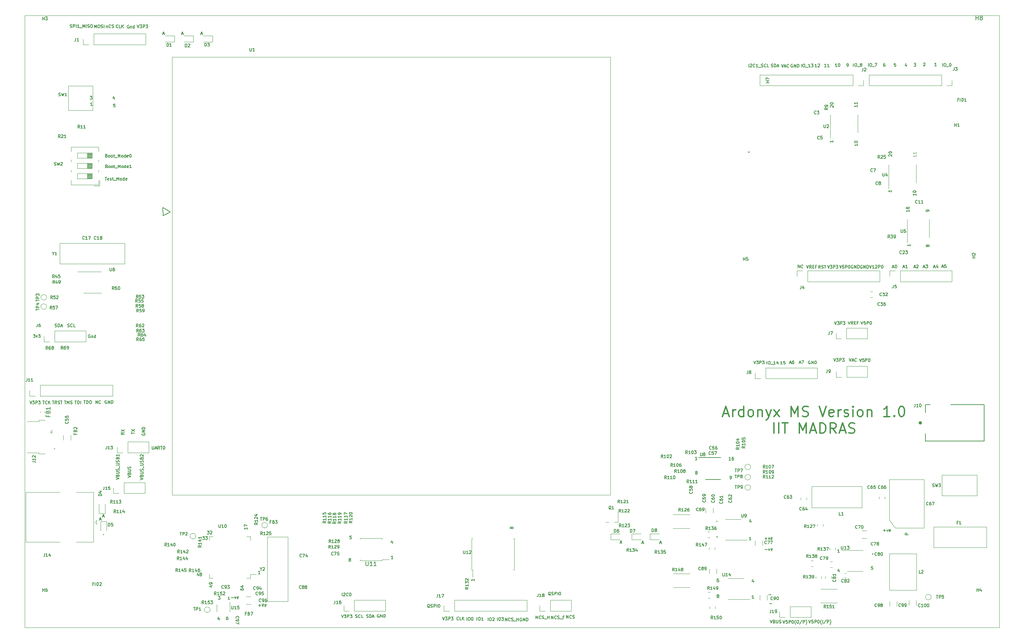
<source format=gbr>
G04 #@! TF.GenerationSoftware,KiCad,Pcbnew,5.1.6-c6e7f7d~87~ubuntu18.04.1*
G04 #@! TF.CreationDate,2020-08-14T22:16:59+05:30*
G04 #@! TF.ProjectId,Aardonyx,41617264-6f6e-4797-982e-6b696361645f,v1.0*
G04 #@! TF.SameCoordinates,Original*
G04 #@! TF.FileFunction,Legend,Top*
G04 #@! TF.FilePolarity,Positive*
%FSLAX46Y46*%
G04 Gerber Fmt 4.6, Leading zero omitted, Abs format (unit mm)*
G04 Created by KiCad (PCBNEW 5.1.6-c6e7f7d~87~ubuntu18.04.1) date 2020-08-14 22:16:59*
%MOMM*%
%LPD*%
G01*
G04 APERTURE LIST*
%ADD10C,0.304800*%
%ADD11C,0.150000*%
G04 #@! TA.AperFunction,Profile*
%ADD12C,0.100000*%
G04 #@! TD*
%ADD13C,0.040000*%
%ADD14C,0.110000*%
%ADD15C,0.120000*%
%ADD16C,0.100000*%
%ADD17C,0.140000*%
%ADD18C,0.127000*%
%ADD19C,0.400000*%
G04 APERTURE END LIST*
D10*
X215827065Y-109836373D02*
X217036589Y-109836373D01*
X215585160Y-110562087D02*
X216431827Y-108022087D01*
X217278494Y-110562087D01*
X218125160Y-110562087D02*
X218125160Y-108868754D01*
X218125160Y-109352563D02*
X218246113Y-109110659D01*
X218367065Y-108989706D01*
X218608970Y-108868754D01*
X218850875Y-108868754D01*
X220786113Y-110562087D02*
X220786113Y-108022087D01*
X220786113Y-110441135D02*
X220544208Y-110562087D01*
X220060399Y-110562087D01*
X219818494Y-110441135D01*
X219697541Y-110320182D01*
X219576589Y-110078278D01*
X219576589Y-109352563D01*
X219697541Y-109110659D01*
X219818494Y-108989706D01*
X220060399Y-108868754D01*
X220544208Y-108868754D01*
X220786113Y-108989706D01*
X222358494Y-110562087D02*
X222116589Y-110441135D01*
X221995637Y-110320182D01*
X221874684Y-110078278D01*
X221874684Y-109352563D01*
X221995637Y-109110659D01*
X222116589Y-108989706D01*
X222358494Y-108868754D01*
X222721351Y-108868754D01*
X222963256Y-108989706D01*
X223084208Y-109110659D01*
X223205160Y-109352563D01*
X223205160Y-110078278D01*
X223084208Y-110320182D01*
X222963256Y-110441135D01*
X222721351Y-110562087D01*
X222358494Y-110562087D01*
X224293732Y-108868754D02*
X224293732Y-110562087D01*
X224293732Y-109110659D02*
X224414684Y-108989706D01*
X224656589Y-108868754D01*
X225019446Y-108868754D01*
X225261351Y-108989706D01*
X225382303Y-109231611D01*
X225382303Y-110562087D01*
X226349922Y-108868754D02*
X226954684Y-110562087D01*
X227559446Y-108868754D02*
X226954684Y-110562087D01*
X226712780Y-111166849D01*
X226591827Y-111287801D01*
X226349922Y-111408754D01*
X228285160Y-110562087D02*
X229615637Y-108868754D01*
X228285160Y-108868754D02*
X229615637Y-110562087D01*
X232518494Y-110562087D02*
X232518494Y-108022087D01*
X233365160Y-109836373D01*
X234211827Y-108022087D01*
X234211827Y-110562087D01*
X235300399Y-110441135D02*
X235663256Y-110562087D01*
X236268018Y-110562087D01*
X236509922Y-110441135D01*
X236630875Y-110320182D01*
X236751827Y-110078278D01*
X236751827Y-109836373D01*
X236630875Y-109594468D01*
X236509922Y-109473516D01*
X236268018Y-109352563D01*
X235784208Y-109231611D01*
X235542303Y-109110659D01*
X235421351Y-108989706D01*
X235300399Y-108747801D01*
X235300399Y-108505897D01*
X235421351Y-108263992D01*
X235542303Y-108143040D01*
X235784208Y-108022087D01*
X236388970Y-108022087D01*
X236751827Y-108143040D01*
X239412780Y-108022087D02*
X240259446Y-110562087D01*
X241106113Y-108022087D01*
X242920399Y-110441135D02*
X242678494Y-110562087D01*
X242194684Y-110562087D01*
X241952780Y-110441135D01*
X241831827Y-110199230D01*
X241831827Y-109231611D01*
X241952780Y-108989706D01*
X242194684Y-108868754D01*
X242678494Y-108868754D01*
X242920399Y-108989706D01*
X243041351Y-109231611D01*
X243041351Y-109473516D01*
X241831827Y-109715420D01*
X244129922Y-110562087D02*
X244129922Y-108868754D01*
X244129922Y-109352563D02*
X244250875Y-109110659D01*
X244371827Y-108989706D01*
X244613732Y-108868754D01*
X244855637Y-108868754D01*
X245581351Y-110441135D02*
X245823256Y-110562087D01*
X246307065Y-110562087D01*
X246548970Y-110441135D01*
X246669922Y-110199230D01*
X246669922Y-110078278D01*
X246548970Y-109836373D01*
X246307065Y-109715420D01*
X245944208Y-109715420D01*
X245702303Y-109594468D01*
X245581351Y-109352563D01*
X245581351Y-109231611D01*
X245702303Y-108989706D01*
X245944208Y-108868754D01*
X246307065Y-108868754D01*
X246548970Y-108989706D01*
X247758494Y-110562087D02*
X247758494Y-108868754D01*
X247758494Y-108022087D02*
X247637541Y-108143040D01*
X247758494Y-108263992D01*
X247879446Y-108143040D01*
X247758494Y-108022087D01*
X247758494Y-108263992D01*
X249330875Y-110562087D02*
X249088970Y-110441135D01*
X248968018Y-110320182D01*
X248847065Y-110078278D01*
X248847065Y-109352563D01*
X248968018Y-109110659D01*
X249088970Y-108989706D01*
X249330875Y-108868754D01*
X249693732Y-108868754D01*
X249935637Y-108989706D01*
X250056589Y-109110659D01*
X250177541Y-109352563D01*
X250177541Y-110078278D01*
X250056589Y-110320182D01*
X249935637Y-110441135D01*
X249693732Y-110562087D01*
X249330875Y-110562087D01*
X251266113Y-108868754D02*
X251266113Y-110562087D01*
X251266113Y-109110659D02*
X251387065Y-108989706D01*
X251628970Y-108868754D01*
X251991827Y-108868754D01*
X252233732Y-108989706D01*
X252354684Y-109231611D01*
X252354684Y-110562087D01*
X256829922Y-110562087D02*
X255378494Y-110562087D01*
X256104208Y-110562087D02*
X256104208Y-108022087D01*
X255862303Y-108384944D01*
X255620399Y-108626849D01*
X255378494Y-108747801D01*
X257918494Y-110320182D02*
X258039446Y-110441135D01*
X257918494Y-110562087D01*
X257797541Y-110441135D01*
X257918494Y-110320182D01*
X257918494Y-110562087D01*
X259611827Y-108022087D02*
X259853732Y-108022087D01*
X260095637Y-108143040D01*
X260216589Y-108263992D01*
X260337541Y-108505897D01*
X260458494Y-108989706D01*
X260458494Y-109594468D01*
X260337541Y-110078278D01*
X260216589Y-110320182D01*
X260095637Y-110441135D01*
X259853732Y-110562087D01*
X259611827Y-110562087D01*
X259369922Y-110441135D01*
X259248970Y-110320182D01*
X259128018Y-110078278D01*
X259007065Y-109594468D01*
X259007065Y-108989706D01*
X259128018Y-108505897D01*
X259248970Y-108263992D01*
X259369922Y-108143040D01*
X259611827Y-108022087D01*
X228224684Y-114676887D02*
X228224684Y-112136887D01*
X229434208Y-114676887D02*
X229434208Y-112136887D01*
X230280875Y-112136887D02*
X231732303Y-112136887D01*
X231006589Y-114676887D02*
X231006589Y-112136887D01*
X234514208Y-114676887D02*
X234514208Y-112136887D01*
X235360875Y-113951173D01*
X236207541Y-112136887D01*
X236207541Y-114676887D01*
X237296113Y-113951173D02*
X238505637Y-113951173D01*
X237054208Y-114676887D02*
X237900875Y-112136887D01*
X238747541Y-114676887D01*
X239594208Y-114676887D02*
X239594208Y-112136887D01*
X240198970Y-112136887D01*
X240561827Y-112257840D01*
X240803732Y-112499744D01*
X240924684Y-112741649D01*
X241045637Y-113225459D01*
X241045637Y-113588316D01*
X240924684Y-114072125D01*
X240803732Y-114314030D01*
X240561827Y-114555935D01*
X240198970Y-114676887D01*
X239594208Y-114676887D01*
X243585637Y-114676887D02*
X242738970Y-113467363D01*
X242134208Y-114676887D02*
X242134208Y-112136887D01*
X243101827Y-112136887D01*
X243343732Y-112257840D01*
X243464684Y-112378792D01*
X243585637Y-112620697D01*
X243585637Y-112983554D01*
X243464684Y-113225459D01*
X243343732Y-113346411D01*
X243101827Y-113467363D01*
X242134208Y-113467363D01*
X244553256Y-113951173D02*
X245762780Y-113951173D01*
X244311351Y-114676887D02*
X245158018Y-112136887D01*
X246004684Y-114676887D01*
X246730399Y-114555935D02*
X247093256Y-114676887D01*
X247698018Y-114676887D01*
X247939922Y-114555935D01*
X248060875Y-114434982D01*
X248181827Y-114193078D01*
X248181827Y-113951173D01*
X248060875Y-113709268D01*
X247939922Y-113588316D01*
X247698018Y-113467363D01*
X247214208Y-113346411D01*
X246972303Y-113225459D01*
X246851351Y-113104506D01*
X246730399Y-112862601D01*
X246730399Y-112620697D01*
X246851351Y-112378792D01*
X246972303Y-112257840D01*
X247214208Y-112136887D01*
X247818970Y-112136887D01*
X248181827Y-112257840D01*
D11*
X234220714Y-73929285D02*
X234220714Y-73179285D01*
X234649285Y-73929285D01*
X234649285Y-73179285D01*
X235435000Y-73857857D02*
X235399285Y-73893571D01*
X235292142Y-73929285D01*
X235220714Y-73929285D01*
X235113571Y-73893571D01*
X235042142Y-73822142D01*
X235006428Y-73750714D01*
X234970714Y-73607857D01*
X234970714Y-73500714D01*
X235006428Y-73357857D01*
X235042142Y-73286428D01*
X235113571Y-73215000D01*
X235220714Y-73179285D01*
X235292142Y-73179285D01*
X235399285Y-73215000D01*
X235435000Y-73250714D01*
D12*
X43561000Y-162560000D02*
X43561000Y-11684000D01*
X283824680Y-162562540D02*
X43561000Y-162557460D01*
X283824680Y-11684000D02*
X283824680Y-162560000D01*
X43561000Y-11684000D02*
X283824680Y-11684000D01*
D11*
X143427857Y-157680714D02*
X143356428Y-157645000D01*
X143285000Y-157573571D01*
X143177857Y-157466428D01*
X143106428Y-157430714D01*
X143035000Y-157430714D01*
X143070714Y-157609285D02*
X142999285Y-157573571D01*
X142927857Y-157502142D01*
X142892142Y-157359285D01*
X142892142Y-157109285D01*
X142927857Y-156966428D01*
X142999285Y-156895000D01*
X143070714Y-156859285D01*
X143213571Y-156859285D01*
X143285000Y-156895000D01*
X143356428Y-156966428D01*
X143392142Y-157109285D01*
X143392142Y-157359285D01*
X143356428Y-157502142D01*
X143285000Y-157573571D01*
X143213571Y-157609285D01*
X143070714Y-157609285D01*
X143677857Y-157573571D02*
X143785000Y-157609285D01*
X143963571Y-157609285D01*
X144035000Y-157573571D01*
X144070714Y-157537857D01*
X144106428Y-157466428D01*
X144106428Y-157395000D01*
X144070714Y-157323571D01*
X144035000Y-157287857D01*
X143963571Y-157252142D01*
X143820714Y-157216428D01*
X143749285Y-157180714D01*
X143713571Y-157145000D01*
X143677857Y-157073571D01*
X143677857Y-157002142D01*
X143713571Y-156930714D01*
X143749285Y-156895000D01*
X143820714Y-156859285D01*
X143999285Y-156859285D01*
X144106428Y-156895000D01*
X144427857Y-157609285D02*
X144427857Y-156859285D01*
X144713571Y-156859285D01*
X144785000Y-156895000D01*
X144820714Y-156930714D01*
X144856428Y-157002142D01*
X144856428Y-157109285D01*
X144820714Y-157180714D01*
X144785000Y-157216428D01*
X144713571Y-157252142D01*
X144427857Y-157252142D01*
X145177857Y-157609285D02*
X145177857Y-156859285D01*
X145677857Y-156859285D02*
X145749285Y-156859285D01*
X145820714Y-156895000D01*
X145856428Y-156930714D01*
X145892142Y-157002142D01*
X145927857Y-157145000D01*
X145927857Y-157323571D01*
X145892142Y-157466428D01*
X145856428Y-157537857D01*
X145820714Y-157573571D01*
X145749285Y-157609285D01*
X145677857Y-157609285D01*
X145606428Y-157573571D01*
X145570714Y-157537857D01*
X145535000Y-157466428D01*
X145499285Y-157323571D01*
X145499285Y-157145000D01*
X145535000Y-157002142D01*
X145570714Y-156930714D01*
X145606428Y-156895000D01*
X145677857Y-156859285D01*
X74976428Y-117879285D02*
X74976428Y-118486428D01*
X75012142Y-118557857D01*
X75047857Y-118593571D01*
X75119285Y-118629285D01*
X75262142Y-118629285D01*
X75333571Y-118593571D01*
X75369285Y-118557857D01*
X75405000Y-118486428D01*
X75405000Y-117879285D01*
X75726428Y-118415000D02*
X76083571Y-118415000D01*
X75655000Y-118629285D02*
X75905000Y-117879285D01*
X76155000Y-118629285D01*
X76833571Y-118629285D02*
X76583571Y-118272142D01*
X76405000Y-118629285D02*
X76405000Y-117879285D01*
X76690714Y-117879285D01*
X76762142Y-117915000D01*
X76797857Y-117950714D01*
X76833571Y-118022142D01*
X76833571Y-118129285D01*
X76797857Y-118200714D01*
X76762142Y-118236428D01*
X76690714Y-118272142D01*
X76405000Y-118272142D01*
X77047857Y-117879285D02*
X77476428Y-117879285D01*
X77262142Y-118629285D02*
X77262142Y-117879285D01*
X77869285Y-117879285D02*
X77940714Y-117879285D01*
X78012142Y-117915000D01*
X78047857Y-117950714D01*
X78083571Y-118022142D01*
X78119285Y-118165000D01*
X78119285Y-118343571D01*
X78083571Y-118486428D01*
X78047857Y-118557857D01*
X78012142Y-118593571D01*
X77940714Y-118629285D01*
X77869285Y-118629285D01*
X77797857Y-118593571D01*
X77762142Y-118557857D01*
X77726428Y-118486428D01*
X77690714Y-118343571D01*
X77690714Y-118165000D01*
X77726428Y-118022142D01*
X77762142Y-117950714D01*
X77797857Y-117915000D01*
X77869285Y-117879285D01*
X72535000Y-114781428D02*
X72499285Y-114852857D01*
X72499285Y-114960000D01*
X72535000Y-115067142D01*
X72606428Y-115138571D01*
X72677857Y-115174285D01*
X72820714Y-115210000D01*
X72927857Y-115210000D01*
X73070714Y-115174285D01*
X73142142Y-115138571D01*
X73213571Y-115067142D01*
X73249285Y-114960000D01*
X73249285Y-114888571D01*
X73213571Y-114781428D01*
X73177857Y-114745714D01*
X72927857Y-114745714D01*
X72927857Y-114888571D01*
X73249285Y-114424285D02*
X72499285Y-114424285D01*
X73249285Y-113995714D01*
X72499285Y-113995714D01*
X73249285Y-113638571D02*
X72499285Y-113638571D01*
X72499285Y-113460000D01*
X72535000Y-113352857D01*
X72606428Y-113281428D01*
X72677857Y-113245714D01*
X72820714Y-113210000D01*
X72927857Y-113210000D01*
X73070714Y-113245714D01*
X73142142Y-113281428D01*
X73213571Y-113352857D01*
X73249285Y-113460000D01*
X73249285Y-113638571D01*
X69909285Y-114831428D02*
X69909285Y-114402857D01*
X70659285Y-114617142D02*
X69909285Y-114617142D01*
X69909285Y-114224285D02*
X70659285Y-113724285D01*
X69909285Y-113724285D02*
X70659285Y-114224285D01*
X68109285Y-114525000D02*
X67752142Y-114775000D01*
X68109285Y-114953571D02*
X67359285Y-114953571D01*
X67359285Y-114667857D01*
X67395000Y-114596428D01*
X67430714Y-114560714D01*
X67502142Y-114525000D01*
X67609285Y-114525000D01*
X67680714Y-114560714D01*
X67716428Y-114596428D01*
X67752142Y-114667857D01*
X67752142Y-114953571D01*
X67359285Y-114275000D02*
X68109285Y-113775000D01*
X67359285Y-113775000D02*
X68109285Y-114275000D01*
X121820714Y-154789285D02*
X121820714Y-154039285D01*
X122142142Y-154110714D02*
X122177857Y-154075000D01*
X122249285Y-154039285D01*
X122427857Y-154039285D01*
X122499285Y-154075000D01*
X122535000Y-154110714D01*
X122570714Y-154182142D01*
X122570714Y-154253571D01*
X122535000Y-154360714D01*
X122106428Y-154789285D01*
X122570714Y-154789285D01*
X123320714Y-154717857D02*
X123285000Y-154753571D01*
X123177857Y-154789285D01*
X123106428Y-154789285D01*
X122999285Y-154753571D01*
X122927857Y-154682142D01*
X122892142Y-154610714D01*
X122856428Y-154467857D01*
X122856428Y-154360714D01*
X122892142Y-154217857D01*
X122927857Y-154146428D01*
X122999285Y-154075000D01*
X123106428Y-154039285D01*
X123177857Y-154039285D01*
X123285000Y-154075000D01*
X123320714Y-154110714D01*
X123785000Y-154039285D02*
X123856428Y-154039285D01*
X123927857Y-154075000D01*
X123963571Y-154110714D01*
X123999285Y-154182142D01*
X124035000Y-154325000D01*
X124035000Y-154503571D01*
X123999285Y-154646428D01*
X123963571Y-154717857D01*
X123927857Y-154753571D01*
X123856428Y-154789285D01*
X123785000Y-154789285D01*
X123713571Y-154753571D01*
X123677857Y-154717857D01*
X123642142Y-154646428D01*
X123606428Y-154503571D01*
X123606428Y-154325000D01*
X123642142Y-154182142D01*
X123677857Y-154110714D01*
X123713571Y-154075000D01*
X123785000Y-154039285D01*
X130908571Y-159355000D02*
X130837142Y-159319285D01*
X130730000Y-159319285D01*
X130622857Y-159355000D01*
X130551428Y-159426428D01*
X130515714Y-159497857D01*
X130480000Y-159640714D01*
X130480000Y-159747857D01*
X130515714Y-159890714D01*
X130551428Y-159962142D01*
X130622857Y-160033571D01*
X130730000Y-160069285D01*
X130801428Y-160069285D01*
X130908571Y-160033571D01*
X130944285Y-159997857D01*
X130944285Y-159747857D01*
X130801428Y-159747857D01*
X131265714Y-160069285D02*
X131265714Y-159319285D01*
X131694285Y-160069285D01*
X131694285Y-159319285D01*
X132051428Y-160069285D02*
X132051428Y-159319285D01*
X132230000Y-159319285D01*
X132337142Y-159355000D01*
X132408571Y-159426428D01*
X132444285Y-159497857D01*
X132480000Y-159640714D01*
X132480000Y-159747857D01*
X132444285Y-159890714D01*
X132408571Y-159962142D01*
X132337142Y-160033571D01*
X132230000Y-160069285D01*
X132051428Y-160069285D01*
X127829285Y-160083571D02*
X127936428Y-160119285D01*
X128115000Y-160119285D01*
X128186428Y-160083571D01*
X128222142Y-160047857D01*
X128257857Y-159976428D01*
X128257857Y-159905000D01*
X128222142Y-159833571D01*
X128186428Y-159797857D01*
X128115000Y-159762142D01*
X127972142Y-159726428D01*
X127900714Y-159690714D01*
X127865000Y-159655000D01*
X127829285Y-159583571D01*
X127829285Y-159512142D01*
X127865000Y-159440714D01*
X127900714Y-159405000D01*
X127972142Y-159369285D01*
X128150714Y-159369285D01*
X128257857Y-159405000D01*
X128579285Y-160119285D02*
X128579285Y-159369285D01*
X128757857Y-159369285D01*
X128865000Y-159405000D01*
X128936428Y-159476428D01*
X128972142Y-159547857D01*
X129007857Y-159690714D01*
X129007857Y-159797857D01*
X128972142Y-159940714D01*
X128936428Y-160012142D01*
X128865000Y-160083571D01*
X128757857Y-160119285D01*
X128579285Y-160119285D01*
X129293571Y-159905000D02*
X129650714Y-159905000D01*
X129222142Y-160119285D02*
X129472142Y-159369285D01*
X129722142Y-160119285D01*
X125127142Y-160123571D02*
X125234285Y-160159285D01*
X125412857Y-160159285D01*
X125484285Y-160123571D01*
X125520000Y-160087857D01*
X125555714Y-160016428D01*
X125555714Y-159945000D01*
X125520000Y-159873571D01*
X125484285Y-159837857D01*
X125412857Y-159802142D01*
X125270000Y-159766428D01*
X125198571Y-159730714D01*
X125162857Y-159695000D01*
X125127142Y-159623571D01*
X125127142Y-159552142D01*
X125162857Y-159480714D01*
X125198571Y-159445000D01*
X125270000Y-159409285D01*
X125448571Y-159409285D01*
X125555714Y-159445000D01*
X126305714Y-160087857D02*
X126270000Y-160123571D01*
X126162857Y-160159285D01*
X126091428Y-160159285D01*
X125984285Y-160123571D01*
X125912857Y-160052142D01*
X125877142Y-159980714D01*
X125841428Y-159837857D01*
X125841428Y-159730714D01*
X125877142Y-159587857D01*
X125912857Y-159516428D01*
X125984285Y-159445000D01*
X126091428Y-159409285D01*
X126162857Y-159409285D01*
X126270000Y-159445000D01*
X126305714Y-159480714D01*
X126984285Y-160159285D02*
X126627142Y-160159285D01*
X126627142Y-159409285D01*
X121640714Y-159409285D02*
X121890714Y-160159285D01*
X122140714Y-159409285D01*
X122319285Y-159409285D02*
X122783571Y-159409285D01*
X122533571Y-159695000D01*
X122640714Y-159695000D01*
X122712142Y-159730714D01*
X122747857Y-159766428D01*
X122783571Y-159837857D01*
X122783571Y-160016428D01*
X122747857Y-160087857D01*
X122712142Y-160123571D01*
X122640714Y-160159285D01*
X122426428Y-160159285D01*
X122355000Y-160123571D01*
X122319285Y-160087857D01*
X123105000Y-160159285D02*
X123105000Y-159409285D01*
X123390714Y-159409285D01*
X123462142Y-159445000D01*
X123497857Y-159480714D01*
X123533571Y-159552142D01*
X123533571Y-159659285D01*
X123497857Y-159730714D01*
X123462142Y-159766428D01*
X123390714Y-159802142D01*
X123105000Y-159802142D01*
X123783571Y-159409285D02*
X124247857Y-159409285D01*
X123997857Y-159695000D01*
X124105000Y-159695000D01*
X124176428Y-159730714D01*
X124212142Y-159766428D01*
X124247857Y-159837857D01*
X124247857Y-160016428D01*
X124212142Y-160087857D01*
X124176428Y-160123571D01*
X124105000Y-160159285D01*
X123890714Y-160159285D01*
X123819285Y-160123571D01*
X123783571Y-160087857D01*
D13*
X50773504Y-118564228D02*
X50773504Y-118421371D01*
X50773504Y-118492800D02*
X51023504Y-118492800D01*
X50987790Y-118468990D01*
X50963980Y-118445180D01*
X50952076Y-118421371D01*
D11*
X173207857Y-154640714D02*
X173136428Y-154605000D01*
X173065000Y-154533571D01*
X172957857Y-154426428D01*
X172886428Y-154390714D01*
X172815000Y-154390714D01*
X172850714Y-154569285D02*
X172779285Y-154533571D01*
X172707857Y-154462142D01*
X172672142Y-154319285D01*
X172672142Y-154069285D01*
X172707857Y-153926428D01*
X172779285Y-153855000D01*
X172850714Y-153819285D01*
X172993571Y-153819285D01*
X173065000Y-153855000D01*
X173136428Y-153926428D01*
X173172142Y-154069285D01*
X173172142Y-154319285D01*
X173136428Y-154462142D01*
X173065000Y-154533571D01*
X172993571Y-154569285D01*
X172850714Y-154569285D01*
X173457857Y-154533571D02*
X173565000Y-154569285D01*
X173743571Y-154569285D01*
X173815000Y-154533571D01*
X173850714Y-154497857D01*
X173886428Y-154426428D01*
X173886428Y-154355000D01*
X173850714Y-154283571D01*
X173815000Y-154247857D01*
X173743571Y-154212142D01*
X173600714Y-154176428D01*
X173529285Y-154140714D01*
X173493571Y-154105000D01*
X173457857Y-154033571D01*
X173457857Y-153962142D01*
X173493571Y-153890714D01*
X173529285Y-153855000D01*
X173600714Y-153819285D01*
X173779285Y-153819285D01*
X173886428Y-153855000D01*
X174207857Y-154569285D02*
X174207857Y-153819285D01*
X174493571Y-153819285D01*
X174565000Y-153855000D01*
X174600714Y-153890714D01*
X174636428Y-153962142D01*
X174636428Y-154069285D01*
X174600714Y-154140714D01*
X174565000Y-154176428D01*
X174493571Y-154212142D01*
X174207857Y-154212142D01*
X174957857Y-154569285D02*
X174957857Y-153819285D01*
X175457857Y-153819285D02*
X175529285Y-153819285D01*
X175600714Y-153855000D01*
X175636428Y-153890714D01*
X175672142Y-153962142D01*
X175707857Y-154105000D01*
X175707857Y-154283571D01*
X175672142Y-154426428D01*
X175636428Y-154497857D01*
X175600714Y-154533571D01*
X175529285Y-154569285D01*
X175457857Y-154569285D01*
X175386428Y-154533571D01*
X175350714Y-154497857D01*
X175315000Y-154426428D01*
X175279285Y-154283571D01*
X175279285Y-154105000D01*
X175315000Y-153962142D01*
X175350714Y-153890714D01*
X175386428Y-153855000D01*
X175457857Y-153819285D01*
X236830485Y-160739885D02*
X237080485Y-161489885D01*
X237330485Y-160739885D01*
X237937628Y-160739885D02*
X237580485Y-160739885D01*
X237544771Y-161097028D01*
X237580485Y-161061314D01*
X237651914Y-161025600D01*
X237830485Y-161025600D01*
X237901914Y-161061314D01*
X237937628Y-161097028D01*
X237973342Y-161168457D01*
X237973342Y-161347028D01*
X237937628Y-161418457D01*
X237901914Y-161454171D01*
X237830485Y-161489885D01*
X237651914Y-161489885D01*
X237580485Y-161454171D01*
X237544771Y-161418457D01*
X238294771Y-161489885D02*
X238294771Y-160739885D01*
X238580485Y-160739885D01*
X238651914Y-160775600D01*
X238687628Y-160811314D01*
X238723342Y-160882742D01*
X238723342Y-160989885D01*
X238687628Y-161061314D01*
X238651914Y-161097028D01*
X238580485Y-161132742D01*
X238294771Y-161132742D01*
X239187628Y-160739885D02*
X239259057Y-160739885D01*
X239330485Y-160775600D01*
X239366200Y-160811314D01*
X239401914Y-160882742D01*
X239437628Y-161025600D01*
X239437628Y-161204171D01*
X239401914Y-161347028D01*
X239366200Y-161418457D01*
X239330485Y-161454171D01*
X239259057Y-161489885D01*
X239187628Y-161489885D01*
X239116200Y-161454171D01*
X239080485Y-161418457D01*
X239044771Y-161347028D01*
X239009057Y-161204171D01*
X239009057Y-161025600D01*
X239044771Y-160882742D01*
X239080485Y-160811314D01*
X239116200Y-160775600D01*
X239187628Y-160739885D01*
X239973342Y-161775600D02*
X239937628Y-161739885D01*
X239866200Y-161632742D01*
X239830485Y-161561314D01*
X239794771Y-161454171D01*
X239759057Y-161275600D01*
X239759057Y-161132742D01*
X239794771Y-160954171D01*
X239830485Y-160847028D01*
X239866200Y-160775600D01*
X239937628Y-160668457D01*
X239973342Y-160632742D01*
X240259057Y-161489885D02*
X240259057Y-160739885D01*
X241151914Y-160704171D02*
X240509057Y-161668457D01*
X241401914Y-161489885D02*
X241401914Y-160739885D01*
X241687628Y-160739885D01*
X241759057Y-160775600D01*
X241794771Y-160811314D01*
X241830485Y-160882742D01*
X241830485Y-160989885D01*
X241794771Y-161061314D01*
X241759057Y-161097028D01*
X241687628Y-161132742D01*
X241401914Y-161132742D01*
X242080485Y-161775600D02*
X242116200Y-161739885D01*
X242187628Y-161632742D01*
X242223342Y-161561314D01*
X242259057Y-161454171D01*
X242294771Y-161275600D01*
X242294771Y-161132742D01*
X242259057Y-160954171D01*
X242223342Y-160847028D01*
X242187628Y-160775600D01*
X242116200Y-160668457D01*
X242080485Y-160632742D01*
X230476200Y-160779885D02*
X230726200Y-161529885D01*
X230976200Y-160779885D01*
X231583342Y-160779885D02*
X231226200Y-160779885D01*
X231190485Y-161137028D01*
X231226200Y-161101314D01*
X231297628Y-161065600D01*
X231476200Y-161065600D01*
X231547628Y-161101314D01*
X231583342Y-161137028D01*
X231619057Y-161208457D01*
X231619057Y-161387028D01*
X231583342Y-161458457D01*
X231547628Y-161494171D01*
X231476200Y-161529885D01*
X231297628Y-161529885D01*
X231226200Y-161494171D01*
X231190485Y-161458457D01*
X231940485Y-161529885D02*
X231940485Y-160779885D01*
X232226200Y-160779885D01*
X232297628Y-160815600D01*
X232333342Y-160851314D01*
X232369057Y-160922742D01*
X232369057Y-161029885D01*
X232333342Y-161101314D01*
X232297628Y-161137028D01*
X232226200Y-161172742D01*
X231940485Y-161172742D01*
X232833342Y-160779885D02*
X232904771Y-160779885D01*
X232976200Y-160815600D01*
X233011914Y-160851314D01*
X233047628Y-160922742D01*
X233083342Y-161065600D01*
X233083342Y-161244171D01*
X233047628Y-161387028D01*
X233011914Y-161458457D01*
X232976200Y-161494171D01*
X232904771Y-161529885D01*
X232833342Y-161529885D01*
X232761914Y-161494171D01*
X232726200Y-161458457D01*
X232690485Y-161387028D01*
X232654771Y-161244171D01*
X232654771Y-161065600D01*
X232690485Y-160922742D01*
X232726200Y-160851314D01*
X232761914Y-160815600D01*
X232833342Y-160779885D01*
X233619057Y-161815600D02*
X233583342Y-161779885D01*
X233511914Y-161672742D01*
X233476200Y-161601314D01*
X233440485Y-161494171D01*
X233404771Y-161315600D01*
X233404771Y-161172742D01*
X233440485Y-160994171D01*
X233476200Y-160887028D01*
X233511914Y-160815600D01*
X233583342Y-160708457D01*
X233619057Y-160672742D01*
X234047628Y-160779885D02*
X234190485Y-160779885D01*
X234261914Y-160815600D01*
X234333342Y-160887028D01*
X234369057Y-161029885D01*
X234369057Y-161279885D01*
X234333342Y-161422742D01*
X234261914Y-161494171D01*
X234190485Y-161529885D01*
X234047628Y-161529885D01*
X233976200Y-161494171D01*
X233904771Y-161422742D01*
X233869057Y-161279885D01*
X233869057Y-161029885D01*
X233904771Y-160887028D01*
X233976200Y-160815600D01*
X234047628Y-160779885D01*
X235226200Y-160744171D02*
X234583342Y-161708457D01*
X235476200Y-161529885D02*
X235476200Y-160779885D01*
X235761914Y-160779885D01*
X235833342Y-160815600D01*
X235869057Y-160851314D01*
X235904771Y-160922742D01*
X235904771Y-161029885D01*
X235869057Y-161101314D01*
X235833342Y-161137028D01*
X235761914Y-161172742D01*
X235476200Y-161172742D01*
X236154771Y-161815600D02*
X236190485Y-161779885D01*
X236261914Y-161672742D01*
X236297628Y-161601314D01*
X236333342Y-161494171D01*
X236369057Y-161315600D01*
X236369057Y-161172742D01*
X236333342Y-160994171D01*
X236297628Y-160887028D01*
X236261914Y-160815600D01*
X236190485Y-160708457D01*
X236154771Y-160672742D01*
X227331200Y-160739885D02*
X227581200Y-161489885D01*
X227831200Y-160739885D01*
X228331200Y-161097028D02*
X228438342Y-161132742D01*
X228474057Y-161168457D01*
X228509771Y-161239885D01*
X228509771Y-161347028D01*
X228474057Y-161418457D01*
X228438342Y-161454171D01*
X228366914Y-161489885D01*
X228081200Y-161489885D01*
X228081200Y-160739885D01*
X228331200Y-160739885D01*
X228402628Y-160775600D01*
X228438342Y-160811314D01*
X228474057Y-160882742D01*
X228474057Y-160954171D01*
X228438342Y-161025600D01*
X228402628Y-161061314D01*
X228331200Y-161097028D01*
X228081200Y-161097028D01*
X228831200Y-160739885D02*
X228831200Y-161347028D01*
X228866914Y-161418457D01*
X228902628Y-161454171D01*
X228974057Y-161489885D01*
X229116914Y-161489885D01*
X229188342Y-161454171D01*
X229224057Y-161418457D01*
X229259771Y-161347028D01*
X229259771Y-160739885D01*
X229581200Y-161454171D02*
X229688342Y-161489885D01*
X229866914Y-161489885D01*
X229938342Y-161454171D01*
X229974057Y-161418457D01*
X230009771Y-161347028D01*
X230009771Y-161275600D01*
X229974057Y-161204171D01*
X229938342Y-161168457D01*
X229866914Y-161132742D01*
X229724057Y-161097028D01*
X229652628Y-161061314D01*
X229616914Y-161025600D01*
X229581200Y-160954171D01*
X229581200Y-160882742D01*
X229616914Y-160811314D01*
X229652628Y-160775600D01*
X229724057Y-160739885D01*
X229902628Y-160739885D01*
X230009771Y-160775600D01*
X177143571Y-160299285D02*
X177143571Y-159549285D01*
X177572142Y-160299285D01*
X177572142Y-159549285D01*
X178357857Y-160227857D02*
X178322142Y-160263571D01*
X178215000Y-160299285D01*
X178143571Y-160299285D01*
X178036428Y-160263571D01*
X177965000Y-160192142D01*
X177929285Y-160120714D01*
X177893571Y-159977857D01*
X177893571Y-159870714D01*
X177929285Y-159727857D01*
X177965000Y-159656428D01*
X178036428Y-159585000D01*
X178143571Y-159549285D01*
X178215000Y-159549285D01*
X178322142Y-159585000D01*
X178357857Y-159620714D01*
X178643571Y-160263571D02*
X178750714Y-160299285D01*
X178929285Y-160299285D01*
X179000714Y-160263571D01*
X179036428Y-160227857D01*
X179072142Y-160156428D01*
X179072142Y-160085000D01*
X179036428Y-160013571D01*
X179000714Y-159977857D01*
X178929285Y-159942142D01*
X178786428Y-159906428D01*
X178715000Y-159870714D01*
X178679285Y-159835000D01*
X178643571Y-159763571D01*
X178643571Y-159692142D01*
X178679285Y-159620714D01*
X178715000Y-159585000D01*
X178786428Y-159549285D01*
X178965000Y-159549285D01*
X179072142Y-159585000D01*
X173416428Y-160429285D02*
X173416428Y-159679285D01*
X173845000Y-160429285D01*
X173845000Y-159679285D01*
X174630714Y-160357857D02*
X174595000Y-160393571D01*
X174487857Y-160429285D01*
X174416428Y-160429285D01*
X174309285Y-160393571D01*
X174237857Y-160322142D01*
X174202142Y-160250714D01*
X174166428Y-160107857D01*
X174166428Y-160000714D01*
X174202142Y-159857857D01*
X174237857Y-159786428D01*
X174309285Y-159715000D01*
X174416428Y-159679285D01*
X174487857Y-159679285D01*
X174595000Y-159715000D01*
X174630714Y-159750714D01*
X174916428Y-160393571D02*
X175023571Y-160429285D01*
X175202142Y-160429285D01*
X175273571Y-160393571D01*
X175309285Y-160357857D01*
X175345000Y-160286428D01*
X175345000Y-160215000D01*
X175309285Y-160143571D01*
X175273571Y-160107857D01*
X175202142Y-160072142D01*
X175059285Y-160036428D01*
X174987857Y-160000714D01*
X174952142Y-159965000D01*
X174916428Y-159893571D01*
X174916428Y-159822142D01*
X174952142Y-159750714D01*
X174987857Y-159715000D01*
X175059285Y-159679285D01*
X175237857Y-159679285D01*
X175345000Y-159715000D01*
X175487857Y-160500714D02*
X176059285Y-160500714D01*
X176487857Y-160036428D02*
X176237857Y-160036428D01*
X176237857Y-160429285D02*
X176237857Y-159679285D01*
X176595000Y-159679285D01*
X169615000Y-160409285D02*
X169615000Y-159659285D01*
X170043571Y-160409285D01*
X170043571Y-159659285D01*
X170829285Y-160337857D02*
X170793571Y-160373571D01*
X170686428Y-160409285D01*
X170615000Y-160409285D01*
X170507857Y-160373571D01*
X170436428Y-160302142D01*
X170400714Y-160230714D01*
X170365000Y-160087857D01*
X170365000Y-159980714D01*
X170400714Y-159837857D01*
X170436428Y-159766428D01*
X170507857Y-159695000D01*
X170615000Y-159659285D01*
X170686428Y-159659285D01*
X170793571Y-159695000D01*
X170829285Y-159730714D01*
X171115000Y-160373571D02*
X171222142Y-160409285D01*
X171400714Y-160409285D01*
X171472142Y-160373571D01*
X171507857Y-160337857D01*
X171543571Y-160266428D01*
X171543571Y-160195000D01*
X171507857Y-160123571D01*
X171472142Y-160087857D01*
X171400714Y-160052142D01*
X171257857Y-160016428D01*
X171186428Y-159980714D01*
X171150714Y-159945000D01*
X171115000Y-159873571D01*
X171115000Y-159802142D01*
X171150714Y-159730714D01*
X171186428Y-159695000D01*
X171257857Y-159659285D01*
X171436428Y-159659285D01*
X171543571Y-159695000D01*
X171686428Y-160480714D02*
X172257857Y-160480714D01*
X172436428Y-160409285D02*
X172436428Y-159659285D01*
X172436428Y-160016428D02*
X172865000Y-160016428D01*
X172865000Y-160409285D02*
X172865000Y-159659285D01*
X166058571Y-160255000D02*
X165987142Y-160219285D01*
X165880000Y-160219285D01*
X165772857Y-160255000D01*
X165701428Y-160326428D01*
X165665714Y-160397857D01*
X165630000Y-160540714D01*
X165630000Y-160647857D01*
X165665714Y-160790714D01*
X165701428Y-160862142D01*
X165772857Y-160933571D01*
X165880000Y-160969285D01*
X165951428Y-160969285D01*
X166058571Y-160933571D01*
X166094285Y-160897857D01*
X166094285Y-160647857D01*
X165951428Y-160647857D01*
X166415714Y-160969285D02*
X166415714Y-160219285D01*
X166844285Y-160969285D01*
X166844285Y-160219285D01*
X167201428Y-160969285D02*
X167201428Y-160219285D01*
X167380000Y-160219285D01*
X167487142Y-160255000D01*
X167558571Y-160326428D01*
X167594285Y-160397857D01*
X167630000Y-160540714D01*
X167630000Y-160647857D01*
X167594285Y-160790714D01*
X167558571Y-160862142D01*
X167487142Y-160933571D01*
X167380000Y-160969285D01*
X167201428Y-160969285D01*
X162025000Y-160929285D02*
X162025000Y-160179285D01*
X162453571Y-160929285D01*
X162453571Y-160179285D01*
X163239285Y-160857857D02*
X163203571Y-160893571D01*
X163096428Y-160929285D01*
X163025000Y-160929285D01*
X162917857Y-160893571D01*
X162846428Y-160822142D01*
X162810714Y-160750714D01*
X162775000Y-160607857D01*
X162775000Y-160500714D01*
X162810714Y-160357857D01*
X162846428Y-160286428D01*
X162917857Y-160215000D01*
X163025000Y-160179285D01*
X163096428Y-160179285D01*
X163203571Y-160215000D01*
X163239285Y-160250714D01*
X163525000Y-160893571D02*
X163632142Y-160929285D01*
X163810714Y-160929285D01*
X163882142Y-160893571D01*
X163917857Y-160857857D01*
X163953571Y-160786428D01*
X163953571Y-160715000D01*
X163917857Y-160643571D01*
X163882142Y-160607857D01*
X163810714Y-160572142D01*
X163667857Y-160536428D01*
X163596428Y-160500714D01*
X163560714Y-160465000D01*
X163525000Y-160393571D01*
X163525000Y-160322142D01*
X163560714Y-160250714D01*
X163596428Y-160215000D01*
X163667857Y-160179285D01*
X163846428Y-160179285D01*
X163953571Y-160215000D01*
X164096428Y-161000714D02*
X164667857Y-161000714D01*
X164846428Y-160929285D02*
X164846428Y-160179285D01*
X164846428Y-160536428D02*
X165275000Y-160536428D01*
X165275000Y-160929285D02*
X165275000Y-160179285D01*
X160080000Y-160849285D02*
X160080000Y-160099285D01*
X160580000Y-160099285D02*
X160722857Y-160099285D01*
X160794285Y-160135000D01*
X160865714Y-160206428D01*
X160901428Y-160349285D01*
X160901428Y-160599285D01*
X160865714Y-160742142D01*
X160794285Y-160813571D01*
X160722857Y-160849285D01*
X160580000Y-160849285D01*
X160508571Y-160813571D01*
X160437142Y-160742142D01*
X160401428Y-160599285D01*
X160401428Y-160349285D01*
X160437142Y-160206428D01*
X160508571Y-160135000D01*
X160580000Y-160099285D01*
X161151428Y-160099285D02*
X161615714Y-160099285D01*
X161365714Y-160385000D01*
X161472857Y-160385000D01*
X161544285Y-160420714D01*
X161580000Y-160456428D01*
X161615714Y-160527857D01*
X161615714Y-160706428D01*
X161580000Y-160777857D01*
X161544285Y-160813571D01*
X161472857Y-160849285D01*
X161258571Y-160849285D01*
X161187142Y-160813571D01*
X161151428Y-160777857D01*
X157800000Y-160889285D02*
X157800000Y-160139285D01*
X158300000Y-160139285D02*
X158442857Y-160139285D01*
X158514285Y-160175000D01*
X158585714Y-160246428D01*
X158621428Y-160389285D01*
X158621428Y-160639285D01*
X158585714Y-160782142D01*
X158514285Y-160853571D01*
X158442857Y-160889285D01*
X158300000Y-160889285D01*
X158228571Y-160853571D01*
X158157142Y-160782142D01*
X158121428Y-160639285D01*
X158121428Y-160389285D01*
X158157142Y-160246428D01*
X158228571Y-160175000D01*
X158300000Y-160139285D01*
X158907142Y-160210714D02*
X158942857Y-160175000D01*
X159014285Y-160139285D01*
X159192857Y-160139285D01*
X159264285Y-160175000D01*
X159300000Y-160210714D01*
X159335714Y-160282142D01*
X159335714Y-160353571D01*
X159300000Y-160460714D01*
X158871428Y-160889285D01*
X159335714Y-160889285D01*
X155060000Y-160809285D02*
X155060000Y-160059285D01*
X155560000Y-160059285D02*
X155702857Y-160059285D01*
X155774285Y-160095000D01*
X155845714Y-160166428D01*
X155881428Y-160309285D01*
X155881428Y-160559285D01*
X155845714Y-160702142D01*
X155774285Y-160773571D01*
X155702857Y-160809285D01*
X155560000Y-160809285D01*
X155488571Y-160773571D01*
X155417142Y-160702142D01*
X155381428Y-160559285D01*
X155381428Y-160309285D01*
X155417142Y-160166428D01*
X155488571Y-160095000D01*
X155560000Y-160059285D01*
X156595714Y-160809285D02*
X156167142Y-160809285D01*
X156381428Y-160809285D02*
X156381428Y-160059285D01*
X156310000Y-160166428D01*
X156238571Y-160237857D01*
X156167142Y-160273571D01*
X152550000Y-160809285D02*
X152550000Y-160059285D01*
X153050000Y-160059285D02*
X153192857Y-160059285D01*
X153264285Y-160095000D01*
X153335714Y-160166428D01*
X153371428Y-160309285D01*
X153371428Y-160559285D01*
X153335714Y-160702142D01*
X153264285Y-160773571D01*
X153192857Y-160809285D01*
X153050000Y-160809285D01*
X152978571Y-160773571D01*
X152907142Y-160702142D01*
X152871428Y-160559285D01*
X152871428Y-160309285D01*
X152907142Y-160166428D01*
X152978571Y-160095000D01*
X153050000Y-160059285D01*
X153835714Y-160059285D02*
X153907142Y-160059285D01*
X153978571Y-160095000D01*
X154014285Y-160130714D01*
X154050000Y-160202142D01*
X154085714Y-160345000D01*
X154085714Y-160523571D01*
X154050000Y-160666428D01*
X154014285Y-160737857D01*
X153978571Y-160773571D01*
X153907142Y-160809285D01*
X153835714Y-160809285D01*
X153764285Y-160773571D01*
X153728571Y-160737857D01*
X153692857Y-160666428D01*
X153657142Y-160523571D01*
X153657142Y-160345000D01*
X153692857Y-160202142D01*
X153728571Y-160130714D01*
X153764285Y-160095000D01*
X153835714Y-160059285D01*
X150553571Y-160647857D02*
X150517857Y-160683571D01*
X150410714Y-160719285D01*
X150339285Y-160719285D01*
X150232142Y-160683571D01*
X150160714Y-160612142D01*
X150125000Y-160540714D01*
X150089285Y-160397857D01*
X150089285Y-160290714D01*
X150125000Y-160147857D01*
X150160714Y-160076428D01*
X150232142Y-160005000D01*
X150339285Y-159969285D01*
X150410714Y-159969285D01*
X150517857Y-160005000D01*
X150553571Y-160040714D01*
X151232142Y-160719285D02*
X150875000Y-160719285D01*
X150875000Y-159969285D01*
X151482142Y-160719285D02*
X151482142Y-159969285D01*
X151910714Y-160719285D02*
X151589285Y-160290714D01*
X151910714Y-159969285D02*
X151482142Y-160397857D01*
X146580714Y-159989285D02*
X146830714Y-160739285D01*
X147080714Y-159989285D01*
X147259285Y-159989285D02*
X147723571Y-159989285D01*
X147473571Y-160275000D01*
X147580714Y-160275000D01*
X147652142Y-160310714D01*
X147687857Y-160346428D01*
X147723571Y-160417857D01*
X147723571Y-160596428D01*
X147687857Y-160667857D01*
X147652142Y-160703571D01*
X147580714Y-160739285D01*
X147366428Y-160739285D01*
X147295000Y-160703571D01*
X147259285Y-160667857D01*
X148045000Y-160739285D02*
X148045000Y-159989285D01*
X148330714Y-159989285D01*
X148402142Y-160025000D01*
X148437857Y-160060714D01*
X148473571Y-160132142D01*
X148473571Y-160239285D01*
X148437857Y-160310714D01*
X148402142Y-160346428D01*
X148330714Y-160382142D01*
X148045000Y-160382142D01*
X148723571Y-159989285D02*
X149187857Y-159989285D01*
X148937857Y-160275000D01*
X149045000Y-160275000D01*
X149116428Y-160310714D01*
X149152142Y-160346428D01*
X149187857Y-160417857D01*
X149187857Y-160596428D01*
X149152142Y-160667857D01*
X149116428Y-160703571D01*
X149045000Y-160739285D01*
X148830714Y-160739285D01*
X148759285Y-160703571D01*
X148723571Y-160667857D01*
X63784571Y-106621000D02*
X63713142Y-106585285D01*
X63606000Y-106585285D01*
X63498857Y-106621000D01*
X63427428Y-106692428D01*
X63391714Y-106763857D01*
X63356000Y-106906714D01*
X63356000Y-107013857D01*
X63391714Y-107156714D01*
X63427428Y-107228142D01*
X63498857Y-107299571D01*
X63606000Y-107335285D01*
X63677428Y-107335285D01*
X63784571Y-107299571D01*
X63820285Y-107263857D01*
X63820285Y-107013857D01*
X63677428Y-107013857D01*
X64141714Y-107335285D02*
X64141714Y-106585285D01*
X64570285Y-107335285D01*
X64570285Y-106585285D01*
X64927428Y-107335285D02*
X64927428Y-106585285D01*
X65106000Y-106585285D01*
X65213142Y-106621000D01*
X65284571Y-106692428D01*
X65320285Y-106763857D01*
X65356000Y-106906714D01*
X65356000Y-107013857D01*
X65320285Y-107156714D01*
X65284571Y-107228142D01*
X65213142Y-107299571D01*
X65106000Y-107335285D01*
X64927428Y-107335285D01*
X61096714Y-107395285D02*
X61096714Y-106645285D01*
X61525285Y-107395285D01*
X61525285Y-106645285D01*
X62311000Y-107323857D02*
X62275285Y-107359571D01*
X62168142Y-107395285D01*
X62096714Y-107395285D01*
X61989571Y-107359571D01*
X61918142Y-107288142D01*
X61882428Y-107216714D01*
X61846714Y-107073857D01*
X61846714Y-106966714D01*
X61882428Y-106823857D01*
X61918142Y-106752428D01*
X61989571Y-106681000D01*
X62096714Y-106645285D01*
X62168142Y-106645285D01*
X62275285Y-106681000D01*
X62311000Y-106716714D01*
X58143857Y-106645285D02*
X58572428Y-106645285D01*
X58358142Y-107395285D02*
X58358142Y-106645285D01*
X58822428Y-107395285D02*
X58822428Y-106645285D01*
X59001000Y-106645285D01*
X59108142Y-106681000D01*
X59179571Y-106752428D01*
X59215285Y-106823857D01*
X59251000Y-106966714D01*
X59251000Y-107073857D01*
X59215285Y-107216714D01*
X59179571Y-107288142D01*
X59108142Y-107359571D01*
X59001000Y-107395285D01*
X58822428Y-107395285D01*
X59715285Y-106645285D02*
X59858142Y-106645285D01*
X59929571Y-106681000D01*
X60001000Y-106752428D01*
X60036714Y-106895285D01*
X60036714Y-107145285D01*
X60001000Y-107288142D01*
X59929571Y-107359571D01*
X59858142Y-107395285D01*
X59715285Y-107395285D01*
X59643857Y-107359571D01*
X59572428Y-107288142D01*
X59536714Y-107145285D01*
X59536714Y-106895285D01*
X59572428Y-106752428D01*
X59643857Y-106681000D01*
X59715285Y-106645285D01*
X55948142Y-106675285D02*
X56376714Y-106675285D01*
X56162428Y-107425285D02*
X56162428Y-106675285D01*
X56626714Y-107425285D02*
X56626714Y-106675285D01*
X56805285Y-106675285D01*
X56912428Y-106711000D01*
X56983857Y-106782428D01*
X57019571Y-106853857D01*
X57055285Y-106996714D01*
X57055285Y-107103857D01*
X57019571Y-107246714D01*
X56983857Y-107318142D01*
X56912428Y-107389571D01*
X56805285Y-107425285D01*
X56626714Y-107425285D01*
X57376714Y-107425285D02*
X57376714Y-106675285D01*
X53336000Y-106675285D02*
X53764571Y-106675285D01*
X53550285Y-107425285D02*
X53550285Y-106675285D01*
X54014571Y-107425285D02*
X54014571Y-106675285D01*
X54264571Y-107211000D01*
X54514571Y-106675285D01*
X54514571Y-107425285D01*
X54836000Y-107389571D02*
X54943142Y-107425285D01*
X55121714Y-107425285D01*
X55193142Y-107389571D01*
X55228857Y-107353857D01*
X55264571Y-107282428D01*
X55264571Y-107211000D01*
X55228857Y-107139571D01*
X55193142Y-107103857D01*
X55121714Y-107068142D01*
X54978857Y-107032428D01*
X54907428Y-106996714D01*
X54871714Y-106961000D01*
X54836000Y-106889571D01*
X54836000Y-106818142D01*
X54871714Y-106746714D01*
X54907428Y-106711000D01*
X54978857Y-106675285D01*
X55157428Y-106675285D01*
X55264571Y-106711000D01*
X50403857Y-106705285D02*
X50832428Y-106705285D01*
X50618142Y-107455285D02*
X50618142Y-106705285D01*
X51511000Y-107455285D02*
X51261000Y-107098142D01*
X51082428Y-107455285D02*
X51082428Y-106705285D01*
X51368142Y-106705285D01*
X51439571Y-106741000D01*
X51475285Y-106776714D01*
X51511000Y-106848142D01*
X51511000Y-106955285D01*
X51475285Y-107026714D01*
X51439571Y-107062428D01*
X51368142Y-107098142D01*
X51082428Y-107098142D01*
X51796714Y-107419571D02*
X51903857Y-107455285D01*
X52082428Y-107455285D01*
X52153857Y-107419571D01*
X52189571Y-107383857D01*
X52225285Y-107312428D01*
X52225285Y-107241000D01*
X52189571Y-107169571D01*
X52153857Y-107133857D01*
X52082428Y-107098142D01*
X51939571Y-107062428D01*
X51868142Y-107026714D01*
X51832428Y-106991000D01*
X51796714Y-106919571D01*
X51796714Y-106848142D01*
X51832428Y-106776714D01*
X51868142Y-106741000D01*
X51939571Y-106705285D01*
X52118142Y-106705285D01*
X52225285Y-106741000D01*
X52439571Y-106705285D02*
X52868142Y-106705285D01*
X52653857Y-107455285D02*
X52653857Y-106705285D01*
X48031714Y-106705285D02*
X48460285Y-106705285D01*
X48246000Y-107455285D02*
X48246000Y-106705285D01*
X49138857Y-107383857D02*
X49103142Y-107419571D01*
X48996000Y-107455285D01*
X48924571Y-107455285D01*
X48817428Y-107419571D01*
X48746000Y-107348142D01*
X48710285Y-107276714D01*
X48674571Y-107133857D01*
X48674571Y-107026714D01*
X48710285Y-106883857D01*
X48746000Y-106812428D01*
X48817428Y-106741000D01*
X48924571Y-106705285D01*
X48996000Y-106705285D01*
X49103142Y-106741000D01*
X49138857Y-106776714D01*
X49460285Y-107455285D02*
X49460285Y-106705285D01*
X49888857Y-107455285D02*
X49567428Y-107026714D01*
X49888857Y-106705285D02*
X49460285Y-107133857D01*
X44836714Y-106705285D02*
X45086714Y-107455285D01*
X45336714Y-106705285D01*
X45515285Y-106705285D02*
X45979571Y-106705285D01*
X45729571Y-106991000D01*
X45836714Y-106991000D01*
X45908142Y-107026714D01*
X45943857Y-107062428D01*
X45979571Y-107133857D01*
X45979571Y-107312428D01*
X45943857Y-107383857D01*
X45908142Y-107419571D01*
X45836714Y-107455285D01*
X45622428Y-107455285D01*
X45551000Y-107419571D01*
X45515285Y-107383857D01*
X46301000Y-107455285D02*
X46301000Y-106705285D01*
X46586714Y-106705285D01*
X46658142Y-106741000D01*
X46693857Y-106776714D01*
X46729571Y-106848142D01*
X46729571Y-106955285D01*
X46693857Y-107026714D01*
X46658142Y-107062428D01*
X46586714Y-107098142D01*
X46301000Y-107098142D01*
X46979571Y-106705285D02*
X47443857Y-106705285D01*
X47193857Y-106991000D01*
X47301000Y-106991000D01*
X47372428Y-107026714D01*
X47408142Y-107062428D01*
X47443857Y-107133857D01*
X47443857Y-107312428D01*
X47408142Y-107383857D01*
X47372428Y-107419571D01*
X47301000Y-107455285D01*
X47086714Y-107455285D01*
X47015285Y-107419571D01*
X46979571Y-107383857D01*
X249340714Y-96269285D02*
X249590714Y-97019285D01*
X249840714Y-96269285D01*
X250447857Y-96269285D02*
X250090714Y-96269285D01*
X250055000Y-96626428D01*
X250090714Y-96590714D01*
X250162142Y-96555000D01*
X250340714Y-96555000D01*
X250412142Y-96590714D01*
X250447857Y-96626428D01*
X250483571Y-96697857D01*
X250483571Y-96876428D01*
X250447857Y-96947857D01*
X250412142Y-96983571D01*
X250340714Y-97019285D01*
X250162142Y-97019285D01*
X250090714Y-96983571D01*
X250055000Y-96947857D01*
X250805000Y-97019285D02*
X250805000Y-96269285D01*
X251090714Y-96269285D01*
X251162142Y-96305000D01*
X251197857Y-96340714D01*
X251233571Y-96412142D01*
X251233571Y-96519285D01*
X251197857Y-96590714D01*
X251162142Y-96626428D01*
X251090714Y-96662142D01*
X250805000Y-96662142D01*
X251697857Y-96269285D02*
X251769285Y-96269285D01*
X251840714Y-96305000D01*
X251876428Y-96340714D01*
X251912142Y-96412142D01*
X251947857Y-96555000D01*
X251947857Y-96733571D01*
X251912142Y-96876428D01*
X251876428Y-96947857D01*
X251840714Y-96983571D01*
X251769285Y-97019285D01*
X251697857Y-97019285D01*
X251626428Y-96983571D01*
X251590714Y-96947857D01*
X251555000Y-96876428D01*
X251519285Y-96733571D01*
X251519285Y-96555000D01*
X251555000Y-96412142D01*
X251590714Y-96340714D01*
X251626428Y-96305000D01*
X251697857Y-96269285D01*
X246813571Y-96229285D02*
X247063571Y-96979285D01*
X247313571Y-96229285D01*
X247527857Y-96765000D02*
X247885000Y-96765000D01*
X247456428Y-96979285D02*
X247706428Y-96229285D01*
X247956428Y-96979285D01*
X248635000Y-96907857D02*
X248599285Y-96943571D01*
X248492142Y-96979285D01*
X248420714Y-96979285D01*
X248313571Y-96943571D01*
X248242142Y-96872142D01*
X248206428Y-96800714D01*
X248170714Y-96657857D01*
X248170714Y-96550714D01*
X248206428Y-96407857D01*
X248242142Y-96336428D01*
X248313571Y-96265000D01*
X248420714Y-96229285D01*
X248492142Y-96229285D01*
X248599285Y-96265000D01*
X248635000Y-96300714D01*
X242970714Y-96229285D02*
X243220714Y-96979285D01*
X243470714Y-96229285D01*
X243649285Y-96229285D02*
X244113571Y-96229285D01*
X243863571Y-96515000D01*
X243970714Y-96515000D01*
X244042142Y-96550714D01*
X244077857Y-96586428D01*
X244113571Y-96657857D01*
X244113571Y-96836428D01*
X244077857Y-96907857D01*
X244042142Y-96943571D01*
X243970714Y-96979285D01*
X243756428Y-96979285D01*
X243685000Y-96943571D01*
X243649285Y-96907857D01*
X244435000Y-96979285D02*
X244435000Y-96229285D01*
X244720714Y-96229285D01*
X244792142Y-96265000D01*
X244827857Y-96300714D01*
X244863571Y-96372142D01*
X244863571Y-96479285D01*
X244827857Y-96550714D01*
X244792142Y-96586428D01*
X244720714Y-96622142D01*
X244435000Y-96622142D01*
X245113571Y-96229285D02*
X245577857Y-96229285D01*
X245327857Y-96515000D01*
X245435000Y-96515000D01*
X245506428Y-96550714D01*
X245542142Y-96586428D01*
X245577857Y-96657857D01*
X245577857Y-96836428D01*
X245542142Y-96907857D01*
X245506428Y-96943571D01*
X245435000Y-96979285D01*
X245220714Y-96979285D01*
X245149285Y-96943571D01*
X245113571Y-96907857D01*
X237178571Y-96875000D02*
X237107142Y-96839285D01*
X237000000Y-96839285D01*
X236892857Y-96875000D01*
X236821428Y-96946428D01*
X236785714Y-97017857D01*
X236750000Y-97160714D01*
X236750000Y-97267857D01*
X236785714Y-97410714D01*
X236821428Y-97482142D01*
X236892857Y-97553571D01*
X237000000Y-97589285D01*
X237071428Y-97589285D01*
X237178571Y-97553571D01*
X237214285Y-97517857D01*
X237214285Y-97267857D01*
X237071428Y-97267857D01*
X237535714Y-97589285D02*
X237535714Y-96839285D01*
X237964285Y-97589285D01*
X237964285Y-96839285D01*
X238321428Y-97589285D02*
X238321428Y-96839285D01*
X238500000Y-96839285D01*
X238607142Y-96875000D01*
X238678571Y-96946428D01*
X238714285Y-97017857D01*
X238750000Y-97160714D01*
X238750000Y-97267857D01*
X238714285Y-97410714D01*
X238678571Y-97482142D01*
X238607142Y-97553571D01*
X238500000Y-97589285D01*
X238321428Y-97589285D01*
X234484285Y-97295000D02*
X234841428Y-97295000D01*
X234412857Y-97509285D02*
X234662857Y-96759285D01*
X234912857Y-97509285D01*
X235091428Y-96759285D02*
X235591428Y-96759285D01*
X235270000Y-97509285D01*
X232134285Y-97335000D02*
X232491428Y-97335000D01*
X232062857Y-97549285D02*
X232312857Y-96799285D01*
X232562857Y-97549285D01*
X233134285Y-96799285D02*
X232991428Y-96799285D01*
X232920000Y-96835000D01*
X232884285Y-96870714D01*
X232812857Y-96977857D01*
X232777142Y-97120714D01*
X232777142Y-97406428D01*
X232812857Y-97477857D01*
X232848571Y-97513571D01*
X232920000Y-97549285D01*
X233062857Y-97549285D01*
X233134285Y-97513571D01*
X233170000Y-97477857D01*
X233205714Y-97406428D01*
X233205714Y-97227857D01*
X233170000Y-97156428D01*
X233134285Y-97120714D01*
X233062857Y-97085000D01*
X232920000Y-97085000D01*
X232848571Y-97120714D01*
X232812857Y-97156428D01*
X232777142Y-97227857D01*
X230327142Y-97669285D02*
X229898571Y-97669285D01*
X230112857Y-97669285D02*
X230112857Y-96919285D01*
X230041428Y-97026428D01*
X229970000Y-97097857D01*
X229898571Y-97133571D01*
X231005714Y-96919285D02*
X230648571Y-96919285D01*
X230612857Y-97276428D01*
X230648571Y-97240714D01*
X230720000Y-97205000D01*
X230898571Y-97205000D01*
X230970000Y-97240714D01*
X231005714Y-97276428D01*
X231041428Y-97347857D01*
X231041428Y-97526428D01*
X231005714Y-97597857D01*
X230970000Y-97633571D01*
X230898571Y-97669285D01*
X230720000Y-97669285D01*
X230648571Y-97633571D01*
X230612857Y-97597857D01*
X226517142Y-97669285D02*
X226517142Y-96919285D01*
X227017142Y-96919285D02*
X227160000Y-96919285D01*
X227231428Y-96955000D01*
X227302857Y-97026428D01*
X227338571Y-97169285D01*
X227338571Y-97419285D01*
X227302857Y-97562142D01*
X227231428Y-97633571D01*
X227160000Y-97669285D01*
X227017142Y-97669285D01*
X226945714Y-97633571D01*
X226874285Y-97562142D01*
X226838571Y-97419285D01*
X226838571Y-97169285D01*
X226874285Y-97026428D01*
X226945714Y-96955000D01*
X227017142Y-96919285D01*
X227481428Y-97740714D02*
X228052857Y-97740714D01*
X228624285Y-97669285D02*
X228195714Y-97669285D01*
X228410000Y-97669285D02*
X228410000Y-96919285D01*
X228338571Y-97026428D01*
X228267142Y-97097857D01*
X228195714Y-97133571D01*
X229267142Y-97169285D02*
X229267142Y-97669285D01*
X229088571Y-96883571D02*
X228910000Y-97419285D01*
X229374285Y-97419285D01*
X223260714Y-96839285D02*
X223510714Y-97589285D01*
X223760714Y-96839285D01*
X223939285Y-96839285D02*
X224403571Y-96839285D01*
X224153571Y-97125000D01*
X224260714Y-97125000D01*
X224332142Y-97160714D01*
X224367857Y-97196428D01*
X224403571Y-97267857D01*
X224403571Y-97446428D01*
X224367857Y-97517857D01*
X224332142Y-97553571D01*
X224260714Y-97589285D01*
X224046428Y-97589285D01*
X223975000Y-97553571D01*
X223939285Y-97517857D01*
X224725000Y-97589285D02*
X224725000Y-96839285D01*
X225010714Y-96839285D01*
X225082142Y-96875000D01*
X225117857Y-96910714D01*
X225153571Y-96982142D01*
X225153571Y-97089285D01*
X225117857Y-97160714D01*
X225082142Y-97196428D01*
X225010714Y-97232142D01*
X224725000Y-97232142D01*
X225403571Y-96839285D02*
X225867857Y-96839285D01*
X225617857Y-97125000D01*
X225725000Y-97125000D01*
X225796428Y-97160714D01*
X225832142Y-97196428D01*
X225867857Y-97267857D01*
X225867857Y-97446428D01*
X225832142Y-97517857D01*
X225796428Y-97553571D01*
X225725000Y-97589285D01*
X225510714Y-97589285D01*
X225439285Y-97553571D01*
X225403571Y-97517857D01*
X249710714Y-87109285D02*
X249960714Y-87859285D01*
X250210714Y-87109285D01*
X250817857Y-87109285D02*
X250460714Y-87109285D01*
X250425000Y-87466428D01*
X250460714Y-87430714D01*
X250532142Y-87395000D01*
X250710714Y-87395000D01*
X250782142Y-87430714D01*
X250817857Y-87466428D01*
X250853571Y-87537857D01*
X250853571Y-87716428D01*
X250817857Y-87787857D01*
X250782142Y-87823571D01*
X250710714Y-87859285D01*
X250532142Y-87859285D01*
X250460714Y-87823571D01*
X250425000Y-87787857D01*
X251175000Y-87859285D02*
X251175000Y-87109285D01*
X251460714Y-87109285D01*
X251532142Y-87145000D01*
X251567857Y-87180714D01*
X251603571Y-87252142D01*
X251603571Y-87359285D01*
X251567857Y-87430714D01*
X251532142Y-87466428D01*
X251460714Y-87502142D01*
X251175000Y-87502142D01*
X252067857Y-87109285D02*
X252139285Y-87109285D01*
X252210714Y-87145000D01*
X252246428Y-87180714D01*
X252282142Y-87252142D01*
X252317857Y-87395000D01*
X252317857Y-87573571D01*
X252282142Y-87716428D01*
X252246428Y-87787857D01*
X252210714Y-87823571D01*
X252139285Y-87859285D01*
X252067857Y-87859285D01*
X251996428Y-87823571D01*
X251960714Y-87787857D01*
X251925000Y-87716428D01*
X251889285Y-87573571D01*
X251889285Y-87395000D01*
X251925000Y-87252142D01*
X251960714Y-87180714D01*
X251996428Y-87145000D01*
X252067857Y-87109285D01*
X246534285Y-87109285D02*
X246784285Y-87859285D01*
X247034285Y-87109285D01*
X247712857Y-87859285D02*
X247462857Y-87502142D01*
X247284285Y-87859285D02*
X247284285Y-87109285D01*
X247570000Y-87109285D01*
X247641428Y-87145000D01*
X247677142Y-87180714D01*
X247712857Y-87252142D01*
X247712857Y-87359285D01*
X247677142Y-87430714D01*
X247641428Y-87466428D01*
X247570000Y-87502142D01*
X247284285Y-87502142D01*
X248034285Y-87466428D02*
X248284285Y-87466428D01*
X248391428Y-87859285D02*
X248034285Y-87859285D01*
X248034285Y-87109285D01*
X248391428Y-87109285D01*
X248962857Y-87466428D02*
X248712857Y-87466428D01*
X248712857Y-87859285D02*
X248712857Y-87109285D01*
X249070000Y-87109285D01*
X243160714Y-87159285D02*
X243410714Y-87909285D01*
X243660714Y-87159285D01*
X243839285Y-87159285D02*
X244303571Y-87159285D01*
X244053571Y-87445000D01*
X244160714Y-87445000D01*
X244232142Y-87480714D01*
X244267857Y-87516428D01*
X244303571Y-87587857D01*
X244303571Y-87766428D01*
X244267857Y-87837857D01*
X244232142Y-87873571D01*
X244160714Y-87909285D01*
X243946428Y-87909285D01*
X243875000Y-87873571D01*
X243839285Y-87837857D01*
X244625000Y-87909285D02*
X244625000Y-87159285D01*
X244910714Y-87159285D01*
X244982142Y-87195000D01*
X245017857Y-87230714D01*
X245053571Y-87302142D01*
X245053571Y-87409285D01*
X245017857Y-87480714D01*
X244982142Y-87516428D01*
X244910714Y-87552142D01*
X244625000Y-87552142D01*
X245303571Y-87159285D02*
X245767857Y-87159285D01*
X245517857Y-87445000D01*
X245625000Y-87445000D01*
X245696428Y-87480714D01*
X245732142Y-87516428D01*
X245767857Y-87587857D01*
X245767857Y-87766428D01*
X245732142Y-87837857D01*
X245696428Y-87873571D01*
X245625000Y-87909285D01*
X245410714Y-87909285D01*
X245339285Y-87873571D01*
X245303571Y-87837857D01*
X269644485Y-73659600D02*
X270001628Y-73659600D01*
X269573057Y-73873885D02*
X269823057Y-73123885D01*
X270073057Y-73873885D01*
X270680200Y-73123885D02*
X270323057Y-73123885D01*
X270287342Y-73481028D01*
X270323057Y-73445314D01*
X270394485Y-73409600D01*
X270573057Y-73409600D01*
X270644485Y-73445314D01*
X270680200Y-73481028D01*
X270715914Y-73552457D01*
X270715914Y-73731028D01*
X270680200Y-73802457D01*
X270644485Y-73838171D01*
X270573057Y-73873885D01*
X270394485Y-73873885D01*
X270323057Y-73838171D01*
X270287342Y-73802457D01*
X267634485Y-73689600D02*
X267991628Y-73689600D01*
X267563057Y-73903885D02*
X267813057Y-73153885D01*
X268063057Y-73903885D01*
X268634485Y-73403885D02*
X268634485Y-73903885D01*
X268455914Y-73118171D02*
X268277342Y-73653885D01*
X268741628Y-73653885D01*
X265094485Y-73709600D02*
X265451628Y-73709600D01*
X265023057Y-73923885D02*
X265273057Y-73173885D01*
X265523057Y-73923885D01*
X265701628Y-73173885D02*
X266165914Y-73173885D01*
X265915914Y-73459600D01*
X266023057Y-73459600D01*
X266094485Y-73495314D01*
X266130200Y-73531028D01*
X266165914Y-73602457D01*
X266165914Y-73781028D01*
X266130200Y-73852457D01*
X266094485Y-73888171D01*
X266023057Y-73923885D01*
X265808771Y-73923885D01*
X265737342Y-73888171D01*
X265701628Y-73852457D01*
X262754485Y-73739600D02*
X263111628Y-73739600D01*
X262683057Y-73953885D02*
X262933057Y-73203885D01*
X263183057Y-73953885D01*
X263397342Y-73275314D02*
X263433057Y-73239600D01*
X263504485Y-73203885D01*
X263683057Y-73203885D01*
X263754485Y-73239600D01*
X263790200Y-73275314D01*
X263825914Y-73346742D01*
X263825914Y-73418171D01*
X263790200Y-73525314D01*
X263361628Y-73953885D01*
X263825914Y-73953885D01*
X260094485Y-73709600D02*
X260451628Y-73709600D01*
X260023057Y-73923885D02*
X260273057Y-73173885D01*
X260523057Y-73923885D01*
X261165914Y-73923885D02*
X260737342Y-73923885D01*
X260951628Y-73923885D02*
X260951628Y-73173885D01*
X260880200Y-73281028D01*
X260808771Y-73352457D01*
X260737342Y-73388171D01*
X257474485Y-73739600D02*
X257831628Y-73739600D01*
X257403057Y-73953885D02*
X257653057Y-73203885D01*
X257903057Y-73953885D01*
X258295914Y-73203885D02*
X258367342Y-73203885D01*
X258438771Y-73239600D01*
X258474485Y-73275314D01*
X258510200Y-73346742D01*
X258545914Y-73489600D01*
X258545914Y-73668171D01*
X258510200Y-73811028D01*
X258474485Y-73882457D01*
X258438771Y-73918171D01*
X258367342Y-73953885D01*
X258295914Y-73953885D01*
X258224485Y-73918171D01*
X258188771Y-73882457D01*
X258153057Y-73811028D01*
X258117342Y-73668171D01*
X258117342Y-73489600D01*
X258153057Y-73346742D01*
X258188771Y-73275314D01*
X258224485Y-73239600D01*
X258295914Y-73203885D01*
X251823571Y-73259285D02*
X252073571Y-74009285D01*
X252323571Y-73259285D01*
X252966428Y-74009285D02*
X252537857Y-74009285D01*
X252752142Y-74009285D02*
X252752142Y-73259285D01*
X252680714Y-73366428D01*
X252609285Y-73437857D01*
X252537857Y-73473571D01*
X253252142Y-73330714D02*
X253287857Y-73295000D01*
X253359285Y-73259285D01*
X253537857Y-73259285D01*
X253609285Y-73295000D01*
X253645000Y-73330714D01*
X253680714Y-73402142D01*
X253680714Y-73473571D01*
X253645000Y-73580714D01*
X253216428Y-74009285D01*
X253680714Y-74009285D01*
X254002142Y-74009285D02*
X254002142Y-73259285D01*
X254287857Y-73259285D01*
X254359285Y-73295000D01*
X254395000Y-73330714D01*
X254430714Y-73402142D01*
X254430714Y-73509285D01*
X254395000Y-73580714D01*
X254359285Y-73616428D01*
X254287857Y-73652142D01*
X254002142Y-73652142D01*
X254895000Y-73259285D02*
X254966428Y-73259285D01*
X255037857Y-73295000D01*
X255073571Y-73330714D01*
X255109285Y-73402142D01*
X255145000Y-73545000D01*
X255145000Y-73723571D01*
X255109285Y-73866428D01*
X255073571Y-73937857D01*
X255037857Y-73973571D01*
X254966428Y-74009285D01*
X254895000Y-74009285D01*
X254823571Y-73973571D01*
X254787857Y-73937857D01*
X254752142Y-73866428D01*
X254716428Y-73723571D01*
X254716428Y-73545000D01*
X254752142Y-73402142D01*
X254787857Y-73330714D01*
X254823571Y-73295000D01*
X254895000Y-73259285D01*
X249998571Y-73315000D02*
X249927142Y-73279285D01*
X249820000Y-73279285D01*
X249712857Y-73315000D01*
X249641428Y-73386428D01*
X249605714Y-73457857D01*
X249570000Y-73600714D01*
X249570000Y-73707857D01*
X249605714Y-73850714D01*
X249641428Y-73922142D01*
X249712857Y-73993571D01*
X249820000Y-74029285D01*
X249891428Y-74029285D01*
X249998571Y-73993571D01*
X250034285Y-73957857D01*
X250034285Y-73707857D01*
X249891428Y-73707857D01*
X250355714Y-74029285D02*
X250355714Y-73279285D01*
X250784285Y-74029285D01*
X250784285Y-73279285D01*
X251141428Y-74029285D02*
X251141428Y-73279285D01*
X251320000Y-73279285D01*
X251427142Y-73315000D01*
X251498571Y-73386428D01*
X251534285Y-73457857D01*
X251570000Y-73600714D01*
X251570000Y-73707857D01*
X251534285Y-73850714D01*
X251498571Y-73922142D01*
X251427142Y-73993571D01*
X251320000Y-74029285D01*
X251141428Y-74029285D01*
X247728571Y-73295000D02*
X247657142Y-73259285D01*
X247550000Y-73259285D01*
X247442857Y-73295000D01*
X247371428Y-73366428D01*
X247335714Y-73437857D01*
X247300000Y-73580714D01*
X247300000Y-73687857D01*
X247335714Y-73830714D01*
X247371428Y-73902142D01*
X247442857Y-73973571D01*
X247550000Y-74009285D01*
X247621428Y-74009285D01*
X247728571Y-73973571D01*
X247764285Y-73937857D01*
X247764285Y-73687857D01*
X247621428Y-73687857D01*
X248085714Y-74009285D02*
X248085714Y-73259285D01*
X248514285Y-74009285D01*
X248514285Y-73259285D01*
X248871428Y-74009285D02*
X248871428Y-73259285D01*
X249050000Y-73259285D01*
X249157142Y-73295000D01*
X249228571Y-73366428D01*
X249264285Y-73437857D01*
X249300000Y-73580714D01*
X249300000Y-73687857D01*
X249264285Y-73830714D01*
X249228571Y-73902142D01*
X249157142Y-73973571D01*
X249050000Y-74009285D01*
X248871428Y-74009285D01*
X244390714Y-73279285D02*
X244640714Y-74029285D01*
X244890714Y-73279285D01*
X245497857Y-73279285D02*
X245140714Y-73279285D01*
X245105000Y-73636428D01*
X245140714Y-73600714D01*
X245212142Y-73565000D01*
X245390714Y-73565000D01*
X245462142Y-73600714D01*
X245497857Y-73636428D01*
X245533571Y-73707857D01*
X245533571Y-73886428D01*
X245497857Y-73957857D01*
X245462142Y-73993571D01*
X245390714Y-74029285D01*
X245212142Y-74029285D01*
X245140714Y-73993571D01*
X245105000Y-73957857D01*
X245855000Y-74029285D02*
X245855000Y-73279285D01*
X246140714Y-73279285D01*
X246212142Y-73315000D01*
X246247857Y-73350714D01*
X246283571Y-73422142D01*
X246283571Y-73529285D01*
X246247857Y-73600714D01*
X246212142Y-73636428D01*
X246140714Y-73672142D01*
X245855000Y-73672142D01*
X246747857Y-73279285D02*
X246819285Y-73279285D01*
X246890714Y-73315000D01*
X246926428Y-73350714D01*
X246962142Y-73422142D01*
X246997857Y-73565000D01*
X246997857Y-73743571D01*
X246962142Y-73886428D01*
X246926428Y-73957857D01*
X246890714Y-73993571D01*
X246819285Y-74029285D01*
X246747857Y-74029285D01*
X246676428Y-73993571D01*
X246640714Y-73957857D01*
X246605000Y-73886428D01*
X246569285Y-73743571D01*
X246569285Y-73565000D01*
X246605000Y-73422142D01*
X246640714Y-73350714D01*
X246676428Y-73315000D01*
X246747857Y-73279285D01*
X241430714Y-73279285D02*
X241680714Y-74029285D01*
X241930714Y-73279285D01*
X242109285Y-73279285D02*
X242573571Y-73279285D01*
X242323571Y-73565000D01*
X242430714Y-73565000D01*
X242502142Y-73600714D01*
X242537857Y-73636428D01*
X242573571Y-73707857D01*
X242573571Y-73886428D01*
X242537857Y-73957857D01*
X242502142Y-73993571D01*
X242430714Y-74029285D01*
X242216428Y-74029285D01*
X242145000Y-73993571D01*
X242109285Y-73957857D01*
X242895000Y-74029285D02*
X242895000Y-73279285D01*
X243180714Y-73279285D01*
X243252142Y-73315000D01*
X243287857Y-73350714D01*
X243323571Y-73422142D01*
X243323571Y-73529285D01*
X243287857Y-73600714D01*
X243252142Y-73636428D01*
X243180714Y-73672142D01*
X242895000Y-73672142D01*
X243573571Y-73279285D02*
X244037857Y-73279285D01*
X243787857Y-73565000D01*
X243895000Y-73565000D01*
X243966428Y-73600714D01*
X244002142Y-73636428D01*
X244037857Y-73707857D01*
X244037857Y-73886428D01*
X244002142Y-73957857D01*
X243966428Y-73993571D01*
X243895000Y-74029285D01*
X243680714Y-74029285D01*
X243609285Y-73993571D01*
X243573571Y-73957857D01*
X239719285Y-74049285D02*
X239469285Y-73692142D01*
X239290714Y-74049285D02*
X239290714Y-73299285D01*
X239576428Y-73299285D01*
X239647857Y-73335000D01*
X239683571Y-73370714D01*
X239719285Y-73442142D01*
X239719285Y-73549285D01*
X239683571Y-73620714D01*
X239647857Y-73656428D01*
X239576428Y-73692142D01*
X239290714Y-73692142D01*
X240005000Y-74013571D02*
X240112142Y-74049285D01*
X240290714Y-74049285D01*
X240362142Y-74013571D01*
X240397857Y-73977857D01*
X240433571Y-73906428D01*
X240433571Y-73835000D01*
X240397857Y-73763571D01*
X240362142Y-73727857D01*
X240290714Y-73692142D01*
X240147857Y-73656428D01*
X240076428Y-73620714D01*
X240040714Y-73585000D01*
X240005000Y-73513571D01*
X240005000Y-73442142D01*
X240040714Y-73370714D01*
X240076428Y-73335000D01*
X240147857Y-73299285D01*
X240326428Y-73299285D01*
X240433571Y-73335000D01*
X240647857Y-73299285D02*
X241076428Y-73299285D01*
X240862142Y-74049285D02*
X240862142Y-73299285D01*
X236304285Y-73289285D02*
X236554285Y-74039285D01*
X236804285Y-73289285D01*
X237482857Y-74039285D02*
X237232857Y-73682142D01*
X237054285Y-74039285D02*
X237054285Y-73289285D01*
X237340000Y-73289285D01*
X237411428Y-73325000D01*
X237447142Y-73360714D01*
X237482857Y-73432142D01*
X237482857Y-73539285D01*
X237447142Y-73610714D01*
X237411428Y-73646428D01*
X237340000Y-73682142D01*
X237054285Y-73682142D01*
X237804285Y-73646428D02*
X238054285Y-73646428D01*
X238161428Y-74039285D02*
X237804285Y-74039285D01*
X237804285Y-73289285D01*
X238161428Y-73289285D01*
X238732857Y-73646428D02*
X238482857Y-73646428D01*
X238482857Y-74039285D02*
X238482857Y-73289285D01*
X238840000Y-73289285D01*
X222579057Y-136139885D02*
X222579057Y-136639885D01*
X222400485Y-135854171D02*
X222221914Y-136389885D01*
X222686200Y-136389885D01*
D13*
X214205723Y-136223695D02*
X214086676Y-136223695D01*
X214074771Y-136342742D01*
X214086676Y-136330838D01*
X214110485Y-136318933D01*
X214170009Y-136318933D01*
X214193819Y-136330838D01*
X214205723Y-136342742D01*
X214217628Y-136366552D01*
X214217628Y-136426076D01*
X214205723Y-136449885D01*
X214193819Y-136461790D01*
X214170009Y-136473695D01*
X214110485Y-136473695D01*
X214086676Y-136461790D01*
X214074771Y-136449885D01*
X214162390Y-140160838D02*
X214138580Y-140148933D01*
X214126676Y-140137028D01*
X214114771Y-140113219D01*
X214114771Y-140101314D01*
X214126676Y-140077504D01*
X214138580Y-140065600D01*
X214162390Y-140053695D01*
X214210009Y-140053695D01*
X214233819Y-140065600D01*
X214245723Y-140077504D01*
X214257628Y-140101314D01*
X214257628Y-140113219D01*
X214245723Y-140137028D01*
X214233819Y-140148933D01*
X214210009Y-140160838D01*
X214162390Y-140160838D01*
X214138580Y-140172742D01*
X214126676Y-140184647D01*
X214114771Y-140208457D01*
X214114771Y-140256076D01*
X214126676Y-140279885D01*
X214138580Y-140291790D01*
X214162390Y-140303695D01*
X214210009Y-140303695D01*
X214233819Y-140291790D01*
X214245723Y-140279885D01*
X214257628Y-140256076D01*
X214257628Y-140208457D01*
X214245723Y-140184647D01*
X214233819Y-140172742D01*
X214210009Y-140160838D01*
D11*
X222590485Y-141009885D02*
X222161914Y-141009885D01*
X222376200Y-141009885D02*
X222376200Y-140259885D01*
X222304771Y-140367028D01*
X222233342Y-140438457D01*
X222161914Y-140474171D01*
D13*
X252532390Y-144410838D02*
X252508580Y-144398933D01*
X252496676Y-144387028D01*
X252484771Y-144363219D01*
X252484771Y-144351314D01*
X252496676Y-144327504D01*
X252508580Y-144315600D01*
X252532390Y-144303695D01*
X252580009Y-144303695D01*
X252603819Y-144315600D01*
X252615723Y-144327504D01*
X252627628Y-144351314D01*
X252627628Y-144363219D01*
X252615723Y-144387028D01*
X252603819Y-144398933D01*
X252580009Y-144410838D01*
X252532390Y-144410838D01*
X252508580Y-144422742D01*
X252496676Y-144434647D01*
X252484771Y-144458457D01*
X252484771Y-144506076D01*
X252496676Y-144529885D01*
X252508580Y-144541790D01*
X252532390Y-144553695D01*
X252580009Y-144553695D01*
X252603819Y-144541790D01*
X252615723Y-144529885D01*
X252627628Y-144506076D01*
X252627628Y-144458457D01*
X252615723Y-144434647D01*
X252603819Y-144422742D01*
X252580009Y-144410838D01*
D11*
X252624771Y-147529885D02*
X252267628Y-147529885D01*
X252231914Y-147887028D01*
X252267628Y-147851314D01*
X252339057Y-147815600D01*
X252517628Y-147815600D01*
X252589057Y-147851314D01*
X252624771Y-147887028D01*
X252660485Y-147958457D01*
X252660485Y-148137028D01*
X252624771Y-148208457D01*
X252589057Y-148244171D01*
X252517628Y-148279885D01*
X252339057Y-148279885D01*
X252267628Y-148244171D01*
X252231914Y-148208457D01*
X244339057Y-148349885D02*
X244339057Y-148849885D01*
X244160485Y-148064171D02*
X243981914Y-148599885D01*
X244446200Y-148599885D01*
X244390485Y-144059885D02*
X243961914Y-144059885D01*
X244176200Y-144059885D02*
X244176200Y-143309885D01*
X244104771Y-143417028D01*
X244033342Y-143488457D01*
X243961914Y-143524171D01*
D13*
X227038580Y-156668457D02*
X227229057Y-156668457D01*
X227324295Y-156597028D02*
X227383819Y-156763695D01*
X227443342Y-156597028D01*
X227633819Y-156751790D02*
X227610009Y-156763695D01*
X227562390Y-156763695D01*
X227538580Y-156751790D01*
X227526676Y-156727980D01*
X227526676Y-156632742D01*
X227538580Y-156608933D01*
X227562390Y-156597028D01*
X227610009Y-156597028D01*
X227633819Y-156608933D01*
X227645723Y-156632742D01*
X227645723Y-156656552D01*
X227526676Y-156680361D01*
X226886676Y-154438457D02*
X227077152Y-154438457D01*
X226981914Y-154533695D02*
X226981914Y-154343219D01*
X227160485Y-154283695D02*
X227243819Y-154533695D01*
X227327152Y-154283695D01*
X227505723Y-154521790D02*
X227481914Y-154533695D01*
X227434295Y-154533695D01*
X227410485Y-154521790D01*
X227398580Y-154497980D01*
X227398580Y-154402742D01*
X227410485Y-154378933D01*
X227434295Y-154367028D01*
X227481914Y-154367028D01*
X227505723Y-154378933D01*
X227517628Y-154402742D01*
X227517628Y-154426552D01*
X227398580Y-154450361D01*
D11*
X94477142Y-155183571D02*
X95048571Y-155183571D01*
X95334285Y-154969285D02*
X95512857Y-155469285D01*
X95691428Y-154969285D01*
X96262857Y-155433571D02*
X96191428Y-155469285D01*
X96048571Y-155469285D01*
X95977142Y-155433571D01*
X95941428Y-155362142D01*
X95941428Y-155076428D01*
X95977142Y-155005000D01*
X96048571Y-154969285D01*
X96191428Y-154969285D01*
X96262857Y-155005000D01*
X96298571Y-155076428D01*
X96298571Y-155147857D01*
X95941428Y-155219285D01*
X101241428Y-157113571D02*
X101812857Y-157113571D01*
X101527142Y-157399285D02*
X101527142Y-156827857D01*
X102062857Y-156649285D02*
X102312857Y-157399285D01*
X102562857Y-156649285D01*
X103098571Y-157363571D02*
X103027142Y-157399285D01*
X102884285Y-157399285D01*
X102812857Y-157363571D01*
X102777142Y-157292142D01*
X102777142Y-157006428D01*
X102812857Y-156935000D01*
X102884285Y-156899285D01*
X103027142Y-156899285D01*
X103098571Y-156935000D01*
X103134285Y-157006428D01*
X103134285Y-157077857D01*
X102777142Y-157149285D01*
X226023342Y-140634171D02*
X226594771Y-140634171D01*
X226309057Y-140919885D02*
X226309057Y-140348457D01*
X226880485Y-140419885D02*
X227059057Y-140919885D01*
X227237628Y-140419885D01*
X227809057Y-140884171D02*
X227737628Y-140919885D01*
X227594771Y-140919885D01*
X227523342Y-140884171D01*
X227487628Y-140812742D01*
X227487628Y-140527028D01*
X227523342Y-140455600D01*
X227594771Y-140419885D01*
X227737628Y-140419885D01*
X227809057Y-140455600D01*
X227844771Y-140527028D01*
X227844771Y-140598457D01*
X227487628Y-140669885D01*
X226073342Y-143334171D02*
X226644771Y-143334171D01*
X226930485Y-143119885D02*
X227109057Y-143619885D01*
X227287628Y-143119885D01*
X227859057Y-143584171D02*
X227787628Y-143619885D01*
X227644771Y-143619885D01*
X227573342Y-143584171D01*
X227537628Y-143512742D01*
X227537628Y-143227028D01*
X227573342Y-143155600D01*
X227644771Y-143119885D01*
X227787628Y-143119885D01*
X227859057Y-143155600D01*
X227894771Y-143227028D01*
X227894771Y-143298457D01*
X227537628Y-143369885D01*
X255193342Y-138624171D02*
X255764771Y-138624171D01*
X255479057Y-138909885D02*
X255479057Y-138338457D01*
X256050485Y-138409885D02*
X256229057Y-138909885D01*
X256407628Y-138409885D01*
X256979057Y-138874171D02*
X256907628Y-138909885D01*
X256764771Y-138909885D01*
X256693342Y-138874171D01*
X256657628Y-138802742D01*
X256657628Y-138517028D01*
X256693342Y-138445600D01*
X256764771Y-138409885D01*
X256907628Y-138409885D01*
X256979057Y-138445600D01*
X257014771Y-138517028D01*
X257014771Y-138588457D01*
X256657628Y-138659885D01*
X217613342Y-121329885D02*
X217184771Y-121329885D01*
X217399057Y-121329885D02*
X217399057Y-120579885D01*
X217327628Y-120687028D01*
X217256200Y-120758457D01*
X217184771Y-120794171D01*
X218256200Y-120579885D02*
X218113342Y-120579885D01*
X218041914Y-120615600D01*
X218006200Y-120651314D01*
X217934771Y-120758457D01*
X217899057Y-120901314D01*
X217899057Y-121187028D01*
X217934771Y-121258457D01*
X217970485Y-121294171D01*
X218041914Y-121329885D01*
X218184771Y-121329885D01*
X218256200Y-121294171D01*
X218291914Y-121258457D01*
X218327628Y-121187028D01*
X218327628Y-121008457D01*
X218291914Y-120937028D01*
X218256200Y-120901314D01*
X218184771Y-120865600D01*
X218041914Y-120865600D01*
X217970485Y-120901314D01*
X217934771Y-120937028D01*
X217899057Y-121008457D01*
X217453342Y-125969885D02*
X217596200Y-125969885D01*
X217667628Y-125934171D01*
X217703342Y-125898457D01*
X217774771Y-125791314D01*
X217810485Y-125648457D01*
X217810485Y-125362742D01*
X217774771Y-125291314D01*
X217739057Y-125255600D01*
X217667628Y-125219885D01*
X217524771Y-125219885D01*
X217453342Y-125255600D01*
X217417628Y-125291314D01*
X217381914Y-125362742D01*
X217381914Y-125541314D01*
X217417628Y-125612742D01*
X217453342Y-125648457D01*
X217524771Y-125684171D01*
X217667628Y-125684171D01*
X217739057Y-125648457D01*
X217774771Y-125612742D01*
X217810485Y-125541314D01*
X209064771Y-124371314D02*
X208993342Y-124335600D01*
X208957628Y-124299885D01*
X208921914Y-124228457D01*
X208921914Y-124192742D01*
X208957628Y-124121314D01*
X208993342Y-124085600D01*
X209064771Y-124049885D01*
X209207628Y-124049885D01*
X209279057Y-124085600D01*
X209314771Y-124121314D01*
X209350485Y-124192742D01*
X209350485Y-124228457D01*
X209314771Y-124299885D01*
X209279057Y-124335600D01*
X209207628Y-124371314D01*
X209064771Y-124371314D01*
X208993342Y-124407028D01*
X208957628Y-124442742D01*
X208921914Y-124514171D01*
X208921914Y-124657028D01*
X208957628Y-124728457D01*
X208993342Y-124764171D01*
X209064771Y-124799885D01*
X209207628Y-124799885D01*
X209279057Y-124764171D01*
X209314771Y-124728457D01*
X209350485Y-124657028D01*
X209350485Y-124514171D01*
X209314771Y-124442742D01*
X209279057Y-124407028D01*
X209207628Y-124371314D01*
X209320485Y-121239885D02*
X208891914Y-121239885D01*
X209106200Y-121239885D02*
X209106200Y-120489885D01*
X209034771Y-120597028D01*
X208963342Y-120668457D01*
X208891914Y-120704171D01*
X200141428Y-141705000D02*
X200498571Y-141705000D01*
X200070000Y-141919285D02*
X200320000Y-141169285D01*
X200570000Y-141919285D01*
X195727628Y-141717600D02*
X196084771Y-141717600D01*
X195656200Y-141931885D02*
X195906200Y-141181885D01*
X196156200Y-141931885D01*
X190361428Y-141635000D02*
X190718571Y-141635000D01*
X190290000Y-141849285D02*
X190540000Y-141099285D01*
X190790000Y-141849285D01*
X223231057Y-150943885D02*
X223231057Y-151443885D01*
X223052485Y-150658171D02*
X222873914Y-151193885D01*
X223338200Y-151193885D01*
X214630771Y-150579885D02*
X214273628Y-150579885D01*
X214237914Y-150937028D01*
X214273628Y-150901314D01*
X214345057Y-150865600D01*
X214523628Y-150865600D01*
X214595057Y-150901314D01*
X214630771Y-150937028D01*
X214666485Y-151008457D01*
X214666485Y-151187028D01*
X214630771Y-151258457D01*
X214595057Y-151294171D01*
X214523628Y-151329885D01*
X214345057Y-151329885D01*
X214273628Y-151294171D01*
X214237914Y-151258457D01*
X214380771Y-154781314D02*
X214309342Y-154745600D01*
X214273628Y-154709885D01*
X214237914Y-154638457D01*
X214237914Y-154602742D01*
X214273628Y-154531314D01*
X214309342Y-154495600D01*
X214380771Y-154459885D01*
X214523628Y-154459885D01*
X214595057Y-154495600D01*
X214630771Y-154531314D01*
X214666485Y-154602742D01*
X214666485Y-154638457D01*
X214630771Y-154709885D01*
X214595057Y-154745600D01*
X214523628Y-154781314D01*
X214380771Y-154781314D01*
X214309342Y-154817028D01*
X214273628Y-154852742D01*
X214237914Y-154924171D01*
X214237914Y-155067028D01*
X214273628Y-155138457D01*
X214309342Y-155174171D01*
X214380771Y-155209885D01*
X214523628Y-155209885D01*
X214595057Y-155174171D01*
X214630771Y-155138457D01*
X214666485Y-155067028D01*
X214666485Y-154924171D01*
X214630771Y-154852742D01*
X214595057Y-154817028D01*
X214523628Y-154781314D01*
X223302485Y-155389885D02*
X222873914Y-155389885D01*
X223088200Y-155389885D02*
X223088200Y-154639885D01*
X223016771Y-154747028D01*
X222945342Y-154818457D01*
X222873914Y-154854171D01*
X91292800Y-154913485D02*
X91757085Y-154913485D01*
X91507085Y-155199200D01*
X91614228Y-155199200D01*
X91685657Y-155234914D01*
X91721371Y-155270628D01*
X91757085Y-155342057D01*
X91757085Y-155520628D01*
X91721371Y-155592057D01*
X91685657Y-155627771D01*
X91614228Y-155663485D01*
X91399942Y-155663485D01*
X91328514Y-155627771D01*
X91292800Y-155592057D01*
X91542857Y-160239285D02*
X91542857Y-160739285D01*
X91364285Y-159953571D02*
X91185714Y-160489285D01*
X91650000Y-160489285D01*
X93652857Y-159919285D02*
X93510000Y-159919285D01*
X93438571Y-159955000D01*
X93402857Y-159990714D01*
X93331428Y-160097857D01*
X93295714Y-160240714D01*
X93295714Y-160526428D01*
X93331428Y-160597857D01*
X93367142Y-160633571D01*
X93438571Y-160669285D01*
X93581428Y-160669285D01*
X93652857Y-160633571D01*
X93688571Y-160597857D01*
X93724285Y-160526428D01*
X93724285Y-160347857D01*
X93688571Y-160276428D01*
X93652857Y-160240714D01*
X93581428Y-160205000D01*
X93438571Y-160205000D01*
X93367142Y-160240714D01*
X93331428Y-160276428D01*
X93295714Y-160347857D01*
X94137085Y-155673485D02*
X93708514Y-155673485D01*
X93922800Y-155673485D02*
X93922800Y-154923485D01*
X93851371Y-155030628D01*
X93779942Y-155102057D01*
X93708514Y-155137771D01*
X96772085Y-153018485D02*
X96772085Y-153161342D01*
X96807800Y-153232771D01*
X96843514Y-153268485D01*
X96950657Y-153339914D01*
X97093514Y-153375628D01*
X97379228Y-153375628D01*
X97450657Y-153339914D01*
X97486371Y-153304200D01*
X97522085Y-153232771D01*
X97522085Y-153089914D01*
X97486371Y-153018485D01*
X97450657Y-152982771D01*
X97379228Y-152947057D01*
X97200657Y-152947057D01*
X97129228Y-152982771D01*
X97093514Y-153018485D01*
X97057800Y-153089914D01*
X97057800Y-153232771D01*
X97093514Y-153304200D01*
X97129228Y-153339914D01*
X97200657Y-153375628D01*
X97022085Y-152304200D02*
X97522085Y-152304200D01*
X96736371Y-152482771D02*
X97272085Y-152661342D01*
X97272085Y-152197057D01*
X89352085Y-152278485D02*
X89852085Y-152278485D01*
X89066371Y-152457057D02*
X89602085Y-152635628D01*
X89602085Y-152171342D01*
X89852085Y-151849914D02*
X89852085Y-151707057D01*
X89816371Y-151635628D01*
X89780657Y-151599914D01*
X89673514Y-151528485D01*
X89530657Y-151492771D01*
X89244942Y-151492771D01*
X89173514Y-151528485D01*
X89137800Y-151564200D01*
X89102085Y-151635628D01*
X89102085Y-151778485D01*
X89137800Y-151849914D01*
X89173514Y-151885628D01*
X89244942Y-151921342D01*
X89423514Y-151921342D01*
X89494942Y-151885628D01*
X89530657Y-151849914D01*
X89566371Y-151778485D01*
X89566371Y-151635628D01*
X89530657Y-151564200D01*
X89494942Y-151528485D01*
X89423514Y-151492771D01*
X86418514Y-149353485D02*
X86418514Y-149853485D01*
X86239942Y-149067771D02*
X86061371Y-149603485D01*
X86525657Y-149603485D01*
X86918514Y-149424914D02*
X86847085Y-149389200D01*
X86811371Y-149353485D01*
X86775657Y-149282057D01*
X86775657Y-149246342D01*
X86811371Y-149174914D01*
X86847085Y-149139200D01*
X86918514Y-149103485D01*
X87061371Y-149103485D01*
X87132800Y-149139200D01*
X87168514Y-149174914D01*
X87204228Y-149246342D01*
X87204228Y-149282057D01*
X87168514Y-149353485D01*
X87132800Y-149389200D01*
X87061371Y-149424914D01*
X86918514Y-149424914D01*
X86847085Y-149460628D01*
X86811371Y-149496342D01*
X86775657Y-149567771D01*
X86775657Y-149710628D01*
X86811371Y-149782057D01*
X86847085Y-149817771D01*
X86918514Y-149853485D01*
X87061371Y-149853485D01*
X87132800Y-149817771D01*
X87168514Y-149782057D01*
X87204228Y-149710628D01*
X87204228Y-149567771D01*
X87168514Y-149496342D01*
X87132800Y-149460628D01*
X87061371Y-149424914D01*
X87445657Y-140123485D02*
X87909942Y-140123485D01*
X87659942Y-140409200D01*
X87767085Y-140409200D01*
X87838514Y-140444914D01*
X87874228Y-140480628D01*
X87909942Y-140552057D01*
X87909942Y-140730628D01*
X87874228Y-140802057D01*
X87838514Y-140837771D01*
X87767085Y-140873485D01*
X87552800Y-140873485D01*
X87481371Y-140837771D01*
X87445657Y-140802057D01*
X88159942Y-140123485D02*
X88624228Y-140123485D01*
X88374228Y-140409200D01*
X88481371Y-140409200D01*
X88552800Y-140444914D01*
X88588514Y-140480628D01*
X88624228Y-140552057D01*
X88624228Y-140730628D01*
X88588514Y-140802057D01*
X88552800Y-140837771D01*
X88481371Y-140873485D01*
X88267085Y-140873485D01*
X88195657Y-140837771D01*
X88159942Y-140802057D01*
X88565657Y-138763485D02*
X89029942Y-138763485D01*
X88779942Y-139049200D01*
X88887085Y-139049200D01*
X88958514Y-139084914D01*
X88994228Y-139120628D01*
X89029942Y-139192057D01*
X89029942Y-139370628D01*
X88994228Y-139442057D01*
X88958514Y-139477771D01*
X88887085Y-139513485D01*
X88672800Y-139513485D01*
X88601371Y-139477771D01*
X88565657Y-139442057D01*
X89315657Y-138834914D02*
X89351371Y-138799200D01*
X89422800Y-138763485D01*
X89601371Y-138763485D01*
X89672800Y-138799200D01*
X89708514Y-138834914D01*
X89744228Y-138906342D01*
X89744228Y-138977771D01*
X89708514Y-139084914D01*
X89279942Y-139513485D01*
X89744228Y-139513485D01*
X98442085Y-137907057D02*
X98442085Y-138335628D01*
X98442085Y-138121342D02*
X97692085Y-138121342D01*
X97799228Y-138192771D01*
X97870657Y-138264200D01*
X97906371Y-138335628D01*
X97692085Y-137657057D02*
X97692085Y-137157057D01*
X98442085Y-137478485D01*
X101597085Y-149353485D02*
X101168514Y-149353485D01*
X101382800Y-149353485D02*
X101382800Y-148603485D01*
X101311371Y-148710628D01*
X101239942Y-148782057D01*
X101168514Y-148817771D01*
X72059285Y-126152857D02*
X72809285Y-125902857D01*
X72059285Y-125652857D01*
X72416428Y-125152857D02*
X72452142Y-125045714D01*
X72487857Y-125010000D01*
X72559285Y-124974285D01*
X72666428Y-124974285D01*
X72737857Y-125010000D01*
X72773571Y-125045714D01*
X72809285Y-125117142D01*
X72809285Y-125402857D01*
X72059285Y-125402857D01*
X72059285Y-125152857D01*
X72095000Y-125081428D01*
X72130714Y-125045714D01*
X72202142Y-125010000D01*
X72273571Y-125010000D01*
X72345000Y-125045714D01*
X72380714Y-125081428D01*
X72416428Y-125152857D01*
X72416428Y-125402857D01*
X72059285Y-124652857D02*
X72666428Y-124652857D01*
X72737857Y-124617142D01*
X72773571Y-124581428D01*
X72809285Y-124510000D01*
X72809285Y-124367142D01*
X72773571Y-124295714D01*
X72737857Y-124260000D01*
X72666428Y-124224285D01*
X72059285Y-124224285D01*
X72773571Y-123902857D02*
X72809285Y-123795714D01*
X72809285Y-123617142D01*
X72773571Y-123545714D01*
X72737857Y-123510000D01*
X72666428Y-123474285D01*
X72595000Y-123474285D01*
X72523571Y-123510000D01*
X72487857Y-123545714D01*
X72452142Y-123617142D01*
X72416428Y-123760000D01*
X72380714Y-123831428D01*
X72345000Y-123867142D01*
X72273571Y-123902857D01*
X72202142Y-123902857D01*
X72130714Y-123867142D01*
X72095000Y-123831428D01*
X72059285Y-123760000D01*
X72059285Y-123581428D01*
X72095000Y-123474285D01*
X72880714Y-123331428D02*
X72880714Y-122760000D01*
X72059285Y-122581428D02*
X72666428Y-122581428D01*
X72737857Y-122545714D01*
X72773571Y-122510000D01*
X72809285Y-122438571D01*
X72809285Y-122295714D01*
X72773571Y-122224285D01*
X72737857Y-122188571D01*
X72666428Y-122152857D01*
X72059285Y-122152857D01*
X72773571Y-121831428D02*
X72809285Y-121724285D01*
X72809285Y-121545714D01*
X72773571Y-121474285D01*
X72737857Y-121438571D01*
X72666428Y-121402857D01*
X72595000Y-121402857D01*
X72523571Y-121438571D01*
X72487857Y-121474285D01*
X72452142Y-121545714D01*
X72416428Y-121688571D01*
X72380714Y-121760000D01*
X72345000Y-121795714D01*
X72273571Y-121831428D01*
X72202142Y-121831428D01*
X72130714Y-121795714D01*
X72095000Y-121760000D01*
X72059285Y-121688571D01*
X72059285Y-121510000D01*
X72095000Y-121402857D01*
X72416428Y-120831428D02*
X72452142Y-120724285D01*
X72487857Y-120688571D01*
X72559285Y-120652857D01*
X72666428Y-120652857D01*
X72737857Y-120688571D01*
X72773571Y-120724285D01*
X72809285Y-120795714D01*
X72809285Y-121081428D01*
X72059285Y-121081428D01*
X72059285Y-120831428D01*
X72095000Y-120760000D01*
X72130714Y-120724285D01*
X72202142Y-120688571D01*
X72273571Y-120688571D01*
X72345000Y-120724285D01*
X72380714Y-120760000D01*
X72416428Y-120831428D01*
X72416428Y-121081428D01*
X72130714Y-120367142D02*
X72095000Y-120331428D01*
X72059285Y-120260000D01*
X72059285Y-120081428D01*
X72095000Y-120010000D01*
X72130714Y-119974285D01*
X72202142Y-119938571D01*
X72273571Y-119938571D01*
X72380714Y-119974285D01*
X72809285Y-120402857D01*
X72809285Y-119938571D01*
X68999285Y-125605000D02*
X69749285Y-125355000D01*
X68999285Y-125105000D01*
X69356428Y-124605000D02*
X69392142Y-124497857D01*
X69427857Y-124462142D01*
X69499285Y-124426428D01*
X69606428Y-124426428D01*
X69677857Y-124462142D01*
X69713571Y-124497857D01*
X69749285Y-124569285D01*
X69749285Y-124855000D01*
X68999285Y-124855000D01*
X68999285Y-124605000D01*
X69035000Y-124533571D01*
X69070714Y-124497857D01*
X69142142Y-124462142D01*
X69213571Y-124462142D01*
X69285000Y-124497857D01*
X69320714Y-124533571D01*
X69356428Y-124605000D01*
X69356428Y-124855000D01*
X68999285Y-124105000D02*
X69606428Y-124105000D01*
X69677857Y-124069285D01*
X69713571Y-124033571D01*
X69749285Y-123962142D01*
X69749285Y-123819285D01*
X69713571Y-123747857D01*
X69677857Y-123712142D01*
X69606428Y-123676428D01*
X68999285Y-123676428D01*
X69713571Y-123355000D02*
X69749285Y-123247857D01*
X69749285Y-123069285D01*
X69713571Y-122997857D01*
X69677857Y-122962142D01*
X69606428Y-122926428D01*
X69535000Y-122926428D01*
X69463571Y-122962142D01*
X69427857Y-122997857D01*
X69392142Y-123069285D01*
X69356428Y-123212142D01*
X69320714Y-123283571D01*
X69285000Y-123319285D01*
X69213571Y-123355000D01*
X69142142Y-123355000D01*
X69070714Y-123319285D01*
X69035000Y-123283571D01*
X68999285Y-123212142D01*
X68999285Y-123033571D01*
X69035000Y-122926428D01*
X66149285Y-126102857D02*
X66899285Y-125852857D01*
X66149285Y-125602857D01*
X66506428Y-125102857D02*
X66542142Y-124995714D01*
X66577857Y-124960000D01*
X66649285Y-124924285D01*
X66756428Y-124924285D01*
X66827857Y-124960000D01*
X66863571Y-124995714D01*
X66899285Y-125067142D01*
X66899285Y-125352857D01*
X66149285Y-125352857D01*
X66149285Y-125102857D01*
X66185000Y-125031428D01*
X66220714Y-124995714D01*
X66292142Y-124960000D01*
X66363571Y-124960000D01*
X66435000Y-124995714D01*
X66470714Y-125031428D01*
X66506428Y-125102857D01*
X66506428Y-125352857D01*
X66149285Y-124602857D02*
X66756428Y-124602857D01*
X66827857Y-124567142D01*
X66863571Y-124531428D01*
X66899285Y-124460000D01*
X66899285Y-124317142D01*
X66863571Y-124245714D01*
X66827857Y-124210000D01*
X66756428Y-124174285D01*
X66149285Y-124174285D01*
X66863571Y-123852857D02*
X66899285Y-123745714D01*
X66899285Y-123567142D01*
X66863571Y-123495714D01*
X66827857Y-123460000D01*
X66756428Y-123424285D01*
X66685000Y-123424285D01*
X66613571Y-123460000D01*
X66577857Y-123495714D01*
X66542142Y-123567142D01*
X66506428Y-123710000D01*
X66470714Y-123781428D01*
X66435000Y-123817142D01*
X66363571Y-123852857D01*
X66292142Y-123852857D01*
X66220714Y-123817142D01*
X66185000Y-123781428D01*
X66149285Y-123710000D01*
X66149285Y-123531428D01*
X66185000Y-123424285D01*
X66970714Y-123281428D02*
X66970714Y-122710000D01*
X66149285Y-122531428D02*
X66756428Y-122531428D01*
X66827857Y-122495714D01*
X66863571Y-122460000D01*
X66899285Y-122388571D01*
X66899285Y-122245714D01*
X66863571Y-122174285D01*
X66827857Y-122138571D01*
X66756428Y-122102857D01*
X66149285Y-122102857D01*
X66863571Y-121781428D02*
X66899285Y-121674285D01*
X66899285Y-121495714D01*
X66863571Y-121424285D01*
X66827857Y-121388571D01*
X66756428Y-121352857D01*
X66685000Y-121352857D01*
X66613571Y-121388571D01*
X66577857Y-121424285D01*
X66542142Y-121495714D01*
X66506428Y-121638571D01*
X66470714Y-121710000D01*
X66435000Y-121745714D01*
X66363571Y-121781428D01*
X66292142Y-121781428D01*
X66220714Y-121745714D01*
X66185000Y-121710000D01*
X66149285Y-121638571D01*
X66149285Y-121460000D01*
X66185000Y-121352857D01*
X66506428Y-120781428D02*
X66542142Y-120674285D01*
X66577857Y-120638571D01*
X66649285Y-120602857D01*
X66756428Y-120602857D01*
X66827857Y-120638571D01*
X66863571Y-120674285D01*
X66899285Y-120745714D01*
X66899285Y-121031428D01*
X66149285Y-121031428D01*
X66149285Y-120781428D01*
X66185000Y-120710000D01*
X66220714Y-120674285D01*
X66292142Y-120638571D01*
X66363571Y-120638571D01*
X66435000Y-120674285D01*
X66470714Y-120710000D01*
X66506428Y-120781428D01*
X66506428Y-121031428D01*
X66899285Y-119888571D02*
X66899285Y-120317142D01*
X66899285Y-120102857D02*
X66149285Y-120102857D01*
X66256428Y-120174285D01*
X66327857Y-120245714D01*
X66363571Y-120317142D01*
D13*
X62934523Y-139741495D02*
X62934523Y-139491495D01*
X63077380Y-139741495D02*
X62970238Y-139598638D01*
X63077380Y-139491495D02*
X62934523Y-139634352D01*
D11*
X62041428Y-135933400D02*
X62398571Y-135933400D01*
X61970000Y-136147685D02*
X62220000Y-135397685D01*
X62470000Y-136147685D01*
X62831428Y-135173400D02*
X63188571Y-135173400D01*
X62760000Y-135387685D02*
X63010000Y-134637685D01*
X63260000Y-135387685D01*
X269814485Y-24233885D02*
X269814485Y-23483885D01*
X270314485Y-23483885D02*
X270457342Y-23483885D01*
X270528771Y-23519600D01*
X270600200Y-23591028D01*
X270635914Y-23733885D01*
X270635914Y-23983885D01*
X270600200Y-24126742D01*
X270528771Y-24198171D01*
X270457342Y-24233885D01*
X270314485Y-24233885D01*
X270243057Y-24198171D01*
X270171628Y-24126742D01*
X270135914Y-23983885D01*
X270135914Y-23733885D01*
X270171628Y-23591028D01*
X270243057Y-23519600D01*
X270314485Y-23483885D01*
X270778771Y-24305314D02*
X271350200Y-24305314D01*
X271671628Y-23483885D02*
X271743057Y-23483885D01*
X271814485Y-23519600D01*
X271850200Y-23555314D01*
X271885914Y-23626742D01*
X271921628Y-23769600D01*
X271921628Y-23948171D01*
X271885914Y-24091028D01*
X271850200Y-24162457D01*
X271814485Y-24198171D01*
X271743057Y-24233885D01*
X271671628Y-24233885D01*
X271600200Y-24198171D01*
X271564485Y-24162457D01*
X271528771Y-24091028D01*
X271493057Y-23948171D01*
X271493057Y-23769600D01*
X271528771Y-23626742D01*
X271564485Y-23555314D01*
X271600200Y-23519600D01*
X271671628Y-23483885D01*
X268334485Y-24133885D02*
X267905914Y-24133885D01*
X268120200Y-24133885D02*
X268120200Y-23383885D01*
X268048771Y-23491028D01*
X267977342Y-23562457D01*
X267905914Y-23598171D01*
X265095914Y-23485314D02*
X265131628Y-23449600D01*
X265203057Y-23413885D01*
X265381628Y-23413885D01*
X265453057Y-23449600D01*
X265488771Y-23485314D01*
X265524485Y-23556742D01*
X265524485Y-23628171D01*
X265488771Y-23735314D01*
X265060200Y-24163885D01*
X265524485Y-24163885D01*
X262770200Y-23503885D02*
X263234485Y-23503885D01*
X262984485Y-23789600D01*
X263091628Y-23789600D01*
X263163057Y-23825314D01*
X263198771Y-23861028D01*
X263234485Y-23932457D01*
X263234485Y-24111028D01*
X263198771Y-24182457D01*
X263163057Y-24218171D01*
X263091628Y-24253885D01*
X262877342Y-24253885D01*
X262805914Y-24218171D01*
X262770200Y-24182457D01*
X260923057Y-23773885D02*
X260923057Y-24273885D01*
X260744485Y-23488171D02*
X260565914Y-24023885D01*
X261030200Y-24023885D01*
X258268771Y-23523885D02*
X257911628Y-23523885D01*
X257875914Y-23881028D01*
X257911628Y-23845314D01*
X257983057Y-23809600D01*
X258161628Y-23809600D01*
X258233057Y-23845314D01*
X258268771Y-23881028D01*
X258304485Y-23952457D01*
X258304485Y-24131028D01*
X258268771Y-24202457D01*
X258233057Y-24238171D01*
X258161628Y-24273885D01*
X257983057Y-24273885D01*
X257911628Y-24238171D01*
X257875914Y-24202457D01*
X255593057Y-23503885D02*
X255450200Y-23503885D01*
X255378771Y-23539600D01*
X255343057Y-23575314D01*
X255271628Y-23682457D01*
X255235914Y-23825314D01*
X255235914Y-24111028D01*
X255271628Y-24182457D01*
X255307342Y-24218171D01*
X255378771Y-24253885D01*
X255521628Y-24253885D01*
X255593057Y-24218171D01*
X255628771Y-24182457D01*
X255664485Y-24111028D01*
X255664485Y-23932457D01*
X255628771Y-23861028D01*
X255593057Y-23825314D01*
X255521628Y-23789600D01*
X255378771Y-23789600D01*
X255307342Y-23825314D01*
X255271628Y-23861028D01*
X255235914Y-23932457D01*
X251534485Y-24253885D02*
X251534485Y-23503885D01*
X252034485Y-23503885D02*
X252177342Y-23503885D01*
X252248771Y-23539600D01*
X252320200Y-23611028D01*
X252355914Y-23753885D01*
X252355914Y-24003885D01*
X252320200Y-24146742D01*
X252248771Y-24218171D01*
X252177342Y-24253885D01*
X252034485Y-24253885D01*
X251963057Y-24218171D01*
X251891628Y-24146742D01*
X251855914Y-24003885D01*
X251855914Y-23753885D01*
X251891628Y-23611028D01*
X251963057Y-23539600D01*
X252034485Y-23503885D01*
X252498771Y-24325314D02*
X253070200Y-24325314D01*
X253177342Y-23503885D02*
X253677342Y-23503885D01*
X253355914Y-24253885D01*
X247854485Y-24273885D02*
X247854485Y-23523885D01*
X248354485Y-23523885D02*
X248497342Y-23523885D01*
X248568771Y-23559600D01*
X248640200Y-23631028D01*
X248675914Y-23773885D01*
X248675914Y-24023885D01*
X248640200Y-24166742D01*
X248568771Y-24238171D01*
X248497342Y-24273885D01*
X248354485Y-24273885D01*
X248283057Y-24238171D01*
X248211628Y-24166742D01*
X248175914Y-24023885D01*
X248175914Y-23773885D01*
X248211628Y-23631028D01*
X248283057Y-23559600D01*
X248354485Y-23523885D01*
X248818771Y-24345314D02*
X249390200Y-24345314D01*
X249675914Y-23845314D02*
X249604485Y-23809600D01*
X249568771Y-23773885D01*
X249533057Y-23702457D01*
X249533057Y-23666742D01*
X249568771Y-23595314D01*
X249604485Y-23559600D01*
X249675914Y-23523885D01*
X249818771Y-23523885D01*
X249890200Y-23559600D01*
X249925914Y-23595314D01*
X249961628Y-23666742D01*
X249961628Y-23702457D01*
X249925914Y-23773885D01*
X249890200Y-23809600D01*
X249818771Y-23845314D01*
X249675914Y-23845314D01*
X249604485Y-23881028D01*
X249568771Y-23916742D01*
X249533057Y-23988171D01*
X249533057Y-24131028D01*
X249568771Y-24202457D01*
X249604485Y-24238171D01*
X249675914Y-24273885D01*
X249818771Y-24273885D01*
X249890200Y-24238171D01*
X249925914Y-24202457D01*
X249961628Y-24131028D01*
X249961628Y-23988171D01*
X249925914Y-23916742D01*
X249890200Y-23881028D01*
X249818771Y-23845314D01*
X246257342Y-24303885D02*
X246400200Y-24303885D01*
X246471628Y-24268171D01*
X246507342Y-24232457D01*
X246578771Y-24125314D01*
X246614485Y-23982457D01*
X246614485Y-23696742D01*
X246578771Y-23625314D01*
X246543057Y-23589600D01*
X246471628Y-23553885D01*
X246328771Y-23553885D01*
X246257342Y-23589600D01*
X246221628Y-23625314D01*
X246185914Y-23696742D01*
X246185914Y-23875314D01*
X246221628Y-23946742D01*
X246257342Y-23982457D01*
X246328771Y-24018171D01*
X246471628Y-24018171D01*
X246543057Y-23982457D01*
X246578771Y-23946742D01*
X246614485Y-23875314D01*
X243797342Y-24303885D02*
X243368771Y-24303885D01*
X243583057Y-24303885D02*
X243583057Y-23553885D01*
X243511628Y-23661028D01*
X243440200Y-23732457D01*
X243368771Y-23768171D01*
X244261628Y-23553885D02*
X244333057Y-23553885D01*
X244404485Y-23589600D01*
X244440200Y-23625314D01*
X244475914Y-23696742D01*
X244511628Y-23839600D01*
X244511628Y-24018171D01*
X244475914Y-24161028D01*
X244440200Y-24232457D01*
X244404485Y-24268171D01*
X244333057Y-24303885D01*
X244261628Y-24303885D01*
X244190200Y-24268171D01*
X244154485Y-24232457D01*
X244118771Y-24161028D01*
X244083057Y-24018171D01*
X244083057Y-23839600D01*
X244118771Y-23696742D01*
X244154485Y-23625314D01*
X244190200Y-23589600D01*
X244261628Y-23553885D01*
X241157342Y-24363885D02*
X240728771Y-24363885D01*
X240943057Y-24363885D02*
X240943057Y-23613885D01*
X240871628Y-23721028D01*
X240800200Y-23792457D01*
X240728771Y-23828171D01*
X241871628Y-24363885D02*
X241443057Y-24363885D01*
X241657342Y-24363885D02*
X241657342Y-23613885D01*
X241585914Y-23721028D01*
X241514485Y-23792457D01*
X241443057Y-23828171D01*
X238837342Y-24393885D02*
X238408771Y-24393885D01*
X238623057Y-24393885D02*
X238623057Y-23643885D01*
X238551628Y-23751028D01*
X238480200Y-23822457D01*
X238408771Y-23858171D01*
X239123057Y-23715314D02*
X239158771Y-23679600D01*
X239230200Y-23643885D01*
X239408771Y-23643885D01*
X239480200Y-23679600D01*
X239515914Y-23715314D01*
X239551628Y-23786742D01*
X239551628Y-23858171D01*
X239515914Y-23965314D01*
X239087342Y-24393885D01*
X239551628Y-24393885D01*
X235087342Y-24423885D02*
X235087342Y-23673885D01*
X235587342Y-23673885D02*
X235730200Y-23673885D01*
X235801628Y-23709600D01*
X235873057Y-23781028D01*
X235908771Y-23923885D01*
X235908771Y-24173885D01*
X235873057Y-24316742D01*
X235801628Y-24388171D01*
X235730200Y-24423885D01*
X235587342Y-24423885D01*
X235515914Y-24388171D01*
X235444485Y-24316742D01*
X235408771Y-24173885D01*
X235408771Y-23923885D01*
X235444485Y-23781028D01*
X235515914Y-23709600D01*
X235587342Y-23673885D01*
X236051628Y-24495314D02*
X236623057Y-24495314D01*
X237194485Y-24423885D02*
X236765914Y-24423885D01*
X236980200Y-24423885D02*
X236980200Y-23673885D01*
X236908771Y-23781028D01*
X236837342Y-23852457D01*
X236765914Y-23888171D01*
X237444485Y-23673885D02*
X237908771Y-23673885D01*
X237658771Y-23959600D01*
X237765914Y-23959600D01*
X237837342Y-23995314D01*
X237873057Y-24031028D01*
X237908771Y-24102457D01*
X237908771Y-24281028D01*
X237873057Y-24352457D01*
X237837342Y-24388171D01*
X237765914Y-24423885D01*
X237551628Y-24423885D01*
X237480200Y-24388171D01*
X237444485Y-24352457D01*
X232858771Y-23749600D02*
X232787342Y-23713885D01*
X232680200Y-23713885D01*
X232573057Y-23749600D01*
X232501628Y-23821028D01*
X232465914Y-23892457D01*
X232430200Y-24035314D01*
X232430200Y-24142457D01*
X232465914Y-24285314D01*
X232501628Y-24356742D01*
X232573057Y-24428171D01*
X232680200Y-24463885D01*
X232751628Y-24463885D01*
X232858771Y-24428171D01*
X232894485Y-24392457D01*
X232894485Y-24142457D01*
X232751628Y-24142457D01*
X233215914Y-24463885D02*
X233215914Y-23713885D01*
X233644485Y-24463885D01*
X233644485Y-23713885D01*
X234001628Y-24463885D02*
X234001628Y-23713885D01*
X234180200Y-23713885D01*
X234287342Y-23749600D01*
X234358771Y-23821028D01*
X234394485Y-23892457D01*
X234430200Y-24035314D01*
X234430200Y-24142457D01*
X234394485Y-24285314D01*
X234358771Y-24356742D01*
X234287342Y-24428171D01*
X234180200Y-24463885D01*
X234001628Y-24463885D01*
X230113771Y-23703885D02*
X230363771Y-24453885D01*
X230613771Y-23703885D01*
X230828057Y-24239600D02*
X231185200Y-24239600D01*
X230756628Y-24453885D02*
X231006628Y-23703885D01*
X231256628Y-24453885D01*
X231935200Y-24382457D02*
X231899485Y-24418171D01*
X231792342Y-24453885D01*
X231720914Y-24453885D01*
X231613771Y-24418171D01*
X231542342Y-24346742D01*
X231506628Y-24275314D01*
X231470914Y-24132457D01*
X231470914Y-24025314D01*
X231506628Y-23882457D01*
X231542342Y-23811028D01*
X231613771Y-23739600D01*
X231720914Y-23703885D01*
X231792342Y-23703885D01*
X231899485Y-23739600D01*
X231935200Y-23775314D01*
X227589485Y-24388171D02*
X227696628Y-24423885D01*
X227875200Y-24423885D01*
X227946628Y-24388171D01*
X227982342Y-24352457D01*
X228018057Y-24281028D01*
X228018057Y-24209600D01*
X227982342Y-24138171D01*
X227946628Y-24102457D01*
X227875200Y-24066742D01*
X227732342Y-24031028D01*
X227660914Y-23995314D01*
X227625200Y-23959600D01*
X227589485Y-23888171D01*
X227589485Y-23816742D01*
X227625200Y-23745314D01*
X227660914Y-23709600D01*
X227732342Y-23673885D01*
X227910914Y-23673885D01*
X228018057Y-23709600D01*
X228339485Y-24423885D02*
X228339485Y-23673885D01*
X228518057Y-23673885D01*
X228625200Y-23709600D01*
X228696628Y-23781028D01*
X228732342Y-23852457D01*
X228768057Y-23995314D01*
X228768057Y-24102457D01*
X228732342Y-24245314D01*
X228696628Y-24316742D01*
X228625200Y-24388171D01*
X228518057Y-24423885D01*
X228339485Y-24423885D01*
X229053771Y-24209600D02*
X229410914Y-24209600D01*
X228982342Y-24423885D02*
X229232342Y-23673885D01*
X229482342Y-24423885D01*
X222069485Y-24423885D02*
X222069485Y-23673885D01*
X222390914Y-23745314D02*
X222426628Y-23709600D01*
X222498057Y-23673885D01*
X222676628Y-23673885D01*
X222748057Y-23709600D01*
X222783771Y-23745314D01*
X222819485Y-23816742D01*
X222819485Y-23888171D01*
X222783771Y-23995314D01*
X222355200Y-24423885D01*
X222819485Y-24423885D01*
X223569485Y-24352457D02*
X223533771Y-24388171D01*
X223426628Y-24423885D01*
X223355200Y-24423885D01*
X223248057Y-24388171D01*
X223176628Y-24316742D01*
X223140914Y-24245314D01*
X223105200Y-24102457D01*
X223105200Y-23995314D01*
X223140914Y-23852457D01*
X223176628Y-23781028D01*
X223248057Y-23709600D01*
X223355200Y-23673885D01*
X223426628Y-23673885D01*
X223533771Y-23709600D01*
X223569485Y-23745314D01*
X224283771Y-24423885D02*
X223855200Y-24423885D01*
X224069485Y-24423885D02*
X224069485Y-23673885D01*
X223998057Y-23781028D01*
X223926628Y-23852457D01*
X223855200Y-23888171D01*
X224426628Y-24495314D02*
X224998057Y-24495314D01*
X225140914Y-24388171D02*
X225248057Y-24423885D01*
X225426628Y-24423885D01*
X225498057Y-24388171D01*
X225533771Y-24352457D01*
X225569485Y-24281028D01*
X225569485Y-24209600D01*
X225533771Y-24138171D01*
X225498057Y-24102457D01*
X225426628Y-24066742D01*
X225283771Y-24031028D01*
X225212342Y-23995314D01*
X225176628Y-23959600D01*
X225140914Y-23888171D01*
X225140914Y-23816742D01*
X225176628Y-23745314D01*
X225212342Y-23709600D01*
X225283771Y-23673885D01*
X225462342Y-23673885D01*
X225569485Y-23709600D01*
X226319485Y-24352457D02*
X226283771Y-24388171D01*
X226176628Y-24423885D01*
X226105200Y-24423885D01*
X225998057Y-24388171D01*
X225926628Y-24316742D01*
X225890914Y-24245314D01*
X225855200Y-24102457D01*
X225855200Y-23995314D01*
X225890914Y-23852457D01*
X225926628Y-23781028D01*
X225998057Y-23709600D01*
X226105200Y-23673885D01*
X226176628Y-23673885D01*
X226283771Y-23709600D01*
X226319485Y-23745314D01*
X226998057Y-24423885D02*
X226640914Y-24423885D01*
X226640914Y-23673885D01*
X71310714Y-14019285D02*
X71560714Y-14769285D01*
X71810714Y-14019285D01*
X71989285Y-14019285D02*
X72453571Y-14019285D01*
X72203571Y-14305000D01*
X72310714Y-14305000D01*
X72382142Y-14340714D01*
X72417857Y-14376428D01*
X72453571Y-14447857D01*
X72453571Y-14626428D01*
X72417857Y-14697857D01*
X72382142Y-14733571D01*
X72310714Y-14769285D01*
X72096428Y-14769285D01*
X72025000Y-14733571D01*
X71989285Y-14697857D01*
X72775000Y-14769285D02*
X72775000Y-14019285D01*
X73060714Y-14019285D01*
X73132142Y-14055000D01*
X73167857Y-14090714D01*
X73203571Y-14162142D01*
X73203571Y-14269285D01*
X73167857Y-14340714D01*
X73132142Y-14376428D01*
X73060714Y-14412142D01*
X72775000Y-14412142D01*
X73453571Y-14019285D02*
X73917857Y-14019285D01*
X73667857Y-14305000D01*
X73775000Y-14305000D01*
X73846428Y-14340714D01*
X73882142Y-14376428D01*
X73917857Y-14447857D01*
X73917857Y-14626428D01*
X73882142Y-14697857D01*
X73846428Y-14733571D01*
X73775000Y-14769285D01*
X73560714Y-14769285D01*
X73489285Y-14733571D01*
X73453571Y-14697857D01*
X69267857Y-14115000D02*
X69196428Y-14079285D01*
X69089285Y-14079285D01*
X68982142Y-14115000D01*
X68910714Y-14186428D01*
X68875000Y-14257857D01*
X68839285Y-14400714D01*
X68839285Y-14507857D01*
X68875000Y-14650714D01*
X68910714Y-14722142D01*
X68982142Y-14793571D01*
X69089285Y-14829285D01*
X69160714Y-14829285D01*
X69267857Y-14793571D01*
X69303571Y-14757857D01*
X69303571Y-14507857D01*
X69160714Y-14507857D01*
X69625000Y-14329285D02*
X69625000Y-14829285D01*
X69625000Y-14400714D02*
X69660714Y-14365000D01*
X69732142Y-14329285D01*
X69839285Y-14329285D01*
X69910714Y-14365000D01*
X69946428Y-14436428D01*
X69946428Y-14829285D01*
X70625000Y-14829285D02*
X70625000Y-14079285D01*
X70625000Y-14793571D02*
X70553571Y-14829285D01*
X70410714Y-14829285D01*
X70339285Y-14793571D01*
X70303571Y-14757857D01*
X70267857Y-14686428D01*
X70267857Y-14472142D01*
X70303571Y-14400714D01*
X70339285Y-14365000D01*
X70410714Y-14329285D01*
X70553571Y-14329285D01*
X70625000Y-14365000D01*
X66583571Y-14697857D02*
X66547857Y-14733571D01*
X66440714Y-14769285D01*
X66369285Y-14769285D01*
X66262142Y-14733571D01*
X66190714Y-14662142D01*
X66155000Y-14590714D01*
X66119285Y-14447857D01*
X66119285Y-14340714D01*
X66155000Y-14197857D01*
X66190714Y-14126428D01*
X66262142Y-14055000D01*
X66369285Y-14019285D01*
X66440714Y-14019285D01*
X66547857Y-14055000D01*
X66583571Y-14090714D01*
X67262142Y-14769285D02*
X66905000Y-14769285D01*
X66905000Y-14019285D01*
X67512142Y-14769285D02*
X67512142Y-14019285D01*
X67940714Y-14769285D02*
X67619285Y-14340714D01*
X67940714Y-14019285D02*
X67512142Y-14447857D01*
X63687142Y-14219285D02*
X63687142Y-14719285D01*
X63687142Y-14290714D02*
X63722857Y-14255000D01*
X63794285Y-14219285D01*
X63901428Y-14219285D01*
X63972857Y-14255000D01*
X64008571Y-14326428D01*
X64008571Y-14719285D01*
X64794285Y-14647857D02*
X64758571Y-14683571D01*
X64651428Y-14719285D01*
X64580000Y-14719285D01*
X64472857Y-14683571D01*
X64401428Y-14612142D01*
X64365714Y-14540714D01*
X64330000Y-14397857D01*
X64330000Y-14290714D01*
X64365714Y-14147857D01*
X64401428Y-14076428D01*
X64472857Y-14005000D01*
X64580000Y-13969285D01*
X64651428Y-13969285D01*
X64758571Y-14005000D01*
X64794285Y-14040714D01*
X65080000Y-14683571D02*
X65187142Y-14719285D01*
X65365714Y-14719285D01*
X65437142Y-14683571D01*
X65472857Y-14647857D01*
X65508571Y-14576428D01*
X65508571Y-14505000D01*
X65472857Y-14433571D01*
X65437142Y-14397857D01*
X65365714Y-14362142D01*
X65222857Y-14326428D01*
X65151428Y-14290714D01*
X65115714Y-14255000D01*
X65080000Y-14183571D01*
X65080000Y-14112142D01*
X65115714Y-14040714D01*
X65151428Y-14005000D01*
X65222857Y-13969285D01*
X65401428Y-13969285D01*
X65508571Y-14005000D01*
X60791428Y-14769285D02*
X60791428Y-14019285D01*
X61041428Y-14555000D01*
X61291428Y-14019285D01*
X61291428Y-14769285D01*
X61791428Y-14019285D02*
X61934285Y-14019285D01*
X62005714Y-14055000D01*
X62077142Y-14126428D01*
X62112857Y-14269285D01*
X62112857Y-14519285D01*
X62077142Y-14662142D01*
X62005714Y-14733571D01*
X61934285Y-14769285D01*
X61791428Y-14769285D01*
X61720000Y-14733571D01*
X61648571Y-14662142D01*
X61612857Y-14519285D01*
X61612857Y-14269285D01*
X61648571Y-14126428D01*
X61720000Y-14055000D01*
X61791428Y-14019285D01*
X62398571Y-14733571D02*
X62505714Y-14769285D01*
X62684285Y-14769285D01*
X62755714Y-14733571D01*
X62791428Y-14697857D01*
X62827142Y-14626428D01*
X62827142Y-14555000D01*
X62791428Y-14483571D01*
X62755714Y-14447857D01*
X62684285Y-14412142D01*
X62541428Y-14376428D01*
X62470000Y-14340714D01*
X62434285Y-14305000D01*
X62398571Y-14233571D01*
X62398571Y-14162142D01*
X62434285Y-14090714D01*
X62470000Y-14055000D01*
X62541428Y-14019285D01*
X62720000Y-14019285D01*
X62827142Y-14055000D01*
X63148571Y-14769285D02*
X63148571Y-14019285D01*
X54772142Y-14653571D02*
X54879285Y-14689285D01*
X55057857Y-14689285D01*
X55129285Y-14653571D01*
X55165000Y-14617857D01*
X55200714Y-14546428D01*
X55200714Y-14475000D01*
X55165000Y-14403571D01*
X55129285Y-14367857D01*
X55057857Y-14332142D01*
X54915000Y-14296428D01*
X54843571Y-14260714D01*
X54807857Y-14225000D01*
X54772142Y-14153571D01*
X54772142Y-14082142D01*
X54807857Y-14010714D01*
X54843571Y-13975000D01*
X54915000Y-13939285D01*
X55093571Y-13939285D01*
X55200714Y-13975000D01*
X55522142Y-14689285D02*
X55522142Y-13939285D01*
X55807857Y-13939285D01*
X55879285Y-13975000D01*
X55915000Y-14010714D01*
X55950714Y-14082142D01*
X55950714Y-14189285D01*
X55915000Y-14260714D01*
X55879285Y-14296428D01*
X55807857Y-14332142D01*
X55522142Y-14332142D01*
X56272142Y-14689285D02*
X56272142Y-13939285D01*
X57022142Y-14689285D02*
X56593571Y-14689285D01*
X56807857Y-14689285D02*
X56807857Y-13939285D01*
X56736428Y-14046428D01*
X56665000Y-14117857D01*
X56593571Y-14153571D01*
X57165000Y-14760714D02*
X57736428Y-14760714D01*
X57915000Y-14689285D02*
X57915000Y-13939285D01*
X58165000Y-14475000D01*
X58415000Y-13939285D01*
X58415000Y-14689285D01*
X58772142Y-14689285D02*
X58772142Y-13939285D01*
X59093571Y-14653571D02*
X59200714Y-14689285D01*
X59379285Y-14689285D01*
X59450714Y-14653571D01*
X59486428Y-14617857D01*
X59522142Y-14546428D01*
X59522142Y-14475000D01*
X59486428Y-14403571D01*
X59450714Y-14367857D01*
X59379285Y-14332142D01*
X59236428Y-14296428D01*
X59165000Y-14260714D01*
X59129285Y-14225000D01*
X59093571Y-14153571D01*
X59093571Y-14082142D01*
X59129285Y-14010714D01*
X59165000Y-13975000D01*
X59236428Y-13939285D01*
X59415000Y-13939285D01*
X59522142Y-13975000D01*
X59986428Y-13939285D02*
X60129285Y-13939285D01*
X60200714Y-13975000D01*
X60272142Y-14046428D01*
X60307857Y-14189285D01*
X60307857Y-14439285D01*
X60272142Y-14582142D01*
X60200714Y-14653571D01*
X60129285Y-14689285D01*
X59986428Y-14689285D01*
X59915000Y-14653571D01*
X59843571Y-14582142D01*
X59807857Y-14439285D01*
X59807857Y-14189285D01*
X59843571Y-14046428D01*
X59915000Y-13975000D01*
X59986428Y-13939285D01*
X51057685Y-88441571D02*
X51164828Y-88477285D01*
X51343400Y-88477285D01*
X51414828Y-88441571D01*
X51450542Y-88405857D01*
X51486257Y-88334428D01*
X51486257Y-88263000D01*
X51450542Y-88191571D01*
X51414828Y-88155857D01*
X51343400Y-88120142D01*
X51200542Y-88084428D01*
X51129114Y-88048714D01*
X51093400Y-88013000D01*
X51057685Y-87941571D01*
X51057685Y-87870142D01*
X51093400Y-87798714D01*
X51129114Y-87763000D01*
X51200542Y-87727285D01*
X51379114Y-87727285D01*
X51486257Y-87763000D01*
X51807685Y-88477285D02*
X51807685Y-87727285D01*
X51986257Y-87727285D01*
X52093400Y-87763000D01*
X52164828Y-87834428D01*
X52200542Y-87905857D01*
X52236257Y-88048714D01*
X52236257Y-88155857D01*
X52200542Y-88298714D01*
X52164828Y-88370142D01*
X52093400Y-88441571D01*
X51986257Y-88477285D01*
X51807685Y-88477285D01*
X52521971Y-88263000D02*
X52879114Y-88263000D01*
X52450542Y-88477285D02*
X52700542Y-87727285D01*
X52950542Y-88477285D01*
X54174342Y-88441571D02*
X54281485Y-88477285D01*
X54460057Y-88477285D01*
X54531485Y-88441571D01*
X54567200Y-88405857D01*
X54602914Y-88334428D01*
X54602914Y-88263000D01*
X54567200Y-88191571D01*
X54531485Y-88155857D01*
X54460057Y-88120142D01*
X54317200Y-88084428D01*
X54245771Y-88048714D01*
X54210057Y-88013000D01*
X54174342Y-87941571D01*
X54174342Y-87870142D01*
X54210057Y-87798714D01*
X54245771Y-87763000D01*
X54317200Y-87727285D01*
X54495771Y-87727285D01*
X54602914Y-87763000D01*
X55352914Y-88405857D02*
X55317200Y-88441571D01*
X55210057Y-88477285D01*
X55138628Y-88477285D01*
X55031485Y-88441571D01*
X54960057Y-88370142D01*
X54924342Y-88298714D01*
X54888628Y-88155857D01*
X54888628Y-88048714D01*
X54924342Y-87905857D01*
X54960057Y-87834428D01*
X55031485Y-87763000D01*
X55138628Y-87727285D01*
X55210057Y-87727285D01*
X55317200Y-87763000D01*
X55352914Y-87798714D01*
X56031485Y-88477285D02*
X55674342Y-88477285D01*
X55674342Y-87727285D01*
X59715857Y-90404600D02*
X59644428Y-90368885D01*
X59537285Y-90368885D01*
X59430142Y-90404600D01*
X59358714Y-90476028D01*
X59323000Y-90547457D01*
X59287285Y-90690314D01*
X59287285Y-90797457D01*
X59323000Y-90940314D01*
X59358714Y-91011742D01*
X59430142Y-91083171D01*
X59537285Y-91118885D01*
X59608714Y-91118885D01*
X59715857Y-91083171D01*
X59751571Y-91047457D01*
X59751571Y-90797457D01*
X59608714Y-90797457D01*
X60073000Y-90618885D02*
X60073000Y-91118885D01*
X60073000Y-90690314D02*
X60108714Y-90654600D01*
X60180142Y-90618885D01*
X60287285Y-90618885D01*
X60358714Y-90654600D01*
X60394428Y-90726028D01*
X60394428Y-91118885D01*
X61073000Y-91118885D02*
X61073000Y-90368885D01*
X61073000Y-91083171D02*
X61001571Y-91118885D01*
X60858714Y-91118885D01*
X60787285Y-91083171D01*
X60751571Y-91047457D01*
X60715857Y-90976028D01*
X60715857Y-90761742D01*
X60751571Y-90690314D01*
X60787285Y-90654600D01*
X60858714Y-90618885D01*
X61001571Y-90618885D01*
X61073000Y-90654600D01*
X45690742Y-90318085D02*
X46155028Y-90318085D01*
X45905028Y-90603800D01*
X46012171Y-90603800D01*
X46083600Y-90639514D01*
X46119314Y-90675228D01*
X46155028Y-90746657D01*
X46155028Y-90925228D01*
X46119314Y-90996657D01*
X46083600Y-91032371D01*
X46012171Y-91068085D01*
X45797885Y-91068085D01*
X45726457Y-91032371D01*
X45690742Y-90996657D01*
X46405028Y-90568085D02*
X46583600Y-91068085D01*
X46762171Y-90568085D01*
X46976457Y-90318085D02*
X47440742Y-90318085D01*
X47190742Y-90603800D01*
X47297885Y-90603800D01*
X47369314Y-90639514D01*
X47405028Y-90675228D01*
X47440742Y-90746657D01*
X47440742Y-90925228D01*
X47405028Y-90996657D01*
X47369314Y-91032371D01*
X47297885Y-91068085D01*
X47083600Y-91068085D01*
X47012171Y-91032371D01*
X46976457Y-90996657D01*
X123638571Y-145840714D02*
X123567142Y-145805000D01*
X123531428Y-145769285D01*
X123495714Y-145697857D01*
X123495714Y-145662142D01*
X123531428Y-145590714D01*
X123567142Y-145555000D01*
X123638571Y-145519285D01*
X123781428Y-145519285D01*
X123852857Y-145555000D01*
X123888571Y-145590714D01*
X123924285Y-145662142D01*
X123924285Y-145697857D01*
X123888571Y-145769285D01*
X123852857Y-145805000D01*
X123781428Y-145840714D01*
X123638571Y-145840714D01*
X123567142Y-145876428D01*
X123531428Y-145912142D01*
X123495714Y-145983571D01*
X123495714Y-146126428D01*
X123531428Y-146197857D01*
X123567142Y-146233571D01*
X123638571Y-146269285D01*
X123781428Y-146269285D01*
X123852857Y-146233571D01*
X123888571Y-146197857D01*
X123924285Y-146126428D01*
X123924285Y-145983571D01*
X123888571Y-145912142D01*
X123852857Y-145876428D01*
X123781428Y-145840714D01*
X124098571Y-139969285D02*
X123741428Y-139969285D01*
X123705714Y-140326428D01*
X123741428Y-140290714D01*
X123812857Y-140255000D01*
X123991428Y-140255000D01*
X124062857Y-140290714D01*
X124098571Y-140326428D01*
X124134285Y-140397857D01*
X124134285Y-140576428D01*
X124098571Y-140647857D01*
X124062857Y-140683571D01*
X123991428Y-140719285D01*
X123812857Y-140719285D01*
X123741428Y-140683571D01*
X123705714Y-140647857D01*
X134242857Y-141329285D02*
X134242857Y-141829285D01*
X134064285Y-141043571D02*
X133885714Y-141579285D01*
X134350000Y-141579285D01*
X134374285Y-145639285D02*
X133945714Y-145639285D01*
X134160000Y-145639285D02*
X134160000Y-144889285D01*
X134088571Y-144996428D01*
X134017142Y-145067857D01*
X133945714Y-145103571D01*
D13*
X221939180Y-45443095D02*
X221796323Y-45443095D01*
X221867752Y-45443095D02*
X221867752Y-45193095D01*
X221843942Y-45228809D01*
X221820133Y-45252619D01*
X221796323Y-45264523D01*
X222093942Y-45193095D02*
X222117752Y-45193095D01*
X222141561Y-45205000D01*
X222153466Y-45216904D01*
X222165371Y-45240714D01*
X222177276Y-45288333D01*
X222177276Y-45347857D01*
X222165371Y-45395476D01*
X222153466Y-45419285D01*
X222141561Y-45431190D01*
X222117752Y-45443095D01*
X222093942Y-45443095D01*
X222070133Y-45431190D01*
X222058228Y-45419285D01*
X222046323Y-45395476D01*
X222034419Y-45347857D01*
X222034419Y-45288333D01*
X222046323Y-45240714D01*
X222058228Y-45216904D01*
X222070133Y-45205000D01*
X222093942Y-45193095D01*
D11*
X163560714Y-138071428D02*
X163525000Y-138142857D01*
X163489285Y-138178571D01*
X163417857Y-138214285D01*
X163382142Y-138214285D01*
X163310714Y-138178571D01*
X163275000Y-138142857D01*
X163239285Y-138071428D01*
X163239285Y-137928571D01*
X163275000Y-137857142D01*
X163310714Y-137821428D01*
X163382142Y-137785714D01*
X163417857Y-137785714D01*
X163489285Y-137821428D01*
X163525000Y-137857142D01*
X163560714Y-137928571D01*
X163560714Y-138071428D01*
X163596428Y-138142857D01*
X163632142Y-138178571D01*
X163703571Y-138214285D01*
X163846428Y-138214285D01*
X163917857Y-138178571D01*
X163953571Y-138142857D01*
X163989285Y-138071428D01*
X163989285Y-137928571D01*
X163953571Y-137857142D01*
X163917857Y-137821428D01*
X163846428Y-137785714D01*
X163703571Y-137785714D01*
X163632142Y-137821428D01*
X163596428Y-137857142D01*
X163560714Y-137928571D01*
X154401485Y-150604514D02*
X154401485Y-151033085D01*
X154401485Y-150818800D02*
X153651485Y-150818800D01*
X153758628Y-150890228D01*
X153830057Y-150961657D01*
X153865771Y-151033085D01*
X63734085Y-46258428D02*
X63841228Y-46294142D01*
X63876942Y-46329857D01*
X63912657Y-46401285D01*
X63912657Y-46508428D01*
X63876942Y-46579857D01*
X63841228Y-46615571D01*
X63769800Y-46651285D01*
X63484085Y-46651285D01*
X63484085Y-45901285D01*
X63734085Y-45901285D01*
X63805514Y-45937000D01*
X63841228Y-45972714D01*
X63876942Y-46044142D01*
X63876942Y-46115571D01*
X63841228Y-46187000D01*
X63805514Y-46222714D01*
X63734085Y-46258428D01*
X63484085Y-46258428D01*
X64341228Y-46651285D02*
X64269800Y-46615571D01*
X64234085Y-46579857D01*
X64198371Y-46508428D01*
X64198371Y-46294142D01*
X64234085Y-46222714D01*
X64269800Y-46187000D01*
X64341228Y-46151285D01*
X64448371Y-46151285D01*
X64519800Y-46187000D01*
X64555514Y-46222714D01*
X64591228Y-46294142D01*
X64591228Y-46508428D01*
X64555514Y-46579857D01*
X64519800Y-46615571D01*
X64448371Y-46651285D01*
X64341228Y-46651285D01*
X65019800Y-46651285D02*
X64948371Y-46615571D01*
X64912657Y-46579857D01*
X64876942Y-46508428D01*
X64876942Y-46294142D01*
X64912657Y-46222714D01*
X64948371Y-46187000D01*
X65019800Y-46151285D01*
X65126942Y-46151285D01*
X65198371Y-46187000D01*
X65234085Y-46222714D01*
X65269800Y-46294142D01*
X65269800Y-46508428D01*
X65234085Y-46579857D01*
X65198371Y-46615571D01*
X65126942Y-46651285D01*
X65019800Y-46651285D01*
X65484085Y-46151285D02*
X65769800Y-46151285D01*
X65591228Y-45901285D02*
X65591228Y-46544142D01*
X65626942Y-46615571D01*
X65698371Y-46651285D01*
X65769800Y-46651285D01*
X65841228Y-46722714D02*
X66412657Y-46722714D01*
X66591228Y-46651285D02*
X66591228Y-45901285D01*
X66841228Y-46437000D01*
X67091228Y-45901285D01*
X67091228Y-46651285D01*
X67555514Y-46651285D02*
X67484085Y-46615571D01*
X67448371Y-46579857D01*
X67412657Y-46508428D01*
X67412657Y-46294142D01*
X67448371Y-46222714D01*
X67484085Y-46187000D01*
X67555514Y-46151285D01*
X67662657Y-46151285D01*
X67734085Y-46187000D01*
X67769800Y-46222714D01*
X67805514Y-46294142D01*
X67805514Y-46508428D01*
X67769800Y-46579857D01*
X67734085Y-46615571D01*
X67662657Y-46651285D01*
X67555514Y-46651285D01*
X68448371Y-46651285D02*
X68448371Y-45901285D01*
X68448371Y-46615571D02*
X68376942Y-46651285D01*
X68234085Y-46651285D01*
X68162657Y-46615571D01*
X68126942Y-46579857D01*
X68091228Y-46508428D01*
X68091228Y-46294142D01*
X68126942Y-46222714D01*
X68162657Y-46187000D01*
X68234085Y-46151285D01*
X68376942Y-46151285D01*
X68448371Y-46187000D01*
X69091228Y-46615571D02*
X69019800Y-46651285D01*
X68876942Y-46651285D01*
X68805514Y-46615571D01*
X68769800Y-46544142D01*
X68769800Y-46258428D01*
X68805514Y-46187000D01*
X68876942Y-46151285D01*
X69019800Y-46151285D01*
X69091228Y-46187000D01*
X69126942Y-46258428D01*
X69126942Y-46329857D01*
X68769800Y-46401285D01*
X69591228Y-45901285D02*
X69662657Y-45901285D01*
X69734085Y-45937000D01*
X69769800Y-45972714D01*
X69805514Y-46044142D01*
X69841228Y-46187000D01*
X69841228Y-46365571D01*
X69805514Y-46508428D01*
X69769800Y-46579857D01*
X69734085Y-46615571D01*
X69662657Y-46651285D01*
X69591228Y-46651285D01*
X69519800Y-46615571D01*
X69484085Y-46579857D01*
X69448371Y-46508428D01*
X69412657Y-46365571D01*
X69412657Y-46187000D01*
X69448371Y-46044142D01*
X69484085Y-45972714D01*
X69519800Y-45937000D01*
X69591228Y-45901285D01*
X63784085Y-48858428D02*
X63891228Y-48894142D01*
X63926942Y-48929857D01*
X63962657Y-49001285D01*
X63962657Y-49108428D01*
X63926942Y-49179857D01*
X63891228Y-49215571D01*
X63819800Y-49251285D01*
X63534085Y-49251285D01*
X63534085Y-48501285D01*
X63784085Y-48501285D01*
X63855514Y-48537000D01*
X63891228Y-48572714D01*
X63926942Y-48644142D01*
X63926942Y-48715571D01*
X63891228Y-48787000D01*
X63855514Y-48822714D01*
X63784085Y-48858428D01*
X63534085Y-48858428D01*
X64391228Y-49251285D02*
X64319800Y-49215571D01*
X64284085Y-49179857D01*
X64248371Y-49108428D01*
X64248371Y-48894142D01*
X64284085Y-48822714D01*
X64319800Y-48787000D01*
X64391228Y-48751285D01*
X64498371Y-48751285D01*
X64569800Y-48787000D01*
X64605514Y-48822714D01*
X64641228Y-48894142D01*
X64641228Y-49108428D01*
X64605514Y-49179857D01*
X64569800Y-49215571D01*
X64498371Y-49251285D01*
X64391228Y-49251285D01*
X65069800Y-49251285D02*
X64998371Y-49215571D01*
X64962657Y-49179857D01*
X64926942Y-49108428D01*
X64926942Y-48894142D01*
X64962657Y-48822714D01*
X64998371Y-48787000D01*
X65069800Y-48751285D01*
X65176942Y-48751285D01*
X65248371Y-48787000D01*
X65284085Y-48822714D01*
X65319800Y-48894142D01*
X65319800Y-49108428D01*
X65284085Y-49179857D01*
X65248371Y-49215571D01*
X65176942Y-49251285D01*
X65069800Y-49251285D01*
X65534085Y-48751285D02*
X65819800Y-48751285D01*
X65641228Y-48501285D02*
X65641228Y-49144142D01*
X65676942Y-49215571D01*
X65748371Y-49251285D01*
X65819800Y-49251285D01*
X65891228Y-49322714D02*
X66462657Y-49322714D01*
X66641228Y-49251285D02*
X66641228Y-48501285D01*
X66891228Y-49037000D01*
X67141228Y-48501285D01*
X67141228Y-49251285D01*
X67605514Y-49251285D02*
X67534085Y-49215571D01*
X67498371Y-49179857D01*
X67462657Y-49108428D01*
X67462657Y-48894142D01*
X67498371Y-48822714D01*
X67534085Y-48787000D01*
X67605514Y-48751285D01*
X67712657Y-48751285D01*
X67784085Y-48787000D01*
X67819800Y-48822714D01*
X67855514Y-48894142D01*
X67855514Y-49108428D01*
X67819800Y-49179857D01*
X67784085Y-49215571D01*
X67712657Y-49251285D01*
X67605514Y-49251285D01*
X68498371Y-49251285D02*
X68498371Y-48501285D01*
X68498371Y-49215571D02*
X68426942Y-49251285D01*
X68284085Y-49251285D01*
X68212657Y-49215571D01*
X68176942Y-49179857D01*
X68141228Y-49108428D01*
X68141228Y-48894142D01*
X68176942Y-48822714D01*
X68212657Y-48787000D01*
X68284085Y-48751285D01*
X68426942Y-48751285D01*
X68498371Y-48787000D01*
X69141228Y-49215571D02*
X69069800Y-49251285D01*
X68926942Y-49251285D01*
X68855514Y-49215571D01*
X68819800Y-49144142D01*
X68819800Y-48858428D01*
X68855514Y-48787000D01*
X68926942Y-48751285D01*
X69069800Y-48751285D01*
X69141228Y-48787000D01*
X69176942Y-48858428D01*
X69176942Y-48929857D01*
X68819800Y-49001285D01*
X69891228Y-49251285D02*
X69462657Y-49251285D01*
X69676942Y-49251285D02*
X69676942Y-48501285D01*
X69605514Y-48608428D01*
X69534085Y-48679857D01*
X69462657Y-48715571D01*
X63366942Y-51551285D02*
X63795514Y-51551285D01*
X63581228Y-52301285D02*
X63581228Y-51551285D01*
X64331228Y-52265571D02*
X64259800Y-52301285D01*
X64116942Y-52301285D01*
X64045514Y-52265571D01*
X64009800Y-52194142D01*
X64009800Y-51908428D01*
X64045514Y-51837000D01*
X64116942Y-51801285D01*
X64259800Y-51801285D01*
X64331228Y-51837000D01*
X64366942Y-51908428D01*
X64366942Y-51979857D01*
X64009800Y-52051285D01*
X64652657Y-52265571D02*
X64724085Y-52301285D01*
X64866942Y-52301285D01*
X64938371Y-52265571D01*
X64974085Y-52194142D01*
X64974085Y-52158428D01*
X64938371Y-52087000D01*
X64866942Y-52051285D01*
X64759800Y-52051285D01*
X64688371Y-52015571D01*
X64652657Y-51944142D01*
X64652657Y-51908428D01*
X64688371Y-51837000D01*
X64759800Y-51801285D01*
X64866942Y-51801285D01*
X64938371Y-51837000D01*
X65188371Y-51801285D02*
X65474085Y-51801285D01*
X65295514Y-51551285D02*
X65295514Y-52194142D01*
X65331228Y-52265571D01*
X65402657Y-52301285D01*
X65474085Y-52301285D01*
X65545514Y-52372714D02*
X66116942Y-52372714D01*
X66295514Y-52301285D02*
X66295514Y-51551285D01*
X66545514Y-52087000D01*
X66795514Y-51551285D01*
X66795514Y-52301285D01*
X67259800Y-52301285D02*
X67188371Y-52265571D01*
X67152657Y-52229857D01*
X67116942Y-52158428D01*
X67116942Y-51944142D01*
X67152657Y-51872714D01*
X67188371Y-51837000D01*
X67259800Y-51801285D01*
X67366942Y-51801285D01*
X67438371Y-51837000D01*
X67474085Y-51872714D01*
X67509800Y-51944142D01*
X67509800Y-52158428D01*
X67474085Y-52229857D01*
X67438371Y-52265571D01*
X67366942Y-52301285D01*
X67259800Y-52301285D01*
X68152657Y-52301285D02*
X68152657Y-51551285D01*
X68152657Y-52265571D02*
X68081228Y-52301285D01*
X67938371Y-52301285D01*
X67866942Y-52265571D01*
X67831228Y-52229857D01*
X67795514Y-52158428D01*
X67795514Y-51944142D01*
X67831228Y-51872714D01*
X67866942Y-51837000D01*
X67938371Y-51801285D01*
X68081228Y-51801285D01*
X68152657Y-51837000D01*
X68795514Y-52265571D02*
X68724085Y-52301285D01*
X68581228Y-52301285D01*
X68509800Y-52265571D01*
X68474085Y-52194142D01*
X68474085Y-51908428D01*
X68509800Y-51837000D01*
X68581228Y-51801285D01*
X68724085Y-51801285D01*
X68795514Y-51837000D01*
X68831228Y-51908428D01*
X68831228Y-51979857D01*
X68474085Y-52051285D01*
X65833371Y-33511285D02*
X65476228Y-33511285D01*
X65440514Y-33868428D01*
X65476228Y-33832714D01*
X65547657Y-33797000D01*
X65726228Y-33797000D01*
X65797657Y-33832714D01*
X65833371Y-33868428D01*
X65869085Y-33939857D01*
X65869085Y-34118428D01*
X65833371Y-34189857D01*
X65797657Y-34225571D01*
X65726228Y-34261285D01*
X65547657Y-34261285D01*
X65476228Y-34225571D01*
X65440514Y-34189857D01*
X65707657Y-31871285D02*
X65707657Y-32371285D01*
X65529085Y-31585571D02*
X65350514Y-32121285D01*
X65814800Y-32121285D01*
X59704800Y-31591285D02*
X60169085Y-31591285D01*
X59919085Y-31877000D01*
X60026228Y-31877000D01*
X60097657Y-31912714D01*
X60133371Y-31948428D01*
X60169085Y-32019857D01*
X60169085Y-32198428D01*
X60133371Y-32269857D01*
X60097657Y-32305571D01*
X60026228Y-32341285D01*
X59811942Y-32341285D01*
X59740514Y-32305571D01*
X59704800Y-32269857D01*
X60259085Y-33901285D02*
X59830514Y-33901285D01*
X60044800Y-33901285D02*
X60044800Y-33151285D01*
X59973371Y-33258428D01*
X59901942Y-33329857D01*
X59830514Y-33365571D01*
X261589485Y-59627457D02*
X261589485Y-60056028D01*
X261589485Y-59841742D02*
X260839485Y-59841742D01*
X260946628Y-59913171D01*
X261018057Y-59984600D01*
X261053771Y-60056028D01*
X260839485Y-58984600D02*
X260839485Y-59127457D01*
X260875200Y-59198885D01*
X260910914Y-59234600D01*
X261018057Y-59306028D01*
X261160914Y-59341742D01*
X261446628Y-59341742D01*
X261518057Y-59306028D01*
X261553771Y-59270314D01*
X261589485Y-59198885D01*
X261589485Y-59056028D01*
X261553771Y-58984600D01*
X261518057Y-58948885D01*
X261446628Y-58913171D01*
X261268057Y-58913171D01*
X261196628Y-58948885D01*
X261160914Y-58984600D01*
X261125200Y-59056028D01*
X261125200Y-59198885D01*
X261160914Y-59270314D01*
X261196628Y-59306028D01*
X261268057Y-59341742D01*
X266499485Y-59967457D02*
X266499485Y-59824600D01*
X266463771Y-59753171D01*
X266428057Y-59717457D01*
X266320914Y-59646028D01*
X266178057Y-59610314D01*
X265892342Y-59610314D01*
X265820914Y-59646028D01*
X265785200Y-59681742D01*
X265749485Y-59753171D01*
X265749485Y-59896028D01*
X265785200Y-59967457D01*
X265820914Y-60003171D01*
X265892342Y-60038885D01*
X266070914Y-60038885D01*
X266142342Y-60003171D01*
X266178057Y-59967457D01*
X266213771Y-59896028D01*
X266213771Y-59753171D01*
X266178057Y-59681742D01*
X266142342Y-59646028D01*
X266070914Y-59610314D01*
X266120914Y-68536028D02*
X266085200Y-68607457D01*
X266049485Y-68643171D01*
X265978057Y-68678885D01*
X265942342Y-68678885D01*
X265870914Y-68643171D01*
X265835200Y-68607457D01*
X265799485Y-68536028D01*
X265799485Y-68393171D01*
X265835200Y-68321742D01*
X265870914Y-68286028D01*
X265942342Y-68250314D01*
X265978057Y-68250314D01*
X266049485Y-68286028D01*
X266085200Y-68321742D01*
X266120914Y-68393171D01*
X266120914Y-68536028D01*
X266156628Y-68607457D01*
X266192342Y-68643171D01*
X266263771Y-68678885D01*
X266406628Y-68678885D01*
X266478057Y-68643171D01*
X266513771Y-68607457D01*
X266549485Y-68536028D01*
X266549485Y-68393171D01*
X266513771Y-68321742D01*
X266478057Y-68286028D01*
X266406628Y-68250314D01*
X266263771Y-68250314D01*
X266192342Y-68286028D01*
X266156628Y-68321742D01*
X266120914Y-68393171D01*
X256620914Y-46396028D02*
X256585200Y-46360314D01*
X256549485Y-46288885D01*
X256549485Y-46110314D01*
X256585200Y-46038885D01*
X256620914Y-46003171D01*
X256692342Y-45967457D01*
X256763771Y-45967457D01*
X256870914Y-46003171D01*
X257299485Y-46431742D01*
X257299485Y-45967457D01*
X256549485Y-45503171D02*
X256549485Y-45431742D01*
X256585200Y-45360314D01*
X256620914Y-45324600D01*
X256692342Y-45288885D01*
X256835200Y-45253171D01*
X257013771Y-45253171D01*
X257156628Y-45288885D01*
X257228057Y-45324600D01*
X257263771Y-45360314D01*
X257299485Y-45431742D01*
X257299485Y-45503171D01*
X257263771Y-45574600D01*
X257228057Y-45610314D01*
X257156628Y-45646028D01*
X257013771Y-45681742D01*
X256835200Y-45681742D01*
X256692342Y-45646028D01*
X256620914Y-45610314D01*
X256585200Y-45574600D01*
X256549485Y-45503171D01*
D14*
X263319485Y-46097457D02*
X263319485Y-46526028D01*
X263319485Y-46311742D02*
X262569485Y-46311742D01*
X262676628Y-46383171D01*
X262748057Y-46454600D01*
X262783771Y-46526028D01*
X263319485Y-45383171D02*
X263319485Y-45811742D01*
X263319485Y-45597457D02*
X262569485Y-45597457D01*
X262676628Y-45668885D01*
X262748057Y-45740314D01*
X262783771Y-45811742D01*
D11*
X263299485Y-55627457D02*
X263299485Y-56056028D01*
X263299485Y-55841742D02*
X262549485Y-55841742D01*
X262656628Y-55913171D01*
X262728057Y-55984600D01*
X262763771Y-56056028D01*
X262549485Y-55163171D02*
X262549485Y-55091742D01*
X262585200Y-55020314D01*
X262620914Y-54984600D01*
X262692342Y-54948885D01*
X262835200Y-54913171D01*
X263013771Y-54913171D01*
X263156628Y-54948885D01*
X263228057Y-54984600D01*
X263263771Y-55020314D01*
X263299485Y-55091742D01*
X263299485Y-55163171D01*
X263263771Y-55234600D01*
X263228057Y-55270314D01*
X263156628Y-55306028D01*
X263013771Y-55341742D01*
X262835200Y-55341742D01*
X262692342Y-55306028D01*
X262620914Y-55270314D01*
X262585200Y-55234600D01*
X262549485Y-55163171D01*
X261889485Y-68090314D02*
X261889485Y-68518885D01*
X261889485Y-68304600D02*
X261139485Y-68304600D01*
X261246628Y-68376028D01*
X261318057Y-68447457D01*
X261353771Y-68518885D01*
X257239485Y-54760314D02*
X257239485Y-55188885D01*
X257239485Y-54974600D02*
X256489485Y-54974600D01*
X256596628Y-55046028D01*
X256668057Y-55117457D01*
X256703771Y-55188885D01*
X242190914Y-34316028D02*
X242155200Y-34280314D01*
X242119485Y-34208885D01*
X242119485Y-34030314D01*
X242155200Y-33958885D01*
X242190914Y-33923171D01*
X242262342Y-33887457D01*
X242333771Y-33887457D01*
X242440914Y-33923171D01*
X242869485Y-34351742D01*
X242869485Y-33887457D01*
X242119485Y-33423171D02*
X242119485Y-33351742D01*
X242155200Y-33280314D01*
X242190914Y-33244600D01*
X242262342Y-33208885D01*
X242405200Y-33173171D01*
X242583771Y-33173171D01*
X242726628Y-33208885D01*
X242798057Y-33244600D01*
X242833771Y-33280314D01*
X242869485Y-33351742D01*
X242869485Y-33423171D01*
X242833771Y-33494600D01*
X242798057Y-33530314D01*
X242726628Y-33566028D01*
X242583771Y-33601742D01*
X242405200Y-33601742D01*
X242262342Y-33566028D01*
X242190914Y-33530314D01*
X242155200Y-33494600D01*
X242119485Y-33423171D01*
X248789485Y-33827457D02*
X248789485Y-34256028D01*
X248789485Y-34041742D02*
X248039485Y-34041742D01*
X248146628Y-34113171D01*
X248218057Y-34184600D01*
X248253771Y-34256028D01*
X248789485Y-33113171D02*
X248789485Y-33541742D01*
X248789485Y-33327457D02*
X248039485Y-33327457D01*
X248146628Y-33398885D01*
X248218057Y-33470314D01*
X248253771Y-33541742D01*
X248869485Y-43367457D02*
X248869485Y-43796028D01*
X248869485Y-43581742D02*
X248119485Y-43581742D01*
X248226628Y-43653171D01*
X248298057Y-43724600D01*
X248333771Y-43796028D01*
X248119485Y-42903171D02*
X248119485Y-42831742D01*
X248155200Y-42760314D01*
X248190914Y-42724600D01*
X248262342Y-42688885D01*
X248405200Y-42653171D01*
X248583771Y-42653171D01*
X248726628Y-42688885D01*
X248798057Y-42724600D01*
X248833771Y-42760314D01*
X248869485Y-42831742D01*
X248869485Y-42903171D01*
X248833771Y-42974600D01*
X248798057Y-43010314D01*
X248726628Y-43046028D01*
X248583771Y-43081742D01*
X248405200Y-43081742D01*
X248262342Y-43046028D01*
X248190914Y-43010314D01*
X248155200Y-42974600D01*
X248119485Y-42903171D01*
X242809485Y-42520314D02*
X242809485Y-42948885D01*
X242809485Y-42734600D02*
X242059485Y-42734600D01*
X242166628Y-42806028D01*
X242238057Y-42877457D01*
X242273771Y-42948885D01*
X87388571Y-16222500D02*
X87031428Y-16222500D01*
X87460000Y-16436785D02*
X87210000Y-15686785D01*
X86960000Y-16436785D01*
X82648571Y-16222500D02*
X82291428Y-16222500D01*
X82720000Y-16436785D02*
X82470000Y-15686785D01*
X82220000Y-16436785D01*
X78018571Y-16202500D02*
X77661428Y-16202500D01*
X78090000Y-16416785D02*
X77840000Y-15666785D01*
X77590000Y-16416785D01*
D15*
X48465200Y-109285821D02*
X48465200Y-109611379D01*
X47445200Y-109285821D02*
X47445200Y-109611379D01*
X128940000Y-140595000D02*
X126215000Y-140595000D01*
X126215000Y-140595000D02*
X126215000Y-140855000D01*
X128940000Y-140595000D02*
X131665000Y-140595000D01*
X131665000Y-140595000D02*
X131665000Y-140855000D01*
X128940000Y-146045000D02*
X126215000Y-146045000D01*
X126215000Y-146045000D02*
X126215000Y-145785000D01*
X128940000Y-146045000D02*
X131665000Y-146045000D01*
X131665000Y-146045000D02*
X131665000Y-145785000D01*
X131665000Y-145785000D02*
X133340000Y-145785000D01*
D16*
X269636240Y-124968000D02*
X278297640Y-124968000D01*
D15*
X278292560Y-130037840D02*
X269621000Y-130037840D01*
X269634600Y-130020060D02*
X269634600Y-124980060D01*
X278292560Y-130048000D02*
X278292560Y-124968000D01*
D17*
X77683360Y-61081920D02*
X79512160Y-60162440D01*
X77656280Y-59122200D02*
X77693520Y-61051440D01*
X79522320Y-60091320D02*
X77647800Y-59049920D01*
D15*
X187934200Y-21920600D02*
X79934200Y-21920600D01*
X79934200Y-21920600D02*
X79934200Y-129920600D01*
X79934200Y-129920600D02*
X187934200Y-129920600D01*
X187934200Y-129920600D02*
X187934200Y-21920600D01*
D16*
X280653000Y-137809600D02*
X280653000Y-142809600D01*
X267653000Y-137809600D02*
X267653000Y-142809600D01*
X280653000Y-137809600D02*
X267653000Y-137809600D01*
X267653000Y-142809600D02*
X280653000Y-142809600D01*
D15*
X265235000Y-138055000D02*
X265235000Y-126055000D01*
X256735000Y-126055000D02*
X256735000Y-136055000D01*
X256735000Y-126055000D02*
X265235000Y-126055000D01*
X258175000Y-138065000D02*
X265235000Y-138055000D01*
X256735000Y-136055000D02*
X258175000Y-138065000D01*
X132495600Y-158479800D02*
X132495600Y-155819800D01*
X124815600Y-158479800D02*
X132495600Y-158479800D01*
X124815600Y-155819800D02*
X132495600Y-155819800D01*
X124815600Y-158479800D02*
X124815600Y-155819800D01*
X123545600Y-158479800D02*
X122215600Y-158479800D01*
X122215600Y-158479800D02*
X122215600Y-157149800D01*
D18*
X280032000Y-107621000D02*
X280032000Y-116621000D01*
X280032000Y-116621000D02*
X265632000Y-116621000D01*
X265632000Y-107621000D02*
X266782000Y-107621000D01*
X265632000Y-116621000D02*
X265632000Y-114771000D01*
X271882000Y-107621000D02*
X280032000Y-107621000D01*
X265632000Y-109571000D02*
X265632000Y-107621000D01*
D19*
X264532000Y-112121000D02*
G75*
G03*
X264532000Y-112121000I-200000J0D01*
G01*
D15*
X252529078Y-81228000D02*
X252011922Y-81228000D01*
X252529078Y-79808000D02*
X252011922Y-79808000D01*
X218219200Y-135870800D02*
X216269200Y-135870800D01*
X218219200Y-135870800D02*
X220169200Y-135870800D01*
X218219200Y-140990800D02*
X216269200Y-140990800D01*
X218219200Y-140990800D02*
X221669200Y-140990800D01*
X218839000Y-150498200D02*
X216889000Y-150498200D01*
X218839000Y-150498200D02*
X220789000Y-150498200D01*
X218839000Y-155618200D02*
X216889000Y-155618200D01*
X218839000Y-155618200D02*
X222289000Y-155618200D01*
X248873800Y-38355200D02*
X248873800Y-36155200D01*
X248873800Y-38355200D02*
X248873800Y-40555200D01*
X242103800Y-38355200D02*
X242103800Y-36155200D01*
X242103800Y-38355200D02*
X242103800Y-41955200D01*
X263337400Y-50732700D02*
X263337400Y-48532700D01*
X263337400Y-50732700D02*
X263337400Y-52932700D01*
X256567400Y-50732700D02*
X256567400Y-48532700D01*
X256567400Y-50732700D02*
X256567400Y-54332700D01*
X266564000Y-64169000D02*
X266564000Y-61969000D01*
X266564000Y-64169000D02*
X266564000Y-66369000D01*
X261094000Y-64169000D02*
X261094000Y-61969000D01*
X261094000Y-64169000D02*
X261094000Y-67769000D01*
X248273800Y-148686200D02*
X250223800Y-148686200D01*
X248273800Y-148686200D02*
X246323800Y-148686200D01*
X248273800Y-143566200D02*
X250223800Y-143566200D01*
X248273800Y-143566200D02*
X244823800Y-143566200D01*
X60248800Y-80080000D02*
X62448800Y-80080000D01*
X60248800Y-80080000D02*
X58048800Y-80080000D01*
X60248800Y-74860000D02*
X62448800Y-74860000D01*
X60248800Y-74860000D02*
X56648800Y-74860000D01*
X61809800Y-53427800D02*
X54988800Y-53427800D01*
X61809800Y-44127800D02*
X54988800Y-44127800D01*
X61809800Y-53427800D02*
X61809800Y-52357800D01*
X61809800Y-50277800D02*
X61809800Y-49766800D01*
X61809800Y-47787800D02*
X61809800Y-47226800D01*
X61809800Y-45247800D02*
X61809800Y-44127800D01*
X54988800Y-45247800D02*
X54988800Y-44127800D01*
X54988800Y-47787800D02*
X54988800Y-47226800D01*
X54988800Y-53427800D02*
X54988800Y-52307800D01*
X54988800Y-50327800D02*
X54988800Y-49766800D01*
X62049800Y-53667800D02*
X60666800Y-53667800D01*
X62049800Y-53667800D02*
X62049800Y-52357800D01*
X60209800Y-51952800D02*
X60209800Y-50682800D01*
X60209800Y-50682800D02*
X56589800Y-50682800D01*
X56589800Y-50682800D02*
X56589800Y-51952800D01*
X56589800Y-51952800D02*
X60209800Y-51952800D01*
X60209800Y-51832800D02*
X59003133Y-51832800D01*
X60209800Y-51712800D02*
X59003133Y-51712800D01*
X60209800Y-51592800D02*
X59003133Y-51592800D01*
X60209800Y-51472800D02*
X59003133Y-51472800D01*
X60209800Y-51352800D02*
X59003133Y-51352800D01*
X60209800Y-51232800D02*
X59003133Y-51232800D01*
X60209800Y-51112800D02*
X59003133Y-51112800D01*
X60209800Y-50992800D02*
X59003133Y-50992800D01*
X60209800Y-50872800D02*
X59003133Y-50872800D01*
X60209800Y-50752800D02*
X59003133Y-50752800D01*
X59003133Y-51952800D02*
X59003133Y-50682800D01*
X60209800Y-49412800D02*
X60209800Y-48142800D01*
X60209800Y-48142800D02*
X56589800Y-48142800D01*
X56589800Y-48142800D02*
X56589800Y-49412800D01*
X56589800Y-49412800D02*
X60209800Y-49412800D01*
X60209800Y-49292800D02*
X59003133Y-49292800D01*
X60209800Y-49172800D02*
X59003133Y-49172800D01*
X60209800Y-49052800D02*
X59003133Y-49052800D01*
X60209800Y-48932800D02*
X59003133Y-48932800D01*
X60209800Y-48812800D02*
X59003133Y-48812800D01*
X60209800Y-48692800D02*
X59003133Y-48692800D01*
X60209800Y-48572800D02*
X59003133Y-48572800D01*
X60209800Y-48452800D02*
X59003133Y-48452800D01*
X60209800Y-48332800D02*
X59003133Y-48332800D01*
X60209800Y-48212800D02*
X59003133Y-48212800D01*
X59003133Y-49412800D02*
X59003133Y-48142800D01*
X60209800Y-46872800D02*
X60209800Y-45602800D01*
X60209800Y-45602800D02*
X56589800Y-45602800D01*
X56589800Y-45602800D02*
X56589800Y-46872800D01*
X56589800Y-46872800D02*
X60209800Y-46872800D01*
X60209800Y-46752800D02*
X59003133Y-46752800D01*
X60209800Y-46632800D02*
X59003133Y-46632800D01*
X60209800Y-46512800D02*
X59003133Y-46512800D01*
X60209800Y-46392800D02*
X59003133Y-46392800D01*
X60209800Y-46272800D02*
X59003133Y-46272800D01*
X60209800Y-46152800D02*
X59003133Y-46152800D01*
X60209800Y-46032800D02*
X59003133Y-46032800D01*
X60209800Y-45912800D02*
X59003133Y-45912800D01*
X60209800Y-45792800D02*
X59003133Y-45792800D01*
X60209800Y-45672800D02*
X59003133Y-45672800D01*
X59003133Y-46872800D02*
X59003133Y-45602800D01*
X60378600Y-29080200D02*
X54378600Y-29080200D01*
X60378600Y-35080200D02*
X60378600Y-29080200D01*
X54378600Y-35080200D02*
X60378600Y-35080200D01*
X54378600Y-29080200D02*
X54378600Y-35080200D01*
X238558000Y-150451078D02*
X238558000Y-149933922D01*
X239978000Y-150451078D02*
X239978000Y-149933922D01*
X237875578Y-147522000D02*
X237358422Y-147522000D01*
X237875578Y-146102000D02*
X237358422Y-146102000D01*
X187564000Y-136613000D02*
X186764000Y-136613000D01*
X189814000Y-134013000D02*
X189814000Y-136613000D01*
X189814000Y-136613000D02*
X188864000Y-136613000D01*
X213689000Y-142821922D02*
X213689000Y-143339078D01*
X212269000Y-142821922D02*
X212269000Y-143339078D01*
X211909922Y-138990000D02*
X212427078Y-138990000D01*
X211909922Y-140410000D02*
X212427078Y-140410000D01*
X213816000Y-157396922D02*
X213816000Y-157914078D01*
X212396000Y-157396922D02*
X212396000Y-157914078D01*
X211958422Y-153849000D02*
X212475578Y-153849000D01*
X211958422Y-155269000D02*
X212475578Y-155269000D01*
X240359000Y-137106922D02*
X240359000Y-137624078D01*
X238939000Y-137106922D02*
X238939000Y-137624078D01*
X203378736Y-134688000D02*
X207482864Y-134688000D01*
X203378736Y-138108000D02*
X207482864Y-138108000D01*
X203412936Y-149293000D02*
X207517064Y-149293000D01*
X203412936Y-152713000D02*
X207517064Y-152713000D01*
X251316800Y-100847200D02*
X251316800Y-98187200D01*
X246176800Y-100847200D02*
X251316800Y-100847200D01*
X246176800Y-98187200D02*
X251316800Y-98187200D01*
X246176800Y-100847200D02*
X246176800Y-98187200D01*
X244906800Y-100847200D02*
X243576800Y-100847200D01*
X243576800Y-100847200D02*
X243576800Y-99517200D01*
X73212000Y-129498400D02*
X73212000Y-126838400D01*
X68072000Y-129498400D02*
X73212000Y-129498400D01*
X68072000Y-126838400D02*
X73212000Y-126838400D01*
X68072000Y-129498400D02*
X68072000Y-126838400D01*
X66802000Y-129498400D02*
X65472000Y-129498400D01*
X65472000Y-129498400D02*
X65472000Y-128168400D01*
X47029600Y-111445800D02*
X48579600Y-111445800D01*
X47029600Y-111445800D02*
X47029600Y-111745800D01*
X44229600Y-111745800D02*
X47029600Y-111745800D01*
X47029600Y-119745800D02*
X48579600Y-119745800D01*
X47029600Y-119445800D02*
X47029600Y-119745800D01*
X44229600Y-119445800D02*
X47029600Y-119445800D01*
X50279600Y-114695800D02*
X49829600Y-114295800D01*
X50279600Y-113895800D02*
X50279600Y-114695800D01*
X49829600Y-114295800D02*
X50279600Y-113895800D01*
X269544000Y-26354000D02*
X269544000Y-29014000D01*
X269544000Y-26354000D02*
X251704000Y-26354000D01*
X251704000Y-26354000D02*
X251704000Y-29014000D01*
X269544000Y-29014000D02*
X251704000Y-29014000D01*
X272144000Y-29014000D02*
X270814000Y-29014000D01*
X272144000Y-27684000D02*
X272144000Y-29014000D01*
X247700000Y-26354000D02*
X247700000Y-29014000D01*
X247700000Y-26354000D02*
X224780000Y-26354000D01*
X224780000Y-26354000D02*
X224780000Y-29014000D01*
X247700000Y-29014000D02*
X224780000Y-29014000D01*
X250300000Y-29014000D02*
X248970000Y-29014000D01*
X250300000Y-27684000D02*
X250300000Y-29014000D01*
X259382600Y-77277200D02*
X259382600Y-74617200D01*
X259382600Y-77277200D02*
X272142600Y-77277200D01*
X272142600Y-77277200D02*
X272142600Y-74617200D01*
X259382600Y-74617200D02*
X272142600Y-74617200D01*
X256782600Y-74617200D02*
X258112600Y-74617200D01*
X256782600Y-75947200D02*
X256782600Y-74617200D01*
X236522600Y-77277200D02*
X236522600Y-74617200D01*
X236522600Y-77277200D02*
X254362600Y-77277200D01*
X254362600Y-77277200D02*
X254362600Y-74617200D01*
X236522600Y-74617200D02*
X254362600Y-74617200D01*
X233922600Y-74617200D02*
X235252600Y-74617200D01*
X233922600Y-75947200D02*
X233922600Y-74617200D01*
X251291400Y-91373000D02*
X251291400Y-88713000D01*
X246151400Y-91373000D02*
X251291400Y-91373000D01*
X246151400Y-88713000D02*
X251291400Y-88713000D01*
X246151400Y-91373000D02*
X246151400Y-88713000D01*
X244881400Y-91373000D02*
X243551400Y-91373000D01*
X243551400Y-91373000D02*
X243551400Y-90043000D01*
X167344400Y-158479800D02*
X167344400Y-155819800D01*
X149504400Y-158479800D02*
X167344400Y-158479800D01*
X149504400Y-155819800D02*
X167344400Y-155819800D01*
X149504400Y-158479800D02*
X149504400Y-155819800D01*
X148234400Y-158479800D02*
X146904400Y-158479800D01*
X146904400Y-158479800D02*
X146904400Y-157149800D01*
X178266400Y-158479800D02*
X178266400Y-155819800D01*
X173126400Y-158479800D02*
X178266400Y-158479800D01*
X173126400Y-155819800D02*
X178266400Y-155819800D01*
X173126400Y-158479800D02*
X173126400Y-155819800D01*
X171856400Y-158479800D02*
X170526400Y-158479800D01*
X170526400Y-158479800D02*
X170526400Y-157149800D01*
X237372200Y-160054600D02*
X237372200Y-157394600D01*
X232232200Y-160054600D02*
X237372200Y-160054600D01*
X232232200Y-157394600D02*
X237372200Y-157394600D01*
X232232200Y-160054600D02*
X232232200Y-157394600D01*
X230962200Y-160054600D02*
X229632200Y-160054600D01*
X229632200Y-160054600D02*
X229632200Y-158724600D01*
X58632400Y-92103600D02*
X58632400Y-89443600D01*
X50952400Y-92103600D02*
X58632400Y-92103600D01*
X50952400Y-89443600D02*
X58632400Y-89443600D01*
X50952400Y-92103600D02*
X50952400Y-89443600D01*
X49682400Y-92103600D02*
X48352400Y-92103600D01*
X48352400Y-92103600D02*
X48352400Y-90773600D01*
X74126400Y-119440000D02*
X74126400Y-116780000D01*
X68986400Y-119440000D02*
X74126400Y-119440000D01*
X68986400Y-116780000D02*
X74126400Y-116780000D01*
X68986400Y-119440000D02*
X68986400Y-116780000D01*
X67716400Y-119440000D02*
X66386400Y-119440000D01*
X66386400Y-119440000D02*
X66386400Y-118110000D01*
X65239600Y-105490800D02*
X65239600Y-102830800D01*
X47399600Y-105490800D02*
X65239600Y-105490800D01*
X47399600Y-102830800D02*
X65239600Y-102830800D01*
X47399600Y-105490800D02*
X47399600Y-102830800D01*
X46129600Y-105490800D02*
X44799600Y-105490800D01*
X44799600Y-105490800D02*
X44799600Y-104160800D01*
X78211400Y-18185000D02*
X80496400Y-18185000D01*
X80496400Y-18185000D02*
X80496400Y-16715000D01*
X80496400Y-16715000D02*
X78211400Y-16715000D01*
X82910400Y-18185000D02*
X85195400Y-18185000D01*
X85195400Y-18185000D02*
X85195400Y-16715000D01*
X85195400Y-16715000D02*
X82910400Y-16715000D01*
X87609400Y-18185000D02*
X89894400Y-18185000D01*
X89894400Y-18185000D02*
X89894400Y-16715000D01*
X89894400Y-16715000D02*
X87609400Y-16715000D01*
X190360100Y-139473000D02*
X188075100Y-139473000D01*
X188075100Y-139473000D02*
X188075100Y-140943000D01*
X188075100Y-140943000D02*
X190360100Y-140943000D01*
X195465500Y-139473000D02*
X193180500Y-139473000D01*
X193180500Y-139473000D02*
X193180500Y-140943000D01*
X193180500Y-140943000D02*
X195465500Y-140943000D01*
X199961500Y-139473000D02*
X197676500Y-139473000D01*
X197676500Y-139473000D02*
X197676500Y-140943000D01*
X197676500Y-140943000D02*
X199961500Y-140943000D01*
X63762800Y-138671800D02*
X63762800Y-136386800D01*
X63762800Y-136386800D02*
X62292800Y-136386800D01*
X62292800Y-136386800D02*
X62292800Y-138671800D01*
X61922800Y-132161300D02*
X61922800Y-134446300D01*
X61922800Y-134446300D02*
X63392800Y-134446300D01*
X63392800Y-134446300D02*
X63392800Y-132161300D01*
X211434000Y-134330064D02*
X211434000Y-133125936D01*
X213254000Y-134330064D02*
X213254000Y-133125936D01*
X225446000Y-141132936D02*
X225446000Y-142337064D01*
X223626000Y-141132936D02*
X223626000Y-142337064D01*
X212323000Y-149322064D02*
X212323000Y-148117936D01*
X214143000Y-149322064D02*
X214143000Y-148117936D01*
X226589000Y-154594936D02*
X226589000Y-155799064D01*
X224769000Y-154594936D02*
X224769000Y-155799064D01*
X263342800Y-155858936D02*
X263342800Y-157063064D01*
X261522800Y-155858936D02*
X261522800Y-157063064D01*
X258593000Y-156112936D02*
X258593000Y-157317064D01*
X256773000Y-156112936D02*
X256773000Y-157317064D01*
X234875000Y-131068578D02*
X234875000Y-130551422D01*
X236295000Y-131068578D02*
X236295000Y-130551422D01*
X240971000Y-150451078D02*
X240971000Y-149933922D01*
X242391000Y-150451078D02*
X242391000Y-149933922D01*
X254179000Y-130863078D02*
X254179000Y-130345922D01*
X255599000Y-130863078D02*
X255599000Y-130345922D01*
X245709221Y-149223000D02*
X246034779Y-149223000D01*
X245709221Y-150243000D02*
X246034779Y-150243000D01*
X242653078Y-147776000D02*
X242135922Y-147776000D01*
X242653078Y-146356000D02*
X242135922Y-146356000D01*
X251096864Y-140559200D02*
X249892736Y-140559200D01*
X251096864Y-138739200D02*
X249892736Y-138739200D01*
X99331864Y-156815200D02*
X98127736Y-156815200D01*
X99331864Y-154995200D02*
X98127736Y-154995200D01*
X53087200Y-116338664D02*
X53087200Y-115134536D01*
X54907200Y-116338664D02*
X54907200Y-115134536D01*
X52198000Y-67808000D02*
X52198000Y-72908000D01*
X68198000Y-67808000D02*
X52198000Y-67808000D01*
X68198000Y-72908000D02*
X68198000Y-67808000D01*
X52198000Y-72908000D02*
X68198000Y-72908000D01*
X249944800Y-133003700D02*
X237544800Y-133003700D01*
X237544800Y-133003700D02*
X237544800Y-127803700D01*
X237544800Y-127803700D02*
X249944800Y-127803700D01*
X249944800Y-127803700D02*
X249944800Y-133003700D01*
X263369000Y-144375000D02*
X263369000Y-153375000D01*
X263269000Y-153375000D02*
X256669000Y-153375000D01*
X256669000Y-153375000D02*
X256669000Y-144375000D01*
X256669000Y-144375000D02*
X263269000Y-144375000D01*
X239730536Y-153103000D02*
X243834664Y-153103000D01*
X239730536Y-156523000D02*
X243834664Y-156523000D01*
X89295200Y-158165800D02*
G75*
G03*
X89295200Y-158165800I-700000J0D01*
G01*
X85746600Y-140053600D02*
G75*
G03*
X85746600Y-140053600I-700000J0D01*
G01*
X48969600Y-81178000D02*
G75*
G03*
X48969600Y-81178000I-700000J0D01*
G01*
X48969600Y-83464400D02*
G75*
G03*
X48969600Y-83464400I-700000J0D01*
G01*
X267019000Y-155067000D02*
G75*
G03*
X267019000Y-155067000I-700000J0D01*
G01*
X103417600Y-137337800D02*
G75*
G03*
X103417600Y-137337800I-700000J0D01*
G01*
X222492800Y-122986800D02*
G75*
G03*
X222492800Y-122986800I-700000J0D01*
G01*
X222492800Y-125526800D02*
G75*
G03*
X222492800Y-125526800I-700000J0D01*
G01*
X222492800Y-128066800D02*
G75*
G03*
X222492800Y-128066800I-700000J0D01*
G01*
X73364400Y-18881400D02*
X73364400Y-16221400D01*
X60604400Y-18881400D02*
X73364400Y-18881400D01*
X60604400Y-16221400D02*
X73364400Y-16221400D01*
X60604400Y-18881400D02*
X60604400Y-16221400D01*
X59334400Y-18881400D02*
X58004400Y-18881400D01*
X58004400Y-18881400D02*
X58004400Y-17551400D01*
X238947000Y-101202800D02*
X238947000Y-98542800D01*
X226187000Y-101202800D02*
X238947000Y-101202800D01*
X226187000Y-98542800D02*
X238947000Y-98542800D01*
X226187000Y-101202800D02*
X226187000Y-98542800D01*
X224917000Y-101202800D02*
X223587000Y-101202800D01*
X223587000Y-101202800D02*
X223587000Y-99872800D01*
X164289400Y-144475200D02*
X164289400Y-140615200D01*
X164289400Y-140615200D02*
X164034400Y-140615200D01*
X164289400Y-144475200D02*
X164289400Y-148335200D01*
X164289400Y-148335200D02*
X164034400Y-148335200D01*
X153769400Y-144475200D02*
X153769400Y-140615200D01*
X153769400Y-140615200D02*
X154024400Y-140615200D01*
X153769400Y-144475200D02*
X153769400Y-148335200D01*
X153769400Y-148335200D02*
X154024400Y-148335200D01*
X154024400Y-148335200D02*
X154024400Y-150150200D01*
X89982600Y-140143200D02*
X89032600Y-140143200D01*
X89032600Y-140143200D02*
X89032600Y-141093200D01*
X98302600Y-140143200D02*
X99252600Y-140143200D01*
X99252600Y-140143200D02*
X99252600Y-141093200D01*
X89982600Y-150363200D02*
X89032600Y-150363200D01*
X89032600Y-150363200D02*
X89032600Y-149413200D01*
X98302600Y-150363200D02*
X99252600Y-150363200D01*
X99252600Y-150363200D02*
X99252600Y-149413200D01*
X99252600Y-149413200D02*
X100592600Y-149413200D01*
X56303800Y-141511800D02*
X60563800Y-141511800D01*
X60563800Y-141511800D02*
X60563800Y-129191800D01*
X60563800Y-129191800D02*
X56303800Y-129191800D01*
X52203800Y-141511800D02*
X43843800Y-141511800D01*
X43843800Y-141511800D02*
X43843800Y-129191800D01*
X43843800Y-129191800D02*
X52203800Y-129191800D01*
X60783800Y-136601800D02*
X61283800Y-137101800D01*
X61283800Y-137101800D02*
X61283800Y-136101800D01*
X61283800Y-136101800D02*
X60783800Y-136601800D01*
X90886600Y-156892600D02*
X90886600Y-158692600D01*
X94106600Y-158692600D02*
X94106600Y-156242600D01*
X108442600Y-140183600D02*
X103342600Y-140183600D01*
X108442600Y-156183600D02*
X108442600Y-140183600D01*
X103342600Y-156183600D02*
X108442600Y-156183600D01*
X103342600Y-140183600D02*
X103342600Y-156183600D01*
X241987000Y-143466078D02*
X241987000Y-142948922D01*
X243407000Y-143466078D02*
X243407000Y-142948922D01*
D11*
X211416800Y-126055500D02*
X215125400Y-126055500D01*
X209746100Y-120655500D02*
X215129700Y-120655500D01*
X278063095Y-12816380D02*
X278063095Y-11816380D01*
X278063095Y-12292571D02*
X278634523Y-12292571D01*
X278634523Y-12816380D02*
X278634523Y-11816380D01*
X279253571Y-12244952D02*
X279158333Y-12197333D01*
X279110714Y-12149714D01*
X279063095Y-12054476D01*
X279063095Y-12006857D01*
X279110714Y-11911619D01*
X279158333Y-11864000D01*
X279253571Y-11816380D01*
X279444047Y-11816380D01*
X279539285Y-11864000D01*
X279586904Y-11911619D01*
X279634523Y-12006857D01*
X279634523Y-12054476D01*
X279586904Y-12149714D01*
X279539285Y-12197333D01*
X279444047Y-12244952D01*
X279253571Y-12244952D01*
X279158333Y-12292571D01*
X279110714Y-12340190D01*
X279063095Y-12435428D01*
X279063095Y-12625904D01*
X279110714Y-12721142D01*
X279158333Y-12768761D01*
X279253571Y-12816380D01*
X279444047Y-12816380D01*
X279539285Y-12768761D01*
X279586904Y-12721142D01*
X279634523Y-12625904D01*
X279634523Y-12435428D01*
X279586904Y-12340190D01*
X279539285Y-12292571D01*
X279444047Y-12244952D01*
X49313771Y-110281933D02*
X49313771Y-110615266D01*
X49837580Y-110615266D02*
X48837580Y-110615266D01*
X48837580Y-110139076D01*
X49313771Y-109424790D02*
X49361390Y-109281933D01*
X49409009Y-109234314D01*
X49504247Y-109186695D01*
X49647104Y-109186695D01*
X49742342Y-109234314D01*
X49789961Y-109281933D01*
X49837580Y-109377171D01*
X49837580Y-109758123D01*
X48837580Y-109758123D01*
X48837580Y-109424790D01*
X48885200Y-109329552D01*
X48932819Y-109281933D01*
X49028057Y-109234314D01*
X49123295Y-109234314D01*
X49218533Y-109281933D01*
X49266152Y-109329552D01*
X49313771Y-109424790D01*
X49313771Y-109758123D01*
X49837580Y-108234314D02*
X49837580Y-108805742D01*
X49837580Y-108520028D02*
X48837580Y-108520028D01*
X48980438Y-108615266D01*
X49075676Y-108710504D01*
X49123295Y-108805742D01*
X127701904Y-146332380D02*
X127701904Y-147141904D01*
X127749523Y-147237142D01*
X127797142Y-147284761D01*
X127892380Y-147332380D01*
X128082857Y-147332380D01*
X128178095Y-147284761D01*
X128225714Y-147237142D01*
X128273333Y-147141904D01*
X128273333Y-146332380D01*
X129273333Y-147332380D02*
X128701904Y-147332380D01*
X128987619Y-147332380D02*
X128987619Y-146332380D01*
X128892380Y-146475238D01*
X128797142Y-146570476D01*
X128701904Y-146618095D01*
X130225714Y-147332380D02*
X129654285Y-147332380D01*
X129940000Y-147332380D02*
X129940000Y-146332380D01*
X129844761Y-146475238D01*
X129749523Y-146570476D01*
X129654285Y-146618095D01*
X267336200Y-127853571D02*
X267443342Y-127889285D01*
X267621914Y-127889285D01*
X267693342Y-127853571D01*
X267729057Y-127817857D01*
X267764771Y-127746428D01*
X267764771Y-127675000D01*
X267729057Y-127603571D01*
X267693342Y-127567857D01*
X267621914Y-127532142D01*
X267479057Y-127496428D01*
X267407628Y-127460714D01*
X267371914Y-127425000D01*
X267336200Y-127353571D01*
X267336200Y-127282142D01*
X267371914Y-127210714D01*
X267407628Y-127175000D01*
X267479057Y-127139285D01*
X267657628Y-127139285D01*
X267764771Y-127175000D01*
X268014771Y-127139285D02*
X268193342Y-127889285D01*
X268336200Y-127353571D01*
X268479057Y-127889285D01*
X268657628Y-127139285D01*
X268871914Y-127139285D02*
X269336200Y-127139285D01*
X269086200Y-127425000D01*
X269193342Y-127425000D01*
X269264771Y-127460714D01*
X269300485Y-127496428D01*
X269336200Y-127567857D01*
X269336200Y-127746428D01*
X269300485Y-127817857D01*
X269264771Y-127853571D01*
X269193342Y-127889285D01*
X268979057Y-127889285D01*
X268907628Y-127853571D01*
X268871914Y-127817857D01*
X99068571Y-19759285D02*
X99068571Y-20366428D01*
X99104285Y-20437857D01*
X99140000Y-20473571D01*
X99211428Y-20509285D01*
X99354285Y-20509285D01*
X99425714Y-20473571D01*
X99461428Y-20437857D01*
X99497142Y-20366428D01*
X99497142Y-19759285D01*
X100247142Y-20509285D02*
X99818571Y-20509285D01*
X100032857Y-20509285D02*
X100032857Y-19759285D01*
X99961428Y-19866428D01*
X99890000Y-19937857D01*
X99818571Y-19973571D01*
X273596200Y-136717028D02*
X273346200Y-136717028D01*
X273346200Y-137109885D02*
X273346200Y-136359885D01*
X273703342Y-136359885D01*
X274381914Y-137109885D02*
X273953342Y-137109885D01*
X274167628Y-137109885D02*
X274167628Y-136359885D01*
X274096200Y-136467028D01*
X274024771Y-136538457D01*
X273953342Y-136574171D01*
X266294057Y-132322457D02*
X266258342Y-132358171D01*
X266151200Y-132393885D01*
X266079771Y-132393885D01*
X265972628Y-132358171D01*
X265901200Y-132286742D01*
X265865485Y-132215314D01*
X265829771Y-132072457D01*
X265829771Y-131965314D01*
X265865485Y-131822457D01*
X265901200Y-131751028D01*
X265972628Y-131679600D01*
X266079771Y-131643885D01*
X266151200Y-131643885D01*
X266258342Y-131679600D01*
X266294057Y-131715314D01*
X266936914Y-131643885D02*
X266794057Y-131643885D01*
X266722628Y-131679600D01*
X266686914Y-131715314D01*
X266615485Y-131822457D01*
X266579771Y-131965314D01*
X266579771Y-132251028D01*
X266615485Y-132322457D01*
X266651200Y-132358171D01*
X266722628Y-132393885D01*
X266865485Y-132393885D01*
X266936914Y-132358171D01*
X266972628Y-132322457D01*
X267008342Y-132251028D01*
X267008342Y-132072457D01*
X266972628Y-132001028D01*
X266936914Y-131965314D01*
X266865485Y-131929600D01*
X266722628Y-131929600D01*
X266651200Y-131965314D01*
X266615485Y-132001028D01*
X266579771Y-132072457D01*
X267258342Y-131643885D02*
X267758342Y-131643885D01*
X267436914Y-132393885D01*
X261375485Y-139687028D02*
X260625485Y-139687028D01*
X260625485Y-139401314D01*
X260661200Y-139329885D01*
X260696914Y-139294171D01*
X260768342Y-139258457D01*
X260875485Y-139258457D01*
X260946914Y-139294171D01*
X260982628Y-139329885D01*
X261018342Y-139401314D01*
X261018342Y-139687028D01*
X120087657Y-155952685D02*
X120087657Y-156488400D01*
X120051942Y-156595542D01*
X119980514Y-156666971D01*
X119873371Y-156702685D01*
X119801942Y-156702685D01*
X120837657Y-156702685D02*
X120409085Y-156702685D01*
X120623371Y-156702685D02*
X120623371Y-155952685D01*
X120551942Y-156059828D01*
X120480514Y-156131257D01*
X120409085Y-156166971D01*
X121480514Y-155952685D02*
X121337657Y-155952685D01*
X121266228Y-155988400D01*
X121230514Y-156024114D01*
X121159085Y-156131257D01*
X121123371Y-156274114D01*
X121123371Y-156559828D01*
X121159085Y-156631257D01*
X121194800Y-156666971D01*
X121266228Y-156702685D01*
X121409085Y-156702685D01*
X121480514Y-156666971D01*
X121516228Y-156631257D01*
X121551942Y-156559828D01*
X121551942Y-156381257D01*
X121516228Y-156309828D01*
X121480514Y-156274114D01*
X121409085Y-156238400D01*
X121266228Y-156238400D01*
X121194800Y-156274114D01*
X121159085Y-156309828D01*
X121123371Y-156381257D01*
X263079057Y-107429885D02*
X263079057Y-107965600D01*
X263043342Y-108072742D01*
X262971914Y-108144171D01*
X262864771Y-108179885D01*
X262793342Y-108179885D01*
X263829057Y-108179885D02*
X263400485Y-108179885D01*
X263614771Y-108179885D02*
X263614771Y-107429885D01*
X263543342Y-107537028D01*
X263471914Y-107608457D01*
X263400485Y-107644171D01*
X264293342Y-107429885D02*
X264364771Y-107429885D01*
X264436200Y-107465600D01*
X264471914Y-107501314D01*
X264507628Y-107572742D01*
X264543342Y-107715600D01*
X264543342Y-107894171D01*
X264507628Y-108037028D01*
X264471914Y-108108457D01*
X264436200Y-108144171D01*
X264364771Y-108179885D01*
X264293342Y-108179885D01*
X264221914Y-108144171D01*
X264186200Y-108108457D01*
X264150485Y-108037028D01*
X264114771Y-107894171D01*
X264114771Y-107715600D01*
X264150485Y-107572742D01*
X264186200Y-107501314D01*
X264221914Y-107465600D01*
X264293342Y-107429885D01*
X220711171Y-72086485D02*
X220711171Y-71336485D01*
X220711171Y-71693628D02*
X221139742Y-71693628D01*
X221139742Y-72086485D02*
X221139742Y-71336485D01*
X221854028Y-71336485D02*
X221496885Y-71336485D01*
X221461171Y-71693628D01*
X221496885Y-71657914D01*
X221568314Y-71622200D01*
X221746885Y-71622200D01*
X221818314Y-71657914D01*
X221854028Y-71693628D01*
X221889742Y-71765057D01*
X221889742Y-71943628D01*
X221854028Y-72015057D01*
X221818314Y-72050771D01*
X221746885Y-72086485D01*
X221568314Y-72086485D01*
X221496885Y-72050771D01*
X221461171Y-72015057D01*
X254319657Y-83135657D02*
X254283942Y-83171371D01*
X254176800Y-83207085D01*
X254105371Y-83207085D01*
X253998228Y-83171371D01*
X253926800Y-83099942D01*
X253891085Y-83028514D01*
X253855371Y-82885657D01*
X253855371Y-82778514D01*
X253891085Y-82635657D01*
X253926800Y-82564228D01*
X253998228Y-82492800D01*
X254105371Y-82457085D01*
X254176800Y-82457085D01*
X254283942Y-82492800D01*
X254319657Y-82528514D01*
X254569657Y-82457085D02*
X255033942Y-82457085D01*
X254783942Y-82742800D01*
X254891085Y-82742800D01*
X254962514Y-82778514D01*
X254998228Y-82814228D01*
X255033942Y-82885657D01*
X255033942Y-83064228D01*
X254998228Y-83135657D01*
X254962514Y-83171371D01*
X254891085Y-83207085D01*
X254676800Y-83207085D01*
X254605371Y-83171371D01*
X254569657Y-83135657D01*
X255676800Y-82457085D02*
X255533942Y-82457085D01*
X255462514Y-82492800D01*
X255426800Y-82528514D01*
X255355371Y-82635657D01*
X255319657Y-82778514D01*
X255319657Y-83064228D01*
X255355371Y-83135657D01*
X255391085Y-83171371D01*
X255462514Y-83207085D01*
X255605371Y-83207085D01*
X255676800Y-83171371D01*
X255712514Y-83135657D01*
X255748228Y-83064228D01*
X255748228Y-82885657D01*
X255712514Y-82814228D01*
X255676800Y-82778514D01*
X255605371Y-82742800D01*
X255462514Y-82742800D01*
X255391085Y-82778514D01*
X255355371Y-82814228D01*
X255319657Y-82885657D01*
X254809657Y-80755657D02*
X254773942Y-80791371D01*
X254666800Y-80827085D01*
X254595371Y-80827085D01*
X254488228Y-80791371D01*
X254416800Y-80719942D01*
X254381085Y-80648514D01*
X254345371Y-80505657D01*
X254345371Y-80398514D01*
X254381085Y-80255657D01*
X254416800Y-80184228D01*
X254488228Y-80112800D01*
X254595371Y-80077085D01*
X254666800Y-80077085D01*
X254773942Y-80112800D01*
X254809657Y-80148514D01*
X255059657Y-80077085D02*
X255523942Y-80077085D01*
X255273942Y-80362800D01*
X255381085Y-80362800D01*
X255452514Y-80398514D01*
X255488228Y-80434228D01*
X255523942Y-80505657D01*
X255523942Y-80684228D01*
X255488228Y-80755657D01*
X255452514Y-80791371D01*
X255381085Y-80827085D01*
X255166800Y-80827085D01*
X255095371Y-80791371D01*
X255059657Y-80755657D01*
X255809657Y-80148514D02*
X255845371Y-80112800D01*
X255916800Y-80077085D01*
X256095371Y-80077085D01*
X256166800Y-80112800D01*
X256202514Y-80148514D01*
X256238228Y-80219942D01*
X256238228Y-80291371D01*
X256202514Y-80398514D01*
X255773942Y-80827085D01*
X256238228Y-80827085D01*
X220264771Y-134629885D02*
X220264771Y-135237028D01*
X220300485Y-135308457D01*
X220336200Y-135344171D01*
X220407628Y-135379885D01*
X220550485Y-135379885D01*
X220621914Y-135344171D01*
X220657628Y-135308457D01*
X220693342Y-135237028D01*
X220693342Y-134629885D01*
X221086200Y-135379885D02*
X221229057Y-135379885D01*
X221300485Y-135344171D01*
X221336200Y-135308457D01*
X221407628Y-135201314D01*
X221443342Y-135058457D01*
X221443342Y-134772742D01*
X221407628Y-134701314D01*
X221371914Y-134665600D01*
X221300485Y-134629885D01*
X221157628Y-134629885D01*
X221086200Y-134665600D01*
X221050485Y-134701314D01*
X221014771Y-134772742D01*
X221014771Y-134951314D01*
X221050485Y-135022742D01*
X221086200Y-135058457D01*
X221157628Y-135094171D01*
X221300485Y-135094171D01*
X221371914Y-135058457D01*
X221407628Y-135022742D01*
X221443342Y-134951314D01*
X215677628Y-149149885D02*
X215677628Y-149757028D01*
X215713342Y-149828457D01*
X215749057Y-149864171D01*
X215820485Y-149899885D01*
X215963342Y-149899885D01*
X216034771Y-149864171D01*
X216070485Y-149828457D01*
X216106200Y-149757028D01*
X216106200Y-149149885D01*
X216856200Y-149899885D02*
X216427628Y-149899885D01*
X216641914Y-149899885D02*
X216641914Y-149149885D01*
X216570485Y-149257028D01*
X216499057Y-149328457D01*
X216427628Y-149364171D01*
X217499057Y-149399885D02*
X217499057Y-149899885D01*
X217320485Y-149114171D02*
X217141914Y-149649885D01*
X217606200Y-149649885D01*
X240548771Y-38613885D02*
X240548771Y-39221028D01*
X240584485Y-39292457D01*
X240620200Y-39328171D01*
X240691628Y-39363885D01*
X240834485Y-39363885D01*
X240905914Y-39328171D01*
X240941628Y-39292457D01*
X240977342Y-39221028D01*
X240977342Y-38613885D01*
X241298771Y-38685314D02*
X241334485Y-38649600D01*
X241405914Y-38613885D01*
X241584485Y-38613885D01*
X241655914Y-38649600D01*
X241691628Y-38685314D01*
X241727342Y-38756742D01*
X241727342Y-38828171D01*
X241691628Y-38935314D01*
X241263057Y-39363885D01*
X241727342Y-39363885D01*
X255028771Y-50553885D02*
X255028771Y-51161028D01*
X255064485Y-51232457D01*
X255100200Y-51268171D01*
X255171628Y-51303885D01*
X255314485Y-51303885D01*
X255385914Y-51268171D01*
X255421628Y-51232457D01*
X255457342Y-51161028D01*
X255457342Y-50553885D01*
X256135914Y-50803885D02*
X256135914Y-51303885D01*
X255957342Y-50518171D02*
X255778771Y-51053885D01*
X256243057Y-51053885D01*
X259578771Y-64473885D02*
X259578771Y-65081028D01*
X259614485Y-65152457D01*
X259650200Y-65188171D01*
X259721628Y-65223885D01*
X259864485Y-65223885D01*
X259935914Y-65188171D01*
X259971628Y-65152457D01*
X260007342Y-65081028D01*
X260007342Y-64473885D01*
X260721628Y-64473885D02*
X260364485Y-64473885D01*
X260328771Y-64831028D01*
X260364485Y-64795314D01*
X260435914Y-64759600D01*
X260614485Y-64759600D01*
X260685914Y-64795314D01*
X260721628Y-64831028D01*
X260757342Y-64902457D01*
X260757342Y-65081028D01*
X260721628Y-65152457D01*
X260685914Y-65188171D01*
X260614485Y-65223885D01*
X260435914Y-65223885D01*
X260364485Y-65188171D01*
X260328771Y-65152457D01*
X244867628Y-142489885D02*
X244867628Y-143097028D01*
X244903342Y-143168457D01*
X244939057Y-143204171D01*
X245010485Y-143239885D01*
X245153342Y-143239885D01*
X245224771Y-143204171D01*
X245260485Y-143168457D01*
X245296200Y-143097028D01*
X245296200Y-142489885D01*
X246046200Y-143239885D02*
X245617628Y-143239885D01*
X245831914Y-143239885D02*
X245831914Y-142489885D01*
X245760485Y-142597028D01*
X245689057Y-142668457D01*
X245617628Y-142704171D01*
X246296200Y-142489885D02*
X246760485Y-142489885D01*
X246510485Y-142775600D01*
X246617628Y-142775600D01*
X246689057Y-142811314D01*
X246724771Y-142847028D01*
X246760485Y-142918457D01*
X246760485Y-143097028D01*
X246724771Y-143168457D01*
X246689057Y-143204171D01*
X246617628Y-143239885D01*
X246403342Y-143239885D01*
X246331914Y-143204171D01*
X246296200Y-143168457D01*
X64588571Y-73919285D02*
X64588571Y-74526428D01*
X64624285Y-74597857D01*
X64660000Y-74633571D01*
X64731428Y-74669285D01*
X64874285Y-74669285D01*
X64945714Y-74633571D01*
X64981428Y-74597857D01*
X65017142Y-74526428D01*
X65017142Y-73919285D01*
X65695714Y-73919285D02*
X65552857Y-73919285D01*
X65481428Y-73955000D01*
X65445714Y-73990714D01*
X65374285Y-74097857D01*
X65338571Y-74240714D01*
X65338571Y-74526428D01*
X65374285Y-74597857D01*
X65410000Y-74633571D01*
X65481428Y-74669285D01*
X65624285Y-74669285D01*
X65695714Y-74633571D01*
X65731428Y-74597857D01*
X65767142Y-74526428D01*
X65767142Y-74347857D01*
X65731428Y-74276428D01*
X65695714Y-74240714D01*
X65624285Y-74205000D01*
X65481428Y-74205000D01*
X65410000Y-74240714D01*
X65374285Y-74276428D01*
X65338571Y-74347857D01*
X50894800Y-48615571D02*
X51001942Y-48651285D01*
X51180514Y-48651285D01*
X51251942Y-48615571D01*
X51287657Y-48579857D01*
X51323371Y-48508428D01*
X51323371Y-48437000D01*
X51287657Y-48365571D01*
X51251942Y-48329857D01*
X51180514Y-48294142D01*
X51037657Y-48258428D01*
X50966228Y-48222714D01*
X50930514Y-48187000D01*
X50894800Y-48115571D01*
X50894800Y-48044142D01*
X50930514Y-47972714D01*
X50966228Y-47937000D01*
X51037657Y-47901285D01*
X51216228Y-47901285D01*
X51323371Y-47937000D01*
X51573371Y-47901285D02*
X51751942Y-48651285D01*
X51894800Y-48115571D01*
X52037657Y-48651285D01*
X52216228Y-47901285D01*
X52466228Y-47972714D02*
X52501942Y-47937000D01*
X52573371Y-47901285D01*
X52751942Y-47901285D01*
X52823371Y-47937000D01*
X52859085Y-47972714D01*
X52894800Y-48044142D01*
X52894800Y-48115571D01*
X52859085Y-48222714D01*
X52430514Y-48651285D01*
X52894800Y-48651285D01*
X51954800Y-31515571D02*
X52061942Y-31551285D01*
X52240514Y-31551285D01*
X52311942Y-31515571D01*
X52347657Y-31479857D01*
X52383371Y-31408428D01*
X52383371Y-31337000D01*
X52347657Y-31265571D01*
X52311942Y-31229857D01*
X52240514Y-31194142D01*
X52097657Y-31158428D01*
X52026228Y-31122714D01*
X51990514Y-31087000D01*
X51954800Y-31015571D01*
X51954800Y-30944142D01*
X51990514Y-30872714D01*
X52026228Y-30837000D01*
X52097657Y-30801285D01*
X52276228Y-30801285D01*
X52383371Y-30837000D01*
X52633371Y-30801285D02*
X52811942Y-31551285D01*
X52954800Y-31015571D01*
X53097657Y-31551285D01*
X53276228Y-30801285D01*
X53954800Y-31551285D02*
X53526228Y-31551285D01*
X53740514Y-31551285D02*
X53740514Y-30801285D01*
X53669085Y-30908428D01*
X53597657Y-30979857D01*
X53526228Y-31015571D01*
X52352657Y-41831285D02*
X52102657Y-41474142D01*
X51924085Y-41831285D02*
X51924085Y-41081285D01*
X52209800Y-41081285D01*
X52281228Y-41117000D01*
X52316942Y-41152714D01*
X52352657Y-41224142D01*
X52352657Y-41331285D01*
X52316942Y-41402714D01*
X52281228Y-41438428D01*
X52209800Y-41474142D01*
X51924085Y-41474142D01*
X52638371Y-41152714D02*
X52674085Y-41117000D01*
X52745514Y-41081285D01*
X52924085Y-41081285D01*
X52995514Y-41117000D01*
X53031228Y-41152714D01*
X53066942Y-41224142D01*
X53066942Y-41295571D01*
X53031228Y-41402714D01*
X52602657Y-41831285D01*
X53066942Y-41831285D01*
X53781228Y-41831285D02*
X53352657Y-41831285D01*
X53566942Y-41831285D02*
X53566942Y-41081285D01*
X53495514Y-41188428D01*
X53424085Y-41259857D01*
X53352657Y-41295571D01*
X117838485Y-136366885D02*
X117481342Y-136616885D01*
X117838485Y-136795457D02*
X117088485Y-136795457D01*
X117088485Y-136509742D01*
X117124200Y-136438314D01*
X117159914Y-136402600D01*
X117231342Y-136366885D01*
X117338485Y-136366885D01*
X117409914Y-136402600D01*
X117445628Y-136438314D01*
X117481342Y-136509742D01*
X117481342Y-136795457D01*
X117838485Y-135652600D02*
X117838485Y-136081171D01*
X117838485Y-135866885D02*
X117088485Y-135866885D01*
X117195628Y-135938314D01*
X117267057Y-136009742D01*
X117302771Y-136081171D01*
X117838485Y-134938314D02*
X117838485Y-135366885D01*
X117838485Y-135152600D02*
X117088485Y-135152600D01*
X117195628Y-135224028D01*
X117267057Y-135295457D01*
X117302771Y-135366885D01*
X117088485Y-134259742D02*
X117088485Y-134616885D01*
X117445628Y-134652600D01*
X117409914Y-134616885D01*
X117374200Y-134545457D01*
X117374200Y-134366885D01*
X117409914Y-134295457D01*
X117445628Y-134259742D01*
X117517057Y-134224028D01*
X117695628Y-134224028D01*
X117767057Y-134259742D01*
X117802771Y-134295457D01*
X117838485Y-134366885D01*
X117838485Y-134545457D01*
X117802771Y-134616885D01*
X117767057Y-134652600D01*
X123100485Y-136383885D02*
X122743342Y-136633885D01*
X123100485Y-136812457D02*
X122350485Y-136812457D01*
X122350485Y-136526742D01*
X122386200Y-136455314D01*
X122421914Y-136419600D01*
X122493342Y-136383885D01*
X122600485Y-136383885D01*
X122671914Y-136419600D01*
X122707628Y-136455314D01*
X122743342Y-136526742D01*
X122743342Y-136812457D01*
X123100485Y-135669600D02*
X123100485Y-136098171D01*
X123100485Y-135883885D02*
X122350485Y-135883885D01*
X122457628Y-135955314D01*
X122529057Y-136026742D01*
X122564771Y-136098171D01*
X123100485Y-134955314D02*
X123100485Y-135383885D01*
X123100485Y-135169600D02*
X122350485Y-135169600D01*
X122457628Y-135241028D01*
X122529057Y-135312457D01*
X122564771Y-135383885D01*
X122350485Y-134705314D02*
X122350485Y-134205314D01*
X123100485Y-134526742D01*
X119093485Y-136423885D02*
X118736342Y-136673885D01*
X119093485Y-136852457D02*
X118343485Y-136852457D01*
X118343485Y-136566742D01*
X118379200Y-136495314D01*
X118414914Y-136459600D01*
X118486342Y-136423885D01*
X118593485Y-136423885D01*
X118664914Y-136459600D01*
X118700628Y-136495314D01*
X118736342Y-136566742D01*
X118736342Y-136852457D01*
X119093485Y-135709600D02*
X119093485Y-136138171D01*
X119093485Y-135923885D02*
X118343485Y-135923885D01*
X118450628Y-135995314D01*
X118522057Y-136066742D01*
X118557771Y-136138171D01*
X119093485Y-134995314D02*
X119093485Y-135423885D01*
X119093485Y-135209600D02*
X118343485Y-135209600D01*
X118450628Y-135281028D01*
X118522057Y-135352457D01*
X118557771Y-135423885D01*
X118343485Y-134352457D02*
X118343485Y-134495314D01*
X118379200Y-134566742D01*
X118414914Y-134602457D01*
X118522057Y-134673885D01*
X118664914Y-134709600D01*
X118950628Y-134709600D01*
X119022057Y-134673885D01*
X119057771Y-134638171D01*
X119093485Y-134566742D01*
X119093485Y-134423885D01*
X119057771Y-134352457D01*
X119022057Y-134316742D01*
X118950628Y-134281028D01*
X118772057Y-134281028D01*
X118700628Y-134316742D01*
X118664914Y-134352457D01*
X118629200Y-134423885D01*
X118629200Y-134566742D01*
X118664914Y-134638171D01*
X118700628Y-134673885D01*
X118772057Y-134709600D01*
X121573485Y-136448885D02*
X121216342Y-136698885D01*
X121573485Y-136877457D02*
X120823485Y-136877457D01*
X120823485Y-136591742D01*
X120859200Y-136520314D01*
X120894914Y-136484600D01*
X120966342Y-136448885D01*
X121073485Y-136448885D01*
X121144914Y-136484600D01*
X121180628Y-136520314D01*
X121216342Y-136591742D01*
X121216342Y-136877457D01*
X121573485Y-135734600D02*
X121573485Y-136163171D01*
X121573485Y-135948885D02*
X120823485Y-135948885D01*
X120930628Y-136020314D01*
X121002057Y-136091742D01*
X121037771Y-136163171D01*
X121573485Y-135020314D02*
X121573485Y-135448885D01*
X121573485Y-135234600D02*
X120823485Y-135234600D01*
X120930628Y-135306028D01*
X121002057Y-135377457D01*
X121037771Y-135448885D01*
X121573485Y-134663171D02*
X121573485Y-134520314D01*
X121537771Y-134448885D01*
X121502057Y-134413171D01*
X121394914Y-134341742D01*
X121252057Y-134306028D01*
X120966342Y-134306028D01*
X120894914Y-134341742D01*
X120859200Y-134377457D01*
X120823485Y-134448885D01*
X120823485Y-134591742D01*
X120859200Y-134663171D01*
X120894914Y-134698885D01*
X120966342Y-134734600D01*
X121144914Y-134734600D01*
X121216342Y-134698885D01*
X121252057Y-134663171D01*
X121287771Y-134591742D01*
X121287771Y-134448885D01*
X121252057Y-134377457D01*
X121216342Y-134341742D01*
X121144914Y-134306028D01*
X124320485Y-136318885D02*
X123963342Y-136568885D01*
X124320485Y-136747457D02*
X123570485Y-136747457D01*
X123570485Y-136461742D01*
X123606200Y-136390314D01*
X123641914Y-136354600D01*
X123713342Y-136318885D01*
X123820485Y-136318885D01*
X123891914Y-136354600D01*
X123927628Y-136390314D01*
X123963342Y-136461742D01*
X123963342Y-136747457D01*
X124320485Y-135604600D02*
X124320485Y-136033171D01*
X124320485Y-135818885D02*
X123570485Y-135818885D01*
X123677628Y-135890314D01*
X123749057Y-135961742D01*
X123784771Y-136033171D01*
X123641914Y-135318885D02*
X123606200Y-135283171D01*
X123570485Y-135211742D01*
X123570485Y-135033171D01*
X123606200Y-134961742D01*
X123641914Y-134926028D01*
X123713342Y-134890314D01*
X123784771Y-134890314D01*
X123891914Y-134926028D01*
X124320485Y-135354600D01*
X124320485Y-134890314D01*
X123570485Y-134426028D02*
X123570485Y-134354600D01*
X123606200Y-134283171D01*
X123641914Y-134247457D01*
X123713342Y-134211742D01*
X123856200Y-134176028D01*
X124034771Y-134176028D01*
X124177628Y-134211742D01*
X124249057Y-134247457D01*
X124284771Y-134283171D01*
X124320485Y-134354600D01*
X124320485Y-134426028D01*
X124284771Y-134497457D01*
X124249057Y-134533171D01*
X124177628Y-134568885D01*
X124034771Y-134604600D01*
X123856200Y-134604600D01*
X123713342Y-134568885D01*
X123641914Y-134533171D01*
X123606200Y-134497457D01*
X123570485Y-134426028D01*
X120320485Y-136498885D02*
X119963342Y-136748885D01*
X120320485Y-136927457D02*
X119570485Y-136927457D01*
X119570485Y-136641742D01*
X119606200Y-136570314D01*
X119641914Y-136534600D01*
X119713342Y-136498885D01*
X119820485Y-136498885D01*
X119891914Y-136534600D01*
X119927628Y-136570314D01*
X119963342Y-136641742D01*
X119963342Y-136927457D01*
X120320485Y-135784600D02*
X120320485Y-136213171D01*
X120320485Y-135998885D02*
X119570485Y-135998885D01*
X119677628Y-136070314D01*
X119749057Y-136141742D01*
X119784771Y-136213171D01*
X120320485Y-135070314D02*
X120320485Y-135498885D01*
X120320485Y-135284600D02*
X119570485Y-135284600D01*
X119677628Y-135356028D01*
X119749057Y-135427457D01*
X119784771Y-135498885D01*
X119891914Y-134641742D02*
X119856200Y-134713171D01*
X119820485Y-134748885D01*
X119749057Y-134784600D01*
X119713342Y-134784600D01*
X119641914Y-134748885D01*
X119606200Y-134713171D01*
X119570485Y-134641742D01*
X119570485Y-134498885D01*
X119606200Y-134427457D01*
X119641914Y-134391742D01*
X119713342Y-134356028D01*
X119749057Y-134356028D01*
X119820485Y-134391742D01*
X119856200Y-134427457D01*
X119891914Y-134498885D01*
X119891914Y-134641742D01*
X119927628Y-134713171D01*
X119963342Y-134748885D01*
X120034771Y-134784600D01*
X120177628Y-134784600D01*
X120249057Y-134748885D01*
X120284771Y-134713171D01*
X120320485Y-134641742D01*
X120320485Y-134498885D01*
X120284771Y-134427457D01*
X120249057Y-134391742D01*
X120177628Y-134356028D01*
X120034771Y-134356028D01*
X119963342Y-134391742D01*
X119927628Y-134427457D01*
X119891914Y-134498885D01*
X71464057Y-83639885D02*
X71214057Y-83282742D01*
X71035485Y-83639885D02*
X71035485Y-82889885D01*
X71321200Y-82889885D01*
X71392628Y-82925600D01*
X71428342Y-82961314D01*
X71464057Y-83032742D01*
X71464057Y-83139885D01*
X71428342Y-83211314D01*
X71392628Y-83247028D01*
X71321200Y-83282742D01*
X71035485Y-83282742D01*
X72142628Y-82889885D02*
X71785485Y-82889885D01*
X71749771Y-83247028D01*
X71785485Y-83211314D01*
X71856914Y-83175600D01*
X72035485Y-83175600D01*
X72106914Y-83211314D01*
X72142628Y-83247028D01*
X72178342Y-83318457D01*
X72178342Y-83497028D01*
X72142628Y-83568457D01*
X72106914Y-83604171D01*
X72035485Y-83639885D01*
X71856914Y-83639885D01*
X71785485Y-83604171D01*
X71749771Y-83568457D01*
X72606914Y-83211314D02*
X72535485Y-83175600D01*
X72499771Y-83139885D01*
X72464057Y-83068457D01*
X72464057Y-83032742D01*
X72499771Y-82961314D01*
X72535485Y-82925600D01*
X72606914Y-82889885D01*
X72749771Y-82889885D01*
X72821200Y-82925600D01*
X72856914Y-82961314D01*
X72892628Y-83032742D01*
X72892628Y-83068457D01*
X72856914Y-83139885D01*
X72821200Y-83175600D01*
X72749771Y-83211314D01*
X72606914Y-83211314D01*
X72535485Y-83247028D01*
X72499771Y-83282742D01*
X72464057Y-83354171D01*
X72464057Y-83497028D01*
X72499771Y-83568457D01*
X72535485Y-83604171D01*
X72606914Y-83639885D01*
X72749771Y-83639885D01*
X72821200Y-83604171D01*
X72856914Y-83568457D01*
X72892628Y-83497028D01*
X72892628Y-83354171D01*
X72856914Y-83282742D01*
X72821200Y-83247028D01*
X72749771Y-83211314D01*
X71634057Y-84809885D02*
X71384057Y-84452742D01*
X71205485Y-84809885D02*
X71205485Y-84059885D01*
X71491200Y-84059885D01*
X71562628Y-84095600D01*
X71598342Y-84131314D01*
X71634057Y-84202742D01*
X71634057Y-84309885D01*
X71598342Y-84381314D01*
X71562628Y-84417028D01*
X71491200Y-84452742D01*
X71205485Y-84452742D01*
X72312628Y-84059885D02*
X71955485Y-84059885D01*
X71919771Y-84417028D01*
X71955485Y-84381314D01*
X72026914Y-84345600D01*
X72205485Y-84345600D01*
X72276914Y-84381314D01*
X72312628Y-84417028D01*
X72348342Y-84488457D01*
X72348342Y-84667028D01*
X72312628Y-84738457D01*
X72276914Y-84774171D01*
X72205485Y-84809885D01*
X72026914Y-84809885D01*
X71955485Y-84774171D01*
X71919771Y-84738457D01*
X72705485Y-84809885D02*
X72848342Y-84809885D01*
X72919771Y-84774171D01*
X72955485Y-84738457D01*
X73026914Y-84631314D01*
X73062628Y-84488457D01*
X73062628Y-84202742D01*
X73026914Y-84131314D01*
X72991200Y-84095600D01*
X72919771Y-84059885D01*
X72776914Y-84059885D01*
X72705485Y-84095600D01*
X72669771Y-84131314D01*
X72634057Y-84202742D01*
X72634057Y-84381314D01*
X72669771Y-84452742D01*
X72705485Y-84488457D01*
X72776914Y-84524171D01*
X72919771Y-84524171D01*
X72991200Y-84488457D01*
X73026914Y-84452742D01*
X73062628Y-84381314D01*
X71534057Y-81349885D02*
X71284057Y-80992742D01*
X71105485Y-81349885D02*
X71105485Y-80599885D01*
X71391200Y-80599885D01*
X71462628Y-80635600D01*
X71498342Y-80671314D01*
X71534057Y-80742742D01*
X71534057Y-80849885D01*
X71498342Y-80921314D01*
X71462628Y-80957028D01*
X71391200Y-80992742D01*
X71105485Y-80992742D01*
X72212628Y-80599885D02*
X71855485Y-80599885D01*
X71819771Y-80957028D01*
X71855485Y-80921314D01*
X71926914Y-80885600D01*
X72105485Y-80885600D01*
X72176914Y-80921314D01*
X72212628Y-80957028D01*
X72248342Y-81028457D01*
X72248342Y-81207028D01*
X72212628Y-81278457D01*
X72176914Y-81314171D01*
X72105485Y-81349885D01*
X71926914Y-81349885D01*
X71855485Y-81314171D01*
X71819771Y-81278457D01*
X72498342Y-80599885D02*
X72962628Y-80599885D01*
X72712628Y-80885600D01*
X72819771Y-80885600D01*
X72891200Y-80921314D01*
X72926914Y-80957028D01*
X72962628Y-81028457D01*
X72962628Y-81207028D01*
X72926914Y-81278457D01*
X72891200Y-81314171D01*
X72819771Y-81349885D01*
X72605485Y-81349885D01*
X72534057Y-81314171D01*
X72498342Y-81278457D01*
X71404057Y-82409885D02*
X71154057Y-82052742D01*
X70975485Y-82409885D02*
X70975485Y-81659885D01*
X71261200Y-81659885D01*
X71332628Y-81695600D01*
X71368342Y-81731314D01*
X71404057Y-81802742D01*
X71404057Y-81909885D01*
X71368342Y-81981314D01*
X71332628Y-82017028D01*
X71261200Y-82052742D01*
X70975485Y-82052742D01*
X72082628Y-81659885D02*
X71725485Y-81659885D01*
X71689771Y-82017028D01*
X71725485Y-81981314D01*
X71796914Y-81945600D01*
X71975485Y-81945600D01*
X72046914Y-81981314D01*
X72082628Y-82017028D01*
X72118342Y-82088457D01*
X72118342Y-82267028D01*
X72082628Y-82338457D01*
X72046914Y-82374171D01*
X71975485Y-82409885D01*
X71796914Y-82409885D01*
X71725485Y-82374171D01*
X71689771Y-82338457D01*
X72796914Y-81659885D02*
X72439771Y-81659885D01*
X72404057Y-82017028D01*
X72439771Y-81981314D01*
X72511200Y-81945600D01*
X72689771Y-81945600D01*
X72761200Y-81981314D01*
X72796914Y-82017028D01*
X72832628Y-82088457D01*
X72832628Y-82267028D01*
X72796914Y-82338457D01*
X72761200Y-82374171D01*
X72689771Y-82409885D01*
X72511200Y-82409885D01*
X72439771Y-82374171D01*
X72404057Y-82338457D01*
X71550057Y-88495885D02*
X71300057Y-88138742D01*
X71121485Y-88495885D02*
X71121485Y-87745885D01*
X71407200Y-87745885D01*
X71478628Y-87781600D01*
X71514342Y-87817314D01*
X71550057Y-87888742D01*
X71550057Y-87995885D01*
X71514342Y-88067314D01*
X71478628Y-88103028D01*
X71407200Y-88138742D01*
X71121485Y-88138742D01*
X72192914Y-87745885D02*
X72050057Y-87745885D01*
X71978628Y-87781600D01*
X71942914Y-87817314D01*
X71871485Y-87924457D01*
X71835771Y-88067314D01*
X71835771Y-88353028D01*
X71871485Y-88424457D01*
X71907200Y-88460171D01*
X71978628Y-88495885D01*
X72121485Y-88495885D01*
X72192914Y-88460171D01*
X72228628Y-88424457D01*
X72264342Y-88353028D01*
X72264342Y-88174457D01*
X72228628Y-88103028D01*
X72192914Y-88067314D01*
X72121485Y-88031600D01*
X71978628Y-88031600D01*
X71907200Y-88067314D01*
X71871485Y-88103028D01*
X71835771Y-88174457D01*
X72550057Y-87817314D02*
X72585771Y-87781600D01*
X72657200Y-87745885D01*
X72835771Y-87745885D01*
X72907200Y-87781600D01*
X72942914Y-87817314D01*
X72978628Y-87888742D01*
X72978628Y-87960171D01*
X72942914Y-88067314D01*
X72514342Y-88495885D01*
X72978628Y-88495885D01*
X71620057Y-89725885D02*
X71370057Y-89368742D01*
X71191485Y-89725885D02*
X71191485Y-88975885D01*
X71477200Y-88975885D01*
X71548628Y-89011600D01*
X71584342Y-89047314D01*
X71620057Y-89118742D01*
X71620057Y-89225885D01*
X71584342Y-89297314D01*
X71548628Y-89333028D01*
X71477200Y-89368742D01*
X71191485Y-89368742D01*
X72262914Y-88975885D02*
X72120057Y-88975885D01*
X72048628Y-89011600D01*
X72012914Y-89047314D01*
X71941485Y-89154457D01*
X71905771Y-89297314D01*
X71905771Y-89583028D01*
X71941485Y-89654457D01*
X71977200Y-89690171D01*
X72048628Y-89725885D01*
X72191485Y-89725885D01*
X72262914Y-89690171D01*
X72298628Y-89654457D01*
X72334342Y-89583028D01*
X72334342Y-89404457D01*
X72298628Y-89333028D01*
X72262914Y-89297314D01*
X72191485Y-89261600D01*
X72048628Y-89261600D01*
X71977200Y-89297314D01*
X71941485Y-89333028D01*
X71905771Y-89404457D01*
X72584342Y-88975885D02*
X73048628Y-88975885D01*
X72798628Y-89261600D01*
X72905771Y-89261600D01*
X72977200Y-89297314D01*
X73012914Y-89333028D01*
X73048628Y-89404457D01*
X73048628Y-89583028D01*
X73012914Y-89654457D01*
X72977200Y-89690171D01*
X72905771Y-89725885D01*
X72691485Y-89725885D01*
X72620057Y-89690171D01*
X72584342Y-89654457D01*
X71646057Y-91905885D02*
X71396057Y-91548742D01*
X71217485Y-91905885D02*
X71217485Y-91155885D01*
X71503200Y-91155885D01*
X71574628Y-91191600D01*
X71610342Y-91227314D01*
X71646057Y-91298742D01*
X71646057Y-91405885D01*
X71610342Y-91477314D01*
X71574628Y-91513028D01*
X71503200Y-91548742D01*
X71217485Y-91548742D01*
X72288914Y-91155885D02*
X72146057Y-91155885D01*
X72074628Y-91191600D01*
X72038914Y-91227314D01*
X71967485Y-91334457D01*
X71931771Y-91477314D01*
X71931771Y-91763028D01*
X71967485Y-91834457D01*
X72003200Y-91870171D01*
X72074628Y-91905885D01*
X72217485Y-91905885D01*
X72288914Y-91870171D01*
X72324628Y-91834457D01*
X72360342Y-91763028D01*
X72360342Y-91584457D01*
X72324628Y-91513028D01*
X72288914Y-91477314D01*
X72217485Y-91441600D01*
X72074628Y-91441600D01*
X72003200Y-91477314D01*
X71967485Y-91513028D01*
X71931771Y-91584457D01*
X73038914Y-91155885D02*
X72681771Y-91155885D01*
X72646057Y-91513028D01*
X72681771Y-91477314D01*
X72753200Y-91441600D01*
X72931771Y-91441600D01*
X73003200Y-91477314D01*
X73038914Y-91513028D01*
X73074628Y-91584457D01*
X73074628Y-91763028D01*
X73038914Y-91834457D01*
X73003200Y-91870171D01*
X72931771Y-91905885D01*
X72753200Y-91905885D01*
X72681771Y-91870171D01*
X72646057Y-91834457D01*
X72006057Y-90805885D02*
X71756057Y-90448742D01*
X71577485Y-90805885D02*
X71577485Y-90055885D01*
X71863200Y-90055885D01*
X71934628Y-90091600D01*
X71970342Y-90127314D01*
X72006057Y-90198742D01*
X72006057Y-90305885D01*
X71970342Y-90377314D01*
X71934628Y-90413028D01*
X71863200Y-90448742D01*
X71577485Y-90448742D01*
X72648914Y-90055885D02*
X72506057Y-90055885D01*
X72434628Y-90091600D01*
X72398914Y-90127314D01*
X72327485Y-90234457D01*
X72291771Y-90377314D01*
X72291771Y-90663028D01*
X72327485Y-90734457D01*
X72363200Y-90770171D01*
X72434628Y-90805885D01*
X72577485Y-90805885D01*
X72648914Y-90770171D01*
X72684628Y-90734457D01*
X72720342Y-90663028D01*
X72720342Y-90484457D01*
X72684628Y-90413028D01*
X72648914Y-90377314D01*
X72577485Y-90341600D01*
X72434628Y-90341600D01*
X72363200Y-90377314D01*
X72327485Y-90413028D01*
X72291771Y-90484457D01*
X73363200Y-90305885D02*
X73363200Y-90805885D01*
X73184628Y-90020171D02*
X73006057Y-90555885D01*
X73470342Y-90555885D01*
X90783514Y-154513485D02*
X90533514Y-154156342D01*
X90354942Y-154513485D02*
X90354942Y-153763485D01*
X90640657Y-153763485D01*
X90712085Y-153799200D01*
X90747800Y-153834914D01*
X90783514Y-153906342D01*
X90783514Y-154013485D01*
X90747800Y-154084914D01*
X90712085Y-154120628D01*
X90640657Y-154156342D01*
X90354942Y-154156342D01*
X91497800Y-154513485D02*
X91069228Y-154513485D01*
X91283514Y-154513485D02*
X91283514Y-153763485D01*
X91212085Y-153870628D01*
X91140657Y-153942057D01*
X91069228Y-153977771D01*
X92176371Y-153763485D02*
X91819228Y-153763485D01*
X91783514Y-154120628D01*
X91819228Y-154084914D01*
X91890657Y-154049200D01*
X92069228Y-154049200D01*
X92140657Y-154084914D01*
X92176371Y-154120628D01*
X92212085Y-154192057D01*
X92212085Y-154370628D01*
X92176371Y-154442057D01*
X92140657Y-154477771D01*
X92069228Y-154513485D01*
X91890657Y-154513485D01*
X91819228Y-154477771D01*
X91783514Y-154442057D01*
X92497800Y-153834914D02*
X92533514Y-153799200D01*
X92604942Y-153763485D01*
X92783514Y-153763485D01*
X92854942Y-153799200D01*
X92890657Y-153834914D01*
X92926371Y-153906342D01*
X92926371Y-153977771D01*
X92890657Y-154084914D01*
X92462085Y-154513485D01*
X92926371Y-154513485D01*
X87743514Y-156733485D02*
X87493514Y-156376342D01*
X87314942Y-156733485D02*
X87314942Y-155983485D01*
X87600657Y-155983485D01*
X87672085Y-156019200D01*
X87707800Y-156054914D01*
X87743514Y-156126342D01*
X87743514Y-156233485D01*
X87707800Y-156304914D01*
X87672085Y-156340628D01*
X87600657Y-156376342D01*
X87314942Y-156376342D01*
X88457800Y-156733485D02*
X88029228Y-156733485D01*
X88243514Y-156733485D02*
X88243514Y-155983485D01*
X88172085Y-156090628D01*
X88100657Y-156162057D01*
X88029228Y-156197771D01*
X89136371Y-155983485D02*
X88779228Y-155983485D01*
X88743514Y-156340628D01*
X88779228Y-156304914D01*
X88850657Y-156269200D01*
X89029228Y-156269200D01*
X89100657Y-156304914D01*
X89136371Y-156340628D01*
X89172085Y-156412057D01*
X89172085Y-156590628D01*
X89136371Y-156662057D01*
X89100657Y-156697771D01*
X89029228Y-156733485D01*
X88850657Y-156733485D01*
X88779228Y-156697771D01*
X88743514Y-156662057D01*
X89422085Y-155983485D02*
X89886371Y-155983485D01*
X89636371Y-156269200D01*
X89743514Y-156269200D01*
X89814942Y-156304914D01*
X89850657Y-156340628D01*
X89886371Y-156412057D01*
X89886371Y-156590628D01*
X89850657Y-156662057D01*
X89814942Y-156697771D01*
X89743514Y-156733485D01*
X89529228Y-156733485D01*
X89457800Y-156697771D01*
X89422085Y-156662057D01*
X102163514Y-139733485D02*
X101913514Y-139376342D01*
X101734942Y-139733485D02*
X101734942Y-138983485D01*
X102020657Y-138983485D01*
X102092085Y-139019200D01*
X102127800Y-139054914D01*
X102163514Y-139126342D01*
X102163514Y-139233485D01*
X102127800Y-139304914D01*
X102092085Y-139340628D01*
X102020657Y-139376342D01*
X101734942Y-139376342D01*
X102877800Y-139733485D02*
X102449228Y-139733485D01*
X102663514Y-139733485D02*
X102663514Y-138983485D01*
X102592085Y-139090628D01*
X102520657Y-139162057D01*
X102449228Y-139197771D01*
X103163514Y-139054914D02*
X103199228Y-139019200D01*
X103270657Y-138983485D01*
X103449228Y-138983485D01*
X103520657Y-139019200D01*
X103556371Y-139054914D01*
X103592085Y-139126342D01*
X103592085Y-139197771D01*
X103556371Y-139304914D01*
X103127800Y-139733485D01*
X103592085Y-139733485D01*
X104270657Y-138983485D02*
X103913514Y-138983485D01*
X103877800Y-139340628D01*
X103913514Y-139304914D01*
X103984942Y-139269200D01*
X104163514Y-139269200D01*
X104234942Y-139304914D01*
X104270657Y-139340628D01*
X104306371Y-139412057D01*
X104306371Y-139590628D01*
X104270657Y-139662057D01*
X104234942Y-139697771D01*
X104163514Y-139733485D01*
X103984942Y-139733485D01*
X103913514Y-139697771D01*
X103877800Y-139662057D01*
X57112657Y-39501285D02*
X56862657Y-39144142D01*
X56684085Y-39501285D02*
X56684085Y-38751285D01*
X56969800Y-38751285D01*
X57041228Y-38787000D01*
X57076942Y-38822714D01*
X57112657Y-38894142D01*
X57112657Y-39001285D01*
X57076942Y-39072714D01*
X57041228Y-39108428D01*
X56969800Y-39144142D01*
X56684085Y-39144142D01*
X57826942Y-39501285D02*
X57398371Y-39501285D01*
X57612657Y-39501285D02*
X57612657Y-38751285D01*
X57541228Y-38858428D01*
X57469800Y-38929857D01*
X57398371Y-38965571D01*
X58541228Y-39501285D02*
X58112657Y-39501285D01*
X58326942Y-39501285D02*
X58326942Y-38751285D01*
X58255514Y-38858428D01*
X58184085Y-38929857D01*
X58112657Y-38965571D01*
X66040714Y-134327685D02*
X65790714Y-133970542D01*
X65612142Y-134327685D02*
X65612142Y-133577685D01*
X65897857Y-133577685D01*
X65969285Y-133613400D01*
X66005000Y-133649114D01*
X66040714Y-133720542D01*
X66040714Y-133827685D01*
X66005000Y-133899114D01*
X65969285Y-133934828D01*
X65897857Y-133970542D01*
X65612142Y-133970542D01*
X66755000Y-134327685D02*
X66326428Y-134327685D01*
X66540714Y-134327685D02*
X66540714Y-133577685D01*
X66469285Y-133684828D01*
X66397857Y-133756257D01*
X66326428Y-133791971D01*
X67469285Y-134327685D02*
X67040714Y-134327685D01*
X67255000Y-134327685D02*
X67255000Y-133577685D01*
X67183571Y-133684828D01*
X67112142Y-133756257D01*
X67040714Y-133791971D01*
X68112142Y-133827685D02*
X68112142Y-134327685D01*
X67933571Y-133541971D02*
X67755000Y-134077685D01*
X68219285Y-134077685D01*
X65160714Y-131937685D02*
X64910714Y-131580542D01*
X64732142Y-131937685D02*
X64732142Y-131187685D01*
X65017857Y-131187685D01*
X65089285Y-131223400D01*
X65125000Y-131259114D01*
X65160714Y-131330542D01*
X65160714Y-131437685D01*
X65125000Y-131509114D01*
X65089285Y-131544828D01*
X65017857Y-131580542D01*
X64732142Y-131580542D01*
X65875000Y-131937685D02*
X65446428Y-131937685D01*
X65660714Y-131937685D02*
X65660714Y-131187685D01*
X65589285Y-131294828D01*
X65517857Y-131366257D01*
X65446428Y-131401971D01*
X66589285Y-131937685D02*
X66160714Y-131937685D01*
X66375000Y-131937685D02*
X66375000Y-131187685D01*
X66303571Y-131294828D01*
X66232142Y-131366257D01*
X66160714Y-131401971D01*
X66839285Y-131187685D02*
X67303571Y-131187685D01*
X67053571Y-131473400D01*
X67160714Y-131473400D01*
X67232142Y-131509114D01*
X67267857Y-131544828D01*
X67303571Y-131616257D01*
X67303571Y-131794828D01*
X67267857Y-131866257D01*
X67232142Y-131901971D01*
X67160714Y-131937685D01*
X66946428Y-131937685D01*
X66875000Y-131901971D01*
X66839285Y-131866257D01*
X241559485Y-34479600D02*
X241202342Y-34729600D01*
X241559485Y-34908171D02*
X240809485Y-34908171D01*
X240809485Y-34622457D01*
X240845200Y-34551028D01*
X240880914Y-34515314D01*
X240952342Y-34479600D01*
X241059485Y-34479600D01*
X241130914Y-34515314D01*
X241166628Y-34551028D01*
X241202342Y-34622457D01*
X241202342Y-34908171D01*
X241559485Y-34122457D02*
X241559485Y-33979600D01*
X241523771Y-33908171D01*
X241488057Y-33872457D01*
X241380914Y-33801028D01*
X241238057Y-33765314D01*
X240952342Y-33765314D01*
X240880914Y-33801028D01*
X240845200Y-33836742D01*
X240809485Y-33908171D01*
X240809485Y-34051028D01*
X240845200Y-34122457D01*
X240880914Y-34158171D01*
X240952342Y-34193885D01*
X241130914Y-34193885D01*
X241202342Y-34158171D01*
X241238057Y-34122457D01*
X241273771Y-34051028D01*
X241273771Y-33908171D01*
X241238057Y-33836742D01*
X241202342Y-33801028D01*
X241130914Y-33765314D01*
X199400714Y-144319285D02*
X199150714Y-143962142D01*
X198972142Y-144319285D02*
X198972142Y-143569285D01*
X199257857Y-143569285D01*
X199329285Y-143605000D01*
X199365000Y-143640714D01*
X199400714Y-143712142D01*
X199400714Y-143819285D01*
X199365000Y-143890714D01*
X199329285Y-143926428D01*
X199257857Y-143962142D01*
X198972142Y-143962142D01*
X200115000Y-144319285D02*
X199686428Y-144319285D01*
X199900714Y-144319285D02*
X199900714Y-143569285D01*
X199829285Y-143676428D01*
X199757857Y-143747857D01*
X199686428Y-143783571D01*
X200365000Y-143569285D02*
X200829285Y-143569285D01*
X200579285Y-143855000D01*
X200686428Y-143855000D01*
X200757857Y-143890714D01*
X200793571Y-143926428D01*
X200829285Y-143997857D01*
X200829285Y-144176428D01*
X200793571Y-144247857D01*
X200757857Y-144283571D01*
X200686428Y-144319285D01*
X200472142Y-144319285D01*
X200400714Y-144283571D01*
X200365000Y-144247857D01*
X201507857Y-143569285D02*
X201150714Y-143569285D01*
X201115000Y-143926428D01*
X201150714Y-143890714D01*
X201222142Y-143855000D01*
X201400714Y-143855000D01*
X201472142Y-143890714D01*
X201507857Y-143926428D01*
X201543571Y-143997857D01*
X201543571Y-144176428D01*
X201507857Y-144247857D01*
X201472142Y-144283571D01*
X201400714Y-144319285D01*
X201222142Y-144319285D01*
X201150714Y-144283571D01*
X201115000Y-144247857D01*
X235964914Y-150427885D02*
X235714914Y-150070742D01*
X235536342Y-150427885D02*
X235536342Y-149677885D01*
X235822057Y-149677885D01*
X235893485Y-149713600D01*
X235929200Y-149749314D01*
X235964914Y-149820742D01*
X235964914Y-149927885D01*
X235929200Y-149999314D01*
X235893485Y-150035028D01*
X235822057Y-150070742D01*
X235536342Y-150070742D01*
X236679200Y-150427885D02*
X236250628Y-150427885D01*
X236464914Y-150427885D02*
X236464914Y-149677885D01*
X236393485Y-149785028D01*
X236322057Y-149856457D01*
X236250628Y-149892171D01*
X236929200Y-149677885D02*
X237393485Y-149677885D01*
X237143485Y-149963600D01*
X237250628Y-149963600D01*
X237322057Y-149999314D01*
X237357771Y-150035028D01*
X237393485Y-150106457D01*
X237393485Y-150285028D01*
X237357771Y-150356457D01*
X237322057Y-150392171D01*
X237250628Y-150427885D01*
X237036342Y-150427885D01*
X236964914Y-150392171D01*
X236929200Y-150356457D01*
X237750628Y-150427885D02*
X237893485Y-150427885D01*
X237964914Y-150392171D01*
X238000628Y-150356457D01*
X238072057Y-150249314D01*
X238107771Y-150106457D01*
X238107771Y-149820742D01*
X238072057Y-149749314D01*
X238036342Y-149713600D01*
X237964914Y-149677885D01*
X237822057Y-149677885D01*
X237750628Y-149713600D01*
X237714914Y-149749314D01*
X237679200Y-149820742D01*
X237679200Y-149999314D01*
X237714914Y-150070742D01*
X237750628Y-150106457D01*
X237822057Y-150142171D01*
X237964914Y-150142171D01*
X238036342Y-150106457D01*
X238072057Y-150070742D01*
X238107771Y-149999314D01*
X236726914Y-145347885D02*
X236476914Y-144990742D01*
X236298342Y-145347885D02*
X236298342Y-144597885D01*
X236584057Y-144597885D01*
X236655485Y-144633600D01*
X236691200Y-144669314D01*
X236726914Y-144740742D01*
X236726914Y-144847885D01*
X236691200Y-144919314D01*
X236655485Y-144955028D01*
X236584057Y-144990742D01*
X236298342Y-144990742D01*
X237441200Y-145347885D02*
X237012628Y-145347885D01*
X237226914Y-145347885D02*
X237226914Y-144597885D01*
X237155485Y-144705028D01*
X237084057Y-144776457D01*
X237012628Y-144812171D01*
X237691200Y-144597885D02*
X238155485Y-144597885D01*
X237905485Y-144883600D01*
X238012628Y-144883600D01*
X238084057Y-144919314D01*
X238119771Y-144955028D01*
X238155485Y-145026457D01*
X238155485Y-145205028D01*
X238119771Y-145276457D01*
X238084057Y-145312171D01*
X238012628Y-145347885D01*
X237798342Y-145347885D01*
X237726914Y-145312171D01*
X237691200Y-145276457D01*
X238584057Y-144919314D02*
X238512628Y-144883600D01*
X238476914Y-144847885D01*
X238441200Y-144776457D01*
X238441200Y-144740742D01*
X238476914Y-144669314D01*
X238512628Y-144633600D01*
X238584057Y-144597885D01*
X238726914Y-144597885D01*
X238798342Y-144633600D01*
X238834057Y-144669314D01*
X238869771Y-144740742D01*
X238869771Y-144776457D01*
X238834057Y-144847885D01*
X238798342Y-144883600D01*
X238726914Y-144919314D01*
X238584057Y-144919314D01*
X238512628Y-144955028D01*
X238476914Y-144990742D01*
X238441200Y-145062171D01*
X238441200Y-145205028D01*
X238476914Y-145276457D01*
X238512628Y-145312171D01*
X238584057Y-145347885D01*
X238726914Y-145347885D01*
X238798342Y-145312171D01*
X238834057Y-145276457D01*
X238869771Y-145205028D01*
X238869771Y-145062171D01*
X238834057Y-144990742D01*
X238798342Y-144955028D01*
X238726914Y-144919314D01*
X50269257Y-84051485D02*
X50019257Y-83694342D01*
X49840685Y-84051485D02*
X49840685Y-83301485D01*
X50126400Y-83301485D01*
X50197828Y-83337200D01*
X50233542Y-83372914D01*
X50269257Y-83444342D01*
X50269257Y-83551485D01*
X50233542Y-83622914D01*
X50197828Y-83658628D01*
X50126400Y-83694342D01*
X49840685Y-83694342D01*
X50947828Y-83301485D02*
X50590685Y-83301485D01*
X50554971Y-83658628D01*
X50590685Y-83622914D01*
X50662114Y-83587200D01*
X50840685Y-83587200D01*
X50912114Y-83622914D01*
X50947828Y-83658628D01*
X50983542Y-83730057D01*
X50983542Y-83908628D01*
X50947828Y-83980057D01*
X50912114Y-84015771D01*
X50840685Y-84051485D01*
X50662114Y-84051485D01*
X50590685Y-84015771D01*
X50554971Y-83980057D01*
X51233542Y-83301485D02*
X51733542Y-83301485D01*
X51412114Y-84051485D01*
X50419257Y-81547085D02*
X50169257Y-81189942D01*
X49990685Y-81547085D02*
X49990685Y-80797085D01*
X50276400Y-80797085D01*
X50347828Y-80832800D01*
X50383542Y-80868514D01*
X50419257Y-80939942D01*
X50419257Y-81047085D01*
X50383542Y-81118514D01*
X50347828Y-81154228D01*
X50276400Y-81189942D01*
X49990685Y-81189942D01*
X51097828Y-80797085D02*
X50740685Y-80797085D01*
X50704971Y-81154228D01*
X50740685Y-81118514D01*
X50812114Y-81082800D01*
X50990685Y-81082800D01*
X51062114Y-81118514D01*
X51097828Y-81154228D01*
X51133542Y-81225657D01*
X51133542Y-81404228D01*
X51097828Y-81475657D01*
X51062114Y-81511371D01*
X50990685Y-81547085D01*
X50812114Y-81547085D01*
X50740685Y-81511371D01*
X50704971Y-81475657D01*
X51419257Y-80868514D02*
X51454971Y-80832800D01*
X51526400Y-80797085D01*
X51704971Y-80797085D01*
X51776400Y-80832800D01*
X51812114Y-80868514D01*
X51847828Y-80939942D01*
X51847828Y-81011371D01*
X51812114Y-81118514D01*
X51383542Y-81547085D01*
X51847828Y-81547085D01*
X65606057Y-79283885D02*
X65356057Y-78926742D01*
X65177485Y-79283885D02*
X65177485Y-78533885D01*
X65463200Y-78533885D01*
X65534628Y-78569600D01*
X65570342Y-78605314D01*
X65606057Y-78676742D01*
X65606057Y-78783885D01*
X65570342Y-78855314D01*
X65534628Y-78891028D01*
X65463200Y-78926742D01*
X65177485Y-78926742D01*
X66284628Y-78533885D02*
X65927485Y-78533885D01*
X65891771Y-78891028D01*
X65927485Y-78855314D01*
X65998914Y-78819600D01*
X66177485Y-78819600D01*
X66248914Y-78855314D01*
X66284628Y-78891028D01*
X66320342Y-78962457D01*
X66320342Y-79141028D01*
X66284628Y-79212457D01*
X66248914Y-79248171D01*
X66177485Y-79283885D01*
X65998914Y-79283885D01*
X65927485Y-79248171D01*
X65891771Y-79212457D01*
X66784628Y-78533885D02*
X66856057Y-78533885D01*
X66927485Y-78569600D01*
X66963200Y-78605314D01*
X66998914Y-78676742D01*
X67034628Y-78819600D01*
X67034628Y-78998171D01*
X66998914Y-79141028D01*
X66963200Y-79212457D01*
X66927485Y-79248171D01*
X66856057Y-79283885D01*
X66784628Y-79283885D01*
X66713200Y-79248171D01*
X66677485Y-79212457D01*
X66641771Y-79141028D01*
X66606057Y-78998171D01*
X66606057Y-78819600D01*
X66641771Y-78676742D01*
X66677485Y-78605314D01*
X66713200Y-78569600D01*
X66784628Y-78533885D01*
X50936057Y-77783885D02*
X50686057Y-77426742D01*
X50507485Y-77783885D02*
X50507485Y-77033885D01*
X50793200Y-77033885D01*
X50864628Y-77069600D01*
X50900342Y-77105314D01*
X50936057Y-77176742D01*
X50936057Y-77283885D01*
X50900342Y-77355314D01*
X50864628Y-77391028D01*
X50793200Y-77426742D01*
X50507485Y-77426742D01*
X51578914Y-77283885D02*
X51578914Y-77783885D01*
X51400342Y-76998171D02*
X51221771Y-77533885D01*
X51686057Y-77533885D01*
X52007485Y-77783885D02*
X52150342Y-77783885D01*
X52221771Y-77748171D01*
X52257485Y-77712457D01*
X52328914Y-77605314D01*
X52364628Y-77462457D01*
X52364628Y-77176742D01*
X52328914Y-77105314D01*
X52293200Y-77069600D01*
X52221771Y-77033885D01*
X52078914Y-77033885D01*
X52007485Y-77069600D01*
X51971771Y-77105314D01*
X51936057Y-77176742D01*
X51936057Y-77355314D01*
X51971771Y-77426742D01*
X52007485Y-77462457D01*
X52078914Y-77498171D01*
X52221771Y-77498171D01*
X52293200Y-77462457D01*
X52328914Y-77426742D01*
X52364628Y-77355314D01*
X52994857Y-93973485D02*
X52744857Y-93616342D01*
X52566285Y-93973485D02*
X52566285Y-93223485D01*
X52852000Y-93223485D01*
X52923428Y-93259200D01*
X52959142Y-93294914D01*
X52994857Y-93366342D01*
X52994857Y-93473485D01*
X52959142Y-93544914D01*
X52923428Y-93580628D01*
X52852000Y-93616342D01*
X52566285Y-93616342D01*
X53637714Y-93223485D02*
X53494857Y-93223485D01*
X53423428Y-93259200D01*
X53387714Y-93294914D01*
X53316285Y-93402057D01*
X53280571Y-93544914D01*
X53280571Y-93830628D01*
X53316285Y-93902057D01*
X53352000Y-93937771D01*
X53423428Y-93973485D01*
X53566285Y-93973485D01*
X53637714Y-93937771D01*
X53673428Y-93902057D01*
X53709142Y-93830628D01*
X53709142Y-93652057D01*
X53673428Y-93580628D01*
X53637714Y-93544914D01*
X53566285Y-93509200D01*
X53423428Y-93509200D01*
X53352000Y-93544914D01*
X53316285Y-93580628D01*
X53280571Y-93652057D01*
X54066285Y-93973485D02*
X54209142Y-93973485D01*
X54280571Y-93937771D01*
X54316285Y-93902057D01*
X54387714Y-93794914D01*
X54423428Y-93652057D01*
X54423428Y-93366342D01*
X54387714Y-93294914D01*
X54352000Y-93259200D01*
X54280571Y-93223485D01*
X54137714Y-93223485D01*
X54066285Y-93259200D01*
X54030571Y-93294914D01*
X53994857Y-93366342D01*
X53994857Y-93544914D01*
X54030571Y-93616342D01*
X54066285Y-93652057D01*
X54137714Y-93687771D01*
X54280571Y-93687771D01*
X54352000Y-93652057D01*
X54387714Y-93616342D01*
X54423428Y-93544914D01*
X49264857Y-94003485D02*
X49014857Y-93646342D01*
X48836285Y-94003485D02*
X48836285Y-93253485D01*
X49122000Y-93253485D01*
X49193428Y-93289200D01*
X49229142Y-93324914D01*
X49264857Y-93396342D01*
X49264857Y-93503485D01*
X49229142Y-93574914D01*
X49193428Y-93610628D01*
X49122000Y-93646342D01*
X48836285Y-93646342D01*
X49907714Y-93253485D02*
X49764857Y-93253485D01*
X49693428Y-93289200D01*
X49657714Y-93324914D01*
X49586285Y-93432057D01*
X49550571Y-93574914D01*
X49550571Y-93860628D01*
X49586285Y-93932057D01*
X49622000Y-93967771D01*
X49693428Y-94003485D01*
X49836285Y-94003485D01*
X49907714Y-93967771D01*
X49943428Y-93932057D01*
X49979142Y-93860628D01*
X49979142Y-93682057D01*
X49943428Y-93610628D01*
X49907714Y-93574914D01*
X49836285Y-93539200D01*
X49693428Y-93539200D01*
X49622000Y-93574914D01*
X49586285Y-93610628D01*
X49550571Y-93682057D01*
X50407714Y-93574914D02*
X50336285Y-93539200D01*
X50300571Y-93503485D01*
X50264857Y-93432057D01*
X50264857Y-93396342D01*
X50300571Y-93324914D01*
X50336285Y-93289200D01*
X50407714Y-93253485D01*
X50550571Y-93253485D01*
X50622000Y-93289200D01*
X50657714Y-93324914D01*
X50693428Y-93396342D01*
X50693428Y-93432057D01*
X50657714Y-93503485D01*
X50622000Y-93539200D01*
X50550571Y-93574914D01*
X50407714Y-93574914D01*
X50336285Y-93610628D01*
X50300571Y-93646342D01*
X50264857Y-93717771D01*
X50264857Y-93860628D01*
X50300571Y-93932057D01*
X50336285Y-93967771D01*
X50407714Y-94003485D01*
X50550571Y-94003485D01*
X50622000Y-93967771D01*
X50657714Y-93932057D01*
X50693428Y-93860628D01*
X50693428Y-93717771D01*
X50657714Y-93646342D01*
X50622000Y-93610628D01*
X50550571Y-93574914D01*
X81253514Y-148805085D02*
X81003514Y-148447942D01*
X80824942Y-148805085D02*
X80824942Y-148055085D01*
X81110657Y-148055085D01*
X81182085Y-148090800D01*
X81217800Y-148126514D01*
X81253514Y-148197942D01*
X81253514Y-148305085D01*
X81217800Y-148376514D01*
X81182085Y-148412228D01*
X81110657Y-148447942D01*
X80824942Y-148447942D01*
X81967800Y-148805085D02*
X81539228Y-148805085D01*
X81753514Y-148805085D02*
X81753514Y-148055085D01*
X81682085Y-148162228D01*
X81610657Y-148233657D01*
X81539228Y-148269371D01*
X82610657Y-148305085D02*
X82610657Y-1
... [129370 chars truncated]
</source>
